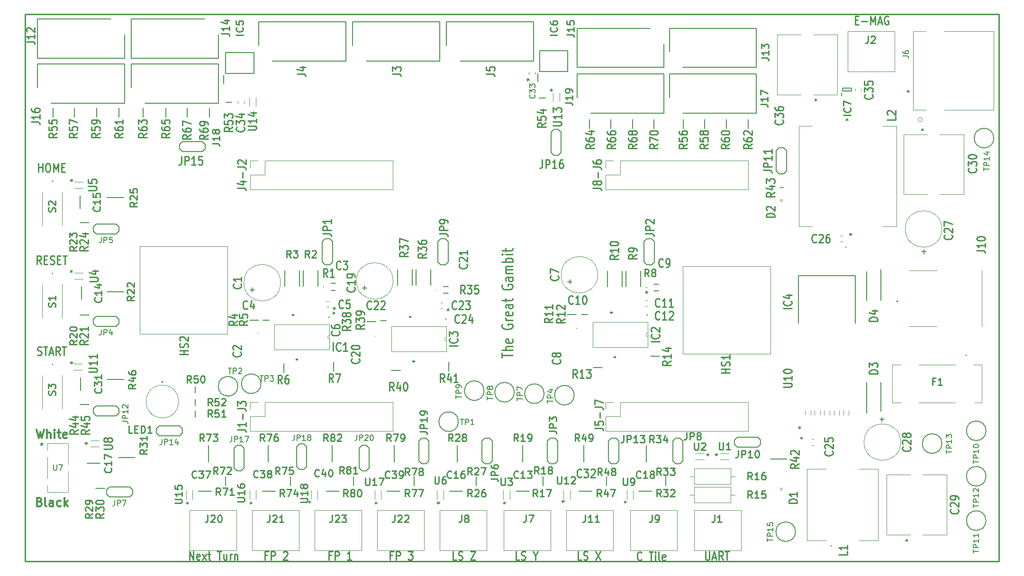
<source format=gbr>
%TF.GenerationSoftware,KiCad,Pcbnew,(6.0.8)*%
%TF.CreationDate,2022-10-30T19:23:54-04:00*%
%TF.ProjectId,Top_Level,546f705f-4c65-4766-956c-2e6b69636164,rev?*%
%TF.SameCoordinates,PX33ef500PY821a7e8*%
%TF.FileFunction,Legend,Top*%
%TF.FilePolarity,Positive*%
%FSLAX46Y46*%
G04 Gerber Fmt 4.6, Leading zero omitted, Abs format (unit mm)*
G04 Created by KiCad (PCBNEW (6.0.8)) date 2022-10-30 19:23:54*
%MOMM*%
%LPD*%
G01*
G04 APERTURE LIST*
%TA.AperFunction,Profile*%
%ADD10C,0.279400*%
%TD*%
%ADD11C,0.254000*%
%ADD12C,0.300000*%
%ADD13C,0.150000*%
%ADD14C,0.100000*%
%ADD15C,0.200000*%
%ADD16C,0.120000*%
%ADD17C,0.152400*%
G04 APERTURE END LIST*
D10*
X0Y25400D02*
X173990000Y25400D01*
X173990000Y25400D02*
X173990000Y97815400D01*
X173990000Y97815400D02*
X0Y97815400D01*
X0Y97815400D02*
X0Y25400D01*
D11*
X29361190Y342829D02*
X29361190Y1842829D01*
X30086904Y342829D01*
X30086904Y1842829D01*
X31175476Y414258D02*
X31054523Y342829D01*
X30812619Y342829D01*
X30691666Y414258D01*
X30631190Y557115D01*
X30631190Y1128543D01*
X30691666Y1271400D01*
X30812619Y1342829D01*
X31054523Y1342829D01*
X31175476Y1271400D01*
X31235952Y1128543D01*
X31235952Y985686D01*
X30631190Y842829D01*
X31659285Y342829D02*
X32324523Y1342829D01*
X31659285Y1342829D02*
X32324523Y342829D01*
X32626904Y1342829D02*
X33110714Y1342829D01*
X32808333Y1842829D02*
X32808333Y557115D01*
X32868809Y414258D01*
X32989761Y342829D01*
X33110714Y342829D01*
X34320238Y1842829D02*
X35045952Y1842829D01*
X34683095Y342829D02*
X34683095Y1842829D01*
X36013571Y1342829D02*
X36013571Y342829D01*
X35469285Y1342829D02*
X35469285Y557115D01*
X35529761Y414258D01*
X35650714Y342829D01*
X35832142Y342829D01*
X35953095Y414258D01*
X36013571Y485686D01*
X36618333Y342829D02*
X36618333Y1342829D01*
X36618333Y1057115D02*
X36678809Y1199972D01*
X36739285Y1271400D01*
X36860238Y1342829D01*
X36981190Y1342829D01*
X37404523Y1342829D02*
X37404523Y342829D01*
X37404523Y1199972D02*
X37465000Y1271400D01*
X37585952Y1342829D01*
X37767380Y1342829D01*
X37888333Y1271400D01*
X37948809Y1128543D01*
X37948809Y342829D01*
X2370666Y69684829D02*
X2370666Y71184829D01*
X2370666Y70470543D02*
X3096380Y70470543D01*
X3096380Y69684829D02*
X3096380Y71184829D01*
X3943047Y71184829D02*
X4184952Y71184829D01*
X4305904Y71113400D01*
X4426857Y70970543D01*
X4487333Y70684829D01*
X4487333Y70184829D01*
X4426857Y69899115D01*
X4305904Y69756258D01*
X4184952Y69684829D01*
X3943047Y69684829D01*
X3822095Y69756258D01*
X3701142Y69899115D01*
X3640666Y70184829D01*
X3640666Y70684829D01*
X3701142Y70970543D01*
X3822095Y71113400D01*
X3943047Y71184829D01*
X5031619Y69684829D02*
X5031619Y71184829D01*
X5454952Y70113400D01*
X5878285Y71184829D01*
X5878285Y69684829D01*
X6483047Y70470543D02*
X6906380Y70470543D01*
X7087809Y69684829D02*
X6483047Y69684829D01*
X6483047Y71184829D01*
X7087809Y71184829D01*
X54718857Y1128543D02*
X54295523Y1128543D01*
X54295523Y342829D02*
X54295523Y1842829D01*
X54900285Y1842829D01*
X55384095Y342829D02*
X55384095Y1842829D01*
X55867904Y1842829D01*
X55988857Y1771400D01*
X56049333Y1699972D01*
X56109809Y1557115D01*
X56109809Y1342829D01*
X56049333Y1199972D01*
X55988857Y1128543D01*
X55867904Y1057115D01*
X55384095Y1057115D01*
X58286952Y342829D02*
X57561238Y342829D01*
X57924095Y342829D02*
X57924095Y1842829D01*
X57803142Y1628543D01*
X57682190Y1485686D01*
X57561238Y1414258D01*
X88295238Y342829D02*
X87690476Y342829D01*
X87690476Y1842829D01*
X88658095Y414258D02*
X88839523Y342829D01*
X89141904Y342829D01*
X89262857Y414258D01*
X89323333Y485686D01*
X89383809Y628543D01*
X89383809Y771400D01*
X89323333Y914258D01*
X89262857Y985686D01*
X89141904Y1057115D01*
X88900000Y1128543D01*
X88779047Y1199972D01*
X88718571Y1271400D01*
X88658095Y1414258D01*
X88658095Y1557115D01*
X88718571Y1699972D01*
X88779047Y1771400D01*
X88900000Y1842829D01*
X89202380Y1842829D01*
X89383809Y1771400D01*
X91137619Y1057115D02*
X91137619Y342829D01*
X90714285Y1842829D02*
X91137619Y1057115D01*
X91560952Y1842829D01*
X99410761Y342829D02*
X98806000Y342829D01*
X98806000Y1842829D01*
X99773619Y414258D02*
X99955047Y342829D01*
X100257428Y342829D01*
X100378380Y414258D01*
X100438857Y485686D01*
X100499333Y628543D01*
X100499333Y771400D01*
X100438857Y914258D01*
X100378380Y985686D01*
X100257428Y1057115D01*
X100015523Y1128543D01*
X99894571Y1199972D01*
X99834095Y1271400D01*
X99773619Y1414258D01*
X99773619Y1557115D01*
X99834095Y1699972D01*
X99894571Y1771400D01*
X100015523Y1842829D01*
X100317904Y1842829D01*
X100499333Y1771400D01*
X101890285Y1842829D02*
X102736952Y342829D01*
X102736952Y1842829D02*
X101890285Y342829D01*
X85137761Y36483400D02*
X85137761Y37340543D01*
X87137761Y36911972D02*
X85137761Y36911972D01*
X87137761Y37840543D02*
X85137761Y37840543D01*
X87137761Y38483400D02*
X86090142Y38483400D01*
X85899666Y38411972D01*
X85804428Y38269115D01*
X85804428Y38054829D01*
X85899666Y37911972D01*
X85994904Y37840543D01*
X87042523Y39769115D02*
X87137761Y39626258D01*
X87137761Y39340543D01*
X87042523Y39197686D01*
X86852047Y39126258D01*
X86090142Y39126258D01*
X85899666Y39197686D01*
X85804428Y39340543D01*
X85804428Y39626258D01*
X85899666Y39769115D01*
X86090142Y39840543D01*
X86280619Y39840543D01*
X86471095Y39126258D01*
X85233000Y42411972D02*
X85137761Y42269115D01*
X85137761Y42054829D01*
X85233000Y41840543D01*
X85423476Y41697686D01*
X85613952Y41626258D01*
X85994904Y41554829D01*
X86280619Y41554829D01*
X86661571Y41626258D01*
X86852047Y41697686D01*
X87042523Y41840543D01*
X87137761Y42054829D01*
X87137761Y42197686D01*
X87042523Y42411972D01*
X86947285Y42483400D01*
X86280619Y42483400D01*
X86280619Y42197686D01*
X87137761Y43126258D02*
X85804428Y43126258D01*
X86185380Y43126258D02*
X85994904Y43197686D01*
X85899666Y43269115D01*
X85804428Y43411972D01*
X85804428Y43554829D01*
X87042523Y44626258D02*
X87137761Y44483400D01*
X87137761Y44197686D01*
X87042523Y44054829D01*
X86852047Y43983400D01*
X86090142Y43983400D01*
X85899666Y44054829D01*
X85804428Y44197686D01*
X85804428Y44483400D01*
X85899666Y44626258D01*
X86090142Y44697686D01*
X86280619Y44697686D01*
X86471095Y43983400D01*
X87137761Y45983400D02*
X86090142Y45983400D01*
X85899666Y45911972D01*
X85804428Y45769115D01*
X85804428Y45483400D01*
X85899666Y45340543D01*
X87042523Y45983400D02*
X87137761Y45840543D01*
X87137761Y45483400D01*
X87042523Y45340543D01*
X86852047Y45269115D01*
X86661571Y45269115D01*
X86471095Y45340543D01*
X86375857Y45483400D01*
X86375857Y45840543D01*
X86280619Y45983400D01*
X85804428Y46483400D02*
X85804428Y47054829D01*
X85137761Y46697686D02*
X86852047Y46697686D01*
X87042523Y46769115D01*
X87137761Y46911972D01*
X87137761Y47054829D01*
X85233000Y49483400D02*
X85137761Y49340543D01*
X85137761Y49126258D01*
X85233000Y48911972D01*
X85423476Y48769115D01*
X85613952Y48697686D01*
X85994904Y48626258D01*
X86280619Y48626258D01*
X86661571Y48697686D01*
X86852047Y48769115D01*
X87042523Y48911972D01*
X87137761Y49126258D01*
X87137761Y49269115D01*
X87042523Y49483400D01*
X86947285Y49554829D01*
X86280619Y49554829D01*
X86280619Y49269115D01*
X87137761Y50840543D02*
X86090142Y50840543D01*
X85899666Y50769115D01*
X85804428Y50626258D01*
X85804428Y50340543D01*
X85899666Y50197686D01*
X87042523Y50840543D02*
X87137761Y50697686D01*
X87137761Y50340543D01*
X87042523Y50197686D01*
X86852047Y50126258D01*
X86661571Y50126258D01*
X86471095Y50197686D01*
X86375857Y50340543D01*
X86375857Y50697686D01*
X86280619Y50840543D01*
X87137761Y51554829D02*
X85804428Y51554829D01*
X85994904Y51554829D02*
X85899666Y51626258D01*
X85804428Y51769115D01*
X85804428Y51983400D01*
X85899666Y52126258D01*
X86090142Y52197686D01*
X87137761Y52197686D01*
X86090142Y52197686D02*
X85899666Y52269115D01*
X85804428Y52411972D01*
X85804428Y52626258D01*
X85899666Y52769115D01*
X86090142Y52840543D01*
X87137761Y52840543D01*
X87137761Y53554829D02*
X85137761Y53554829D01*
X85899666Y53554829D02*
X85804428Y53697686D01*
X85804428Y53983400D01*
X85899666Y54126258D01*
X85994904Y54197686D01*
X86185380Y54269115D01*
X86756809Y54269115D01*
X86947285Y54197686D01*
X87042523Y54126258D01*
X87137761Y53983400D01*
X87137761Y53697686D01*
X87042523Y53554829D01*
X87137761Y54911972D02*
X85804428Y54911972D01*
X85137761Y54911972D02*
X85233000Y54840543D01*
X85328238Y54911972D01*
X85233000Y54983400D01*
X85137761Y54911972D01*
X85328238Y54911972D01*
X85804428Y55411972D02*
X85804428Y55983400D01*
X85137761Y55626258D02*
X86852047Y55626258D01*
X87042523Y55697686D01*
X87137761Y55840543D01*
X87137761Y55983400D01*
X121545047Y1842829D02*
X121545047Y628543D01*
X121605523Y485686D01*
X121666000Y414258D01*
X121786952Y342829D01*
X122028857Y342829D01*
X122149809Y414258D01*
X122210285Y485686D01*
X122270761Y628543D01*
X122270761Y1842829D01*
X122815047Y771400D02*
X123419809Y771400D01*
X122694095Y342829D02*
X123117428Y1842829D01*
X123540761Y342829D01*
X124689809Y342829D02*
X124266476Y1057115D01*
X123964095Y342829D02*
X123964095Y1842829D01*
X124447904Y1842829D01*
X124568857Y1771400D01*
X124629333Y1699972D01*
X124689809Y1557115D01*
X124689809Y1342829D01*
X124629333Y1199972D01*
X124568857Y1128543D01*
X124447904Y1057115D01*
X123964095Y1057115D01*
X125052666Y1842829D02*
X125778380Y1842829D01*
X125415523Y342829D02*
X125415523Y1842829D01*
X148293666Y96804943D02*
X148717000Y96804943D01*
X148898428Y96019229D02*
X148293666Y96019229D01*
X148293666Y97519229D01*
X148898428Y97519229D01*
X149442714Y96590658D02*
X150410333Y96590658D01*
X151015095Y96019229D02*
X151015095Y97519229D01*
X151438428Y96447800D01*
X151861761Y97519229D01*
X151861761Y96019229D01*
X152406047Y96447800D02*
X153010809Y96447800D01*
X152285095Y96019229D02*
X152708428Y97519229D01*
X153131761Y96019229D01*
X154220333Y97447800D02*
X154099380Y97519229D01*
X153917952Y97519229D01*
X153736523Y97447800D01*
X153615571Y97304943D01*
X153555095Y97162086D01*
X153494619Y96876372D01*
X153494619Y96662086D01*
X153555095Y96376372D01*
X153615571Y96233515D01*
X153736523Y96090658D01*
X153917952Y96019229D01*
X154038904Y96019229D01*
X154220333Y96090658D01*
X154280809Y96162086D01*
X154280809Y96662086D01*
X154038904Y96662086D01*
X77058761Y342829D02*
X76454000Y342829D01*
X76454000Y1842829D01*
X77421619Y414258D02*
X77603047Y342829D01*
X77905428Y342829D01*
X78026380Y414258D01*
X78086857Y485686D01*
X78147333Y628543D01*
X78147333Y771400D01*
X78086857Y914258D01*
X78026380Y985686D01*
X77905428Y1057115D01*
X77663523Y1128543D01*
X77542571Y1199972D01*
X77482095Y1271400D01*
X77421619Y1414258D01*
X77421619Y1557115D01*
X77482095Y1699972D01*
X77542571Y1771400D01*
X77663523Y1842829D01*
X77965904Y1842829D01*
X78147333Y1771400D01*
X79538285Y1842829D02*
X80384952Y1842829D01*
X79538285Y342829D01*
X80384952Y342829D01*
X2854476Y53174829D02*
X2431142Y53889115D01*
X2128761Y53174829D02*
X2128761Y54674829D01*
X2612571Y54674829D01*
X2733523Y54603400D01*
X2794000Y54531972D01*
X2854476Y54389115D01*
X2854476Y54174829D01*
X2794000Y54031972D01*
X2733523Y53960543D01*
X2612571Y53889115D01*
X2128761Y53889115D01*
X3398761Y53960543D02*
X3822095Y53960543D01*
X4003523Y53174829D02*
X3398761Y53174829D01*
X3398761Y54674829D01*
X4003523Y54674829D01*
X4487333Y53246258D02*
X4668761Y53174829D01*
X4971142Y53174829D01*
X5092095Y53246258D01*
X5152571Y53317686D01*
X5213047Y53460543D01*
X5213047Y53603400D01*
X5152571Y53746258D01*
X5092095Y53817686D01*
X4971142Y53889115D01*
X4729238Y53960543D01*
X4608285Y54031972D01*
X4547809Y54103400D01*
X4487333Y54246258D01*
X4487333Y54389115D01*
X4547809Y54531972D01*
X4608285Y54603400D01*
X4729238Y54674829D01*
X5031619Y54674829D01*
X5213047Y54603400D01*
X5757333Y53960543D02*
X6180666Y53960543D01*
X6362095Y53174829D02*
X5757333Y53174829D01*
X5757333Y54674829D01*
X6362095Y54674829D01*
X6724952Y54674829D02*
X7450666Y54674829D01*
X7087809Y53174829D02*
X7087809Y54674829D01*
D12*
X2050600Y23610629D02*
X2407742Y22110629D01*
X2693457Y23182058D01*
X2979171Y22110629D01*
X3336314Y23610629D01*
X3907742Y22110629D02*
X3907742Y23610629D01*
X4550600Y22110629D02*
X4550600Y22896343D01*
X4479171Y23039200D01*
X4336314Y23110629D01*
X4122028Y23110629D01*
X3979171Y23039200D01*
X3907742Y22967772D01*
X5264885Y22110629D02*
X5264885Y23110629D01*
X5264885Y23610629D02*
X5193457Y23539200D01*
X5264885Y23467772D01*
X5336314Y23539200D01*
X5264885Y23610629D01*
X5264885Y23467772D01*
X5764885Y23110629D02*
X6336314Y23110629D01*
X5979171Y23610629D02*
X5979171Y22324915D01*
X6050600Y22182058D01*
X6193457Y22110629D01*
X6336314Y22110629D01*
X7407742Y22182058D02*
X7264885Y22110629D01*
X6979171Y22110629D01*
X6836314Y22182058D01*
X6764885Y22324915D01*
X6764885Y22896343D01*
X6836314Y23039200D01*
X6979171Y23110629D01*
X7264885Y23110629D01*
X7407742Y23039200D01*
X7479171Y22896343D01*
X7479171Y22753486D01*
X6764885Y22610629D01*
D11*
X110133190Y409486D02*
X110072714Y338058D01*
X109891285Y266629D01*
X109770333Y266629D01*
X109588904Y338058D01*
X109467952Y480915D01*
X109407476Y623772D01*
X109347000Y909486D01*
X109347000Y1123772D01*
X109407476Y1409486D01*
X109467952Y1552343D01*
X109588904Y1695200D01*
X109770333Y1766629D01*
X109891285Y1766629D01*
X110072714Y1695200D01*
X110133190Y1623772D01*
X111463666Y1766629D02*
X112189380Y1766629D01*
X111826523Y266629D02*
X111826523Y1766629D01*
X112612714Y266629D02*
X112612714Y1266629D01*
X112612714Y1766629D02*
X112552238Y1695200D01*
X112612714Y1623772D01*
X112673190Y1695200D01*
X112612714Y1766629D01*
X112612714Y1623772D01*
X113398904Y266629D02*
X113277952Y338058D01*
X113217476Y480915D01*
X113217476Y1766629D01*
X114366523Y338058D02*
X114245571Y266629D01*
X114003666Y266629D01*
X113882714Y338058D01*
X113822238Y480915D01*
X113822238Y1052343D01*
X113882714Y1195200D01*
X114003666Y1266629D01*
X114245571Y1266629D01*
X114366523Y1195200D01*
X114427000Y1052343D01*
X114427000Y909486D01*
X113822238Y766629D01*
D12*
X2586314Y10704343D02*
X2800600Y10632915D01*
X2872028Y10561486D01*
X2943457Y10418629D01*
X2943457Y10204343D01*
X2872028Y10061486D01*
X2800600Y9990058D01*
X2657742Y9918629D01*
X2086314Y9918629D01*
X2086314Y11418629D01*
X2586314Y11418629D01*
X2729171Y11347200D01*
X2800600Y11275772D01*
X2872028Y11132915D01*
X2872028Y10990058D01*
X2800600Y10847200D01*
X2729171Y10775772D01*
X2586314Y10704343D01*
X2086314Y10704343D01*
X3800600Y9918629D02*
X3657742Y9990058D01*
X3586314Y10132915D01*
X3586314Y11418629D01*
X5014885Y9918629D02*
X5014885Y10704343D01*
X4943457Y10847200D01*
X4800600Y10918629D01*
X4514885Y10918629D01*
X4372028Y10847200D01*
X5014885Y9990058D02*
X4872028Y9918629D01*
X4514885Y9918629D01*
X4372028Y9990058D01*
X4300600Y10132915D01*
X4300600Y10275772D01*
X4372028Y10418629D01*
X4514885Y10490058D01*
X4872028Y10490058D01*
X5014885Y10561486D01*
X6372028Y9990058D02*
X6229171Y9918629D01*
X5943457Y9918629D01*
X5800600Y9990058D01*
X5729171Y10061486D01*
X5657742Y10204343D01*
X5657742Y10632915D01*
X5729171Y10775772D01*
X5800600Y10847200D01*
X5943457Y10918629D01*
X6229171Y10918629D01*
X6372028Y10847200D01*
X7014885Y9918629D02*
X7014885Y11418629D01*
X7157742Y10490058D02*
X7586314Y9918629D01*
X7586314Y10918629D02*
X7014885Y10347200D01*
D11*
X65640857Y1128543D02*
X65217523Y1128543D01*
X65217523Y342829D02*
X65217523Y1842829D01*
X65822285Y1842829D01*
X66306095Y342829D02*
X66306095Y1842829D01*
X66789904Y1842829D01*
X66910857Y1771400D01*
X66971333Y1699972D01*
X67031809Y1557115D01*
X67031809Y1342829D01*
X66971333Y1199972D01*
X66910857Y1128543D01*
X66789904Y1057115D01*
X66306095Y1057115D01*
X68422761Y1842829D02*
X69208952Y1842829D01*
X68785619Y1271400D01*
X68967047Y1271400D01*
X69088000Y1199972D01*
X69148476Y1128543D01*
X69208952Y985686D01*
X69208952Y628543D01*
X69148476Y485686D01*
X69088000Y414258D01*
X68967047Y342829D01*
X68604190Y342829D01*
X68483238Y414258D01*
X68422761Y485686D01*
X2189238Y36990258D02*
X2370666Y36918829D01*
X2673047Y36918829D01*
X2794000Y36990258D01*
X2854476Y37061686D01*
X2914952Y37204543D01*
X2914952Y37347400D01*
X2854476Y37490258D01*
X2794000Y37561686D01*
X2673047Y37633115D01*
X2431142Y37704543D01*
X2310190Y37775972D01*
X2249714Y37847400D01*
X2189238Y37990258D01*
X2189238Y38133115D01*
X2249714Y38275972D01*
X2310190Y38347400D01*
X2431142Y38418829D01*
X2733523Y38418829D01*
X2914952Y38347400D01*
X3277809Y38418829D02*
X4003523Y38418829D01*
X3640666Y36918829D02*
X3640666Y38418829D01*
X4366380Y37347400D02*
X4971142Y37347400D01*
X4245428Y36918829D02*
X4668761Y38418829D01*
X5092095Y36918829D01*
X6241142Y36918829D02*
X5817809Y37633115D01*
X5515428Y36918829D02*
X5515428Y38418829D01*
X5999238Y38418829D01*
X6120190Y38347400D01*
X6180666Y38275972D01*
X6241142Y38133115D01*
X6241142Y37918829D01*
X6180666Y37775972D01*
X6120190Y37704543D01*
X5999238Y37633115D01*
X5515428Y37633115D01*
X6604000Y38418829D02*
X7329714Y38418829D01*
X6966857Y36918829D02*
X6966857Y38418829D01*
X43288857Y1128543D02*
X42865523Y1128543D01*
X42865523Y342829D02*
X42865523Y1842829D01*
X43470285Y1842829D01*
X43954095Y342829D02*
X43954095Y1842829D01*
X44437904Y1842829D01*
X44558857Y1771400D01*
X44619333Y1699972D01*
X44679809Y1557115D01*
X44679809Y1342829D01*
X44619333Y1199972D01*
X44558857Y1128543D01*
X44437904Y1057115D01*
X43954095Y1057115D01*
X46131238Y1699972D02*
X46191714Y1771400D01*
X46312666Y1842829D01*
X46615047Y1842829D01*
X46736000Y1771400D01*
X46796476Y1699972D01*
X46856952Y1557115D01*
X46856952Y1414258D01*
X46796476Y1199972D01*
X46070761Y342829D01*
X46856952Y342829D01*
%TO.C,J10*%
X169993571Y55619305D02*
X171065000Y55619305D01*
X171279285Y55558829D01*
X171422142Y55437877D01*
X171493571Y55256448D01*
X171493571Y55135496D01*
X171493571Y56889305D02*
X171493571Y56163591D01*
X171493571Y56526448D02*
X169993571Y56526448D01*
X170207857Y56405496D01*
X170350714Y56284543D01*
X170422142Y56163591D01*
X169993571Y57675496D02*
X169993571Y57796448D01*
X170065000Y57917400D01*
X170136428Y57977877D01*
X170279285Y58038353D01*
X170565000Y58098829D01*
X170922142Y58098829D01*
X171207857Y58038353D01*
X171350714Y57977877D01*
X171422142Y57917400D01*
X171493571Y57796448D01*
X171493571Y57675496D01*
X171422142Y57554543D01*
X171350714Y57494067D01*
X171207857Y57433591D01*
X170922142Y57373115D01*
X170565000Y57373115D01*
X170279285Y57433591D01*
X170136428Y57494067D01*
X170065000Y57554543D01*
X169993571Y57675496D01*
%TO.C,R61*%
X17467971Y76582772D02*
X16753685Y76159439D01*
X17467971Y75857058D02*
X15967971Y75857058D01*
X15967971Y76340867D01*
X16039400Y76461820D01*
X16110828Y76522296D01*
X16253685Y76582772D01*
X16467971Y76582772D01*
X16610828Y76522296D01*
X16682257Y76461820D01*
X16753685Y76340867D01*
X16753685Y75857058D01*
X15967971Y77671343D02*
X15967971Y77429439D01*
X16039400Y77308486D01*
X16110828Y77248010D01*
X16325114Y77127058D01*
X16610828Y77066581D01*
X17182257Y77066581D01*
X17325114Y77127058D01*
X17396542Y77187534D01*
X17467971Y77308486D01*
X17467971Y77550391D01*
X17396542Y77671343D01*
X17325114Y77731820D01*
X17182257Y77792296D01*
X16825114Y77792296D01*
X16682257Y77731820D01*
X16610828Y77671343D01*
X16539400Y77550391D01*
X16539400Y77308486D01*
X16610828Y77187534D01*
X16682257Y77127058D01*
X16825114Y77066581D01*
X17467971Y79001820D02*
X17467971Y78276105D01*
X17467971Y78638962D02*
X15967971Y78638962D01*
X16182257Y78518010D01*
X16325114Y78397058D01*
X16396542Y78276105D01*
%TO.C,D3*%
X152316571Y33612020D02*
X150816571Y33612020D01*
X150816571Y33914400D01*
X150888000Y34095829D01*
X151030857Y34216781D01*
X151173714Y34277258D01*
X151459428Y34337734D01*
X151673714Y34337734D01*
X151959428Y34277258D01*
X152102285Y34216781D01*
X152245142Y34095829D01*
X152316571Y33914400D01*
X152316571Y33612020D01*
X150816571Y34761067D02*
X150816571Y35547258D01*
X151388000Y35123924D01*
X151388000Y35305353D01*
X151459428Y35426305D01*
X151530857Y35486781D01*
X151673714Y35547258D01*
X152030857Y35547258D01*
X152173714Y35486781D01*
X152245142Y35426305D01*
X152316571Y35305353D01*
X152316571Y34942496D01*
X152245142Y34821543D01*
X152173714Y34761067D01*
%TO.C,C36*%
X135282714Y78944972D02*
X135354142Y78884496D01*
X135425571Y78703067D01*
X135425571Y78582115D01*
X135354142Y78400686D01*
X135211285Y78279734D01*
X135068428Y78219258D01*
X134782714Y78158781D01*
X134568428Y78158781D01*
X134282714Y78219258D01*
X134139857Y78279734D01*
X133997000Y78400686D01*
X133925571Y78582115D01*
X133925571Y78703067D01*
X133997000Y78884496D01*
X134068428Y78944972D01*
X133925571Y79368305D02*
X133925571Y80154496D01*
X134497000Y79731162D01*
X134497000Y79912591D01*
X134568428Y80033543D01*
X134639857Y80094020D01*
X134782714Y80154496D01*
X135139857Y80154496D01*
X135282714Y80094020D01*
X135354142Y80033543D01*
X135425571Y79912591D01*
X135425571Y79549734D01*
X135354142Y79428781D01*
X135282714Y79368305D01*
X133925571Y81243067D02*
X133925571Y81001162D01*
X133997000Y80880210D01*
X134068428Y80819734D01*
X134282714Y80698781D01*
X134568428Y80638305D01*
X135139857Y80638305D01*
X135282714Y80698781D01*
X135354142Y80759258D01*
X135425571Y80880210D01*
X135425571Y81122115D01*
X135354142Y81243067D01*
X135282714Y81303543D01*
X135139857Y81364020D01*
X134782714Y81364020D01*
X134639857Y81303543D01*
X134568428Y81243067D01*
X134497000Y81122115D01*
X134497000Y80880210D01*
X134568428Y80759258D01*
X134639857Y80698781D01*
X134782714Y80638305D01*
D13*
X141057380Y82555400D02*
X141295476Y82555400D01*
X141200238Y82317305D02*
X141295476Y82555400D01*
X141200238Y82793496D01*
X141485952Y82412543D02*
X141295476Y82555400D01*
X141485952Y82698258D01*
D11*
%TO.C,JP13*%
X106921904Y22544877D02*
X106921904Y21637734D01*
X106861428Y21456305D01*
X106740476Y21335353D01*
X106559047Y21274877D01*
X106438095Y21274877D01*
X107526666Y21274877D02*
X107526666Y22544877D01*
X108010476Y22544877D01*
X108131428Y22484400D01*
X108191904Y22423924D01*
X108252380Y22302972D01*
X108252380Y22121543D01*
X108191904Y22000591D01*
X108131428Y21940115D01*
X108010476Y21879639D01*
X107526666Y21879639D01*
X109461904Y21274877D02*
X108736190Y21274877D01*
X109099047Y21274877D02*
X109099047Y22544877D01*
X108978095Y22363448D01*
X108857142Y22242496D01*
X108736190Y22182020D01*
X109885238Y22544877D02*
X110671428Y22544877D01*
X110248095Y22061067D01*
X110429523Y22061067D01*
X110550476Y22000591D01*
X110610952Y21940115D01*
X110671428Y21819162D01*
X110671428Y21516781D01*
X110610952Y21395829D01*
X110550476Y21335353D01*
X110429523Y21274877D01*
X110066666Y21274877D01*
X109945714Y21335353D01*
X109885238Y21395829D01*
D13*
%TO.C,TP14*%
X171283380Y69895305D02*
X171283380Y70466734D01*
X172283380Y70181020D02*
X171283380Y70181020D01*
X172283380Y70800067D02*
X171283380Y70800067D01*
X171283380Y71181020D01*
X171331000Y71276258D01*
X171378619Y71323877D01*
X171473857Y71371496D01*
X171616714Y71371496D01*
X171711952Y71323877D01*
X171759571Y71276258D01*
X171807190Y71181020D01*
X171807190Y70800067D01*
X172283380Y72323877D02*
X172283380Y71752448D01*
X172283380Y72038162D02*
X171283380Y72038162D01*
X171426238Y71942924D01*
X171521476Y71847686D01*
X171569095Y71752448D01*
X171616714Y73181020D02*
X172283380Y73181020D01*
X171235761Y72942924D02*
X171950047Y72704829D01*
X171950047Y73323877D01*
D11*
%TO.C,C32*%
X99386571Y15217686D02*
X99326095Y15146258D01*
X99144666Y15074829D01*
X99023714Y15074829D01*
X98842285Y15146258D01*
X98721333Y15289115D01*
X98660857Y15431972D01*
X98600380Y15717686D01*
X98600380Y15931972D01*
X98660857Y16217686D01*
X98721333Y16360543D01*
X98842285Y16503400D01*
X99023714Y16574829D01*
X99144666Y16574829D01*
X99326095Y16503400D01*
X99386571Y16431972D01*
X99809904Y16574829D02*
X100596095Y16574829D01*
X100172761Y16003400D01*
X100354190Y16003400D01*
X100475142Y15931972D01*
X100535619Y15860543D01*
X100596095Y15717686D01*
X100596095Y15360543D01*
X100535619Y15217686D01*
X100475142Y15146258D01*
X100354190Y15074829D01*
X99991333Y15074829D01*
X99870380Y15146258D01*
X99809904Y15217686D01*
X101079904Y16431972D02*
X101140380Y16503400D01*
X101261333Y16574829D01*
X101563714Y16574829D01*
X101684666Y16503400D01*
X101745142Y16431972D01*
X101805619Y16289115D01*
X101805619Y16146258D01*
X101745142Y15931972D01*
X101019428Y15074829D01*
X101805619Y15074829D01*
%TO.C,R11*%
X94250049Y43505360D02*
X93535763Y43082027D01*
X94250049Y42779646D02*
X92750049Y42779646D01*
X92750049Y43263455D01*
X92821478Y43384408D01*
X92892906Y43444884D01*
X93035763Y43505360D01*
X93250049Y43505360D01*
X93392906Y43444884D01*
X93464335Y43384408D01*
X93535763Y43263455D01*
X93535763Y42779646D01*
X94250049Y44714884D02*
X94250049Y43989169D01*
X94250049Y44352027D02*
X92750049Y44352027D01*
X92964335Y44231074D01*
X93107192Y44110122D01*
X93178620Y43989169D01*
X94250049Y45924408D02*
X94250049Y45198693D01*
X94250049Y45561550D02*
X92750049Y45561550D01*
X92964335Y45440598D01*
X93107192Y45319646D01*
X93178620Y45198693D01*
%TO.C,R48*%
X103042571Y15432877D02*
X102619238Y16037639D01*
X102316857Y15432877D02*
X102316857Y16702877D01*
X102800666Y16702877D01*
X102921619Y16642400D01*
X102982095Y16581924D01*
X103042571Y16460972D01*
X103042571Y16279543D01*
X102982095Y16158591D01*
X102921619Y16098115D01*
X102800666Y16037639D01*
X102316857Y16037639D01*
X104131142Y16279543D02*
X104131142Y15432877D01*
X103828761Y16763353D02*
X103526380Y15856210D01*
X104312571Y15856210D01*
X104977809Y16158591D02*
X104856857Y16219067D01*
X104796380Y16279543D01*
X104735904Y16400496D01*
X104735904Y16460972D01*
X104796380Y16581924D01*
X104856857Y16642400D01*
X104977809Y16702877D01*
X105219714Y16702877D01*
X105340666Y16642400D01*
X105401142Y16581924D01*
X105461619Y16460972D01*
X105461619Y16400496D01*
X105401142Y16279543D01*
X105340666Y16219067D01*
X105219714Y16158591D01*
X104977809Y16158591D01*
X104856857Y16098115D01*
X104796380Y16037639D01*
X104735904Y15916686D01*
X104735904Y15674781D01*
X104796380Y15553829D01*
X104856857Y15493353D01*
X104977809Y15432877D01*
X105219714Y15432877D01*
X105340666Y15493353D01*
X105401142Y15553829D01*
X105461619Y15674781D01*
X105461619Y15916686D01*
X105401142Y16037639D01*
X105340666Y16098115D01*
X105219714Y16158591D01*
%TO.C,J8*%
X77935666Y8320877D02*
X77935666Y7413734D01*
X77875190Y7232305D01*
X77754238Y7111353D01*
X77572809Y7050877D01*
X77451857Y7050877D01*
X78721857Y7776591D02*
X78600904Y7837067D01*
X78540428Y7897543D01*
X78479952Y8018496D01*
X78479952Y8078972D01*
X78540428Y8199924D01*
X78600904Y8260400D01*
X78721857Y8320877D01*
X78963761Y8320877D01*
X79084714Y8260400D01*
X79145190Y8199924D01*
X79205666Y8078972D01*
X79205666Y8018496D01*
X79145190Y7897543D01*
X79084714Y7837067D01*
X78963761Y7776591D01*
X78721857Y7776591D01*
X78600904Y7716115D01*
X78540428Y7655639D01*
X78479952Y7534686D01*
X78479952Y7292781D01*
X78540428Y7171829D01*
X78600904Y7111353D01*
X78721857Y7050877D01*
X78963761Y7050877D01*
X79084714Y7111353D01*
X79145190Y7171829D01*
X79205666Y7292781D01*
X79205666Y7534686D01*
X79145190Y7655639D01*
X79084714Y7716115D01*
X78963761Y7776591D01*
%TO.C,R2*%
X50778833Y54365677D02*
X50355500Y54970439D01*
X50053119Y54365677D02*
X50053119Y55635677D01*
X50536928Y55635677D01*
X50657880Y55575200D01*
X50718357Y55514724D01*
X50778833Y55393772D01*
X50778833Y55212343D01*
X50718357Y55091391D01*
X50657880Y55030915D01*
X50536928Y54970439D01*
X50053119Y54970439D01*
X51262642Y55514724D02*
X51323119Y55575200D01*
X51444071Y55635677D01*
X51746452Y55635677D01*
X51867404Y55575200D01*
X51927880Y55514724D01*
X51988357Y55393772D01*
X51988357Y55272820D01*
X51927880Y55091391D01*
X51202166Y54365677D01*
X51988357Y54365677D01*
%TO.C,IC5*%
X38928523Y94162639D02*
X37658523Y94162639D01*
X38807571Y95493115D02*
X38868047Y95432639D01*
X38928523Y95251210D01*
X38928523Y95130258D01*
X38868047Y94948829D01*
X38747095Y94827877D01*
X38626142Y94767400D01*
X38384238Y94706924D01*
X38202809Y94706924D01*
X37960904Y94767400D01*
X37839952Y94827877D01*
X37719000Y94948829D01*
X37658523Y95130258D01*
X37658523Y95251210D01*
X37719000Y95432639D01*
X37779476Y95493115D01*
X37658523Y96642162D02*
X37658523Y96037400D01*
X38263285Y95976924D01*
X38202809Y96037400D01*
X38142333Y96158353D01*
X38142333Y96460734D01*
X38202809Y96581686D01*
X38263285Y96642162D01*
X38384238Y96702639D01*
X38686619Y96702639D01*
X38807571Y96642162D01*
X38868047Y96581686D01*
X38928523Y96460734D01*
X38928523Y96158353D01*
X38868047Y96037400D01*
X38807571Y95976924D01*
%TO.C,R75*%
X45462371Y15636077D02*
X45039038Y16240839D01*
X44736657Y15636077D02*
X44736657Y16906077D01*
X45220466Y16906077D01*
X45341419Y16845600D01*
X45401895Y16785124D01*
X45462371Y16664172D01*
X45462371Y16482743D01*
X45401895Y16361791D01*
X45341419Y16301315D01*
X45220466Y16240839D01*
X44736657Y16240839D01*
X45885704Y16906077D02*
X46732371Y16906077D01*
X46188085Y15636077D01*
X47820942Y16906077D02*
X47216180Y16906077D01*
X47155704Y16301315D01*
X47216180Y16361791D01*
X47337133Y16422267D01*
X47639514Y16422267D01*
X47760466Y16361791D01*
X47820942Y16301315D01*
X47881419Y16180362D01*
X47881419Y15877981D01*
X47820942Y15757029D01*
X47760466Y15696553D01*
X47639514Y15636077D01*
X47337133Y15636077D01*
X47216180Y15696553D01*
X47155704Y15757029D01*
%TO.C,R35*%
X78558571Y47885729D02*
X78135238Y48600015D01*
X77832857Y47885729D02*
X77832857Y49385729D01*
X78316666Y49385729D01*
X78437619Y49314300D01*
X78498095Y49242872D01*
X78558571Y49100015D01*
X78558571Y48885729D01*
X78498095Y48742872D01*
X78437619Y48671443D01*
X78316666Y48600015D01*
X77832857Y48600015D01*
X78981904Y49385729D02*
X79768095Y49385729D01*
X79344761Y48814300D01*
X79526190Y48814300D01*
X79647142Y48742872D01*
X79707619Y48671443D01*
X79768095Y48528586D01*
X79768095Y48171443D01*
X79707619Y48028586D01*
X79647142Y47957158D01*
X79526190Y47885729D01*
X79163333Y47885729D01*
X79042380Y47957158D01*
X78981904Y48028586D01*
X80917142Y49385729D02*
X80312380Y49385729D01*
X80251904Y48671443D01*
X80312380Y48742872D01*
X80433333Y48814300D01*
X80735714Y48814300D01*
X80856666Y48742872D01*
X80917142Y48671443D01*
X80977619Y48528586D01*
X80977619Y48171443D01*
X80917142Y48028586D01*
X80856666Y47957158D01*
X80735714Y47885729D01*
X80433333Y47885729D01*
X80312380Y47957158D01*
X80251904Y48028586D01*
%TO.C,J9*%
X111971666Y8320877D02*
X111971666Y7413734D01*
X111911190Y7232305D01*
X111790238Y7111353D01*
X111608809Y7050877D01*
X111487857Y7050877D01*
X112636904Y7050877D02*
X112878809Y7050877D01*
X112999761Y7111353D01*
X113060238Y7171829D01*
X113181190Y7353258D01*
X113241666Y7595162D01*
X113241666Y8078972D01*
X113181190Y8199924D01*
X113120714Y8260400D01*
X112999761Y8320877D01*
X112757857Y8320877D01*
X112636904Y8260400D01*
X112576428Y8199924D01*
X112515952Y8078972D01*
X112515952Y7776591D01*
X112576428Y7655639D01*
X112636904Y7595162D01*
X112757857Y7534686D01*
X112999761Y7534686D01*
X113120714Y7595162D01*
X113181190Y7655639D01*
X113241666Y7776591D01*
%TO.C,U8*%
X14037571Y20119781D02*
X15251857Y20119781D01*
X15394714Y20180258D01*
X15466142Y20240734D01*
X15537571Y20361686D01*
X15537571Y20603591D01*
X15466142Y20724543D01*
X15394714Y20785020D01*
X15251857Y20845496D01*
X14037571Y20845496D01*
X14680428Y21631686D02*
X14609000Y21510734D01*
X14537571Y21450258D01*
X14394714Y21389781D01*
X14323285Y21389781D01*
X14180428Y21450258D01*
X14109000Y21510734D01*
X14037571Y21631686D01*
X14037571Y21873591D01*
X14109000Y21994543D01*
X14180428Y22055020D01*
X14323285Y22115496D01*
X14394714Y22115496D01*
X14537571Y22055020D01*
X14609000Y21994543D01*
X14680428Y21873591D01*
X14680428Y21631686D01*
X14751857Y21510734D01*
X14823285Y21450258D01*
X14966142Y21389781D01*
X15251857Y21389781D01*
X15394714Y21450258D01*
X15466142Y21510734D01*
X15537571Y21631686D01*
X15537571Y21873591D01*
X15466142Y21994543D01*
X15394714Y22055020D01*
X15251857Y22115496D01*
X14966142Y22115496D01*
X14823285Y22055020D01*
X14751857Y21994543D01*
X14680428Y21873591D01*
D13*
X10922000Y21401020D02*
X10922000Y21162924D01*
X10683904Y21258162D02*
X10922000Y21162924D01*
X11160095Y21258162D01*
X10779142Y20972448D02*
X10922000Y21162924D01*
X11064857Y20972448D01*
D11*
%TO.C,F1*%
X162517666Y32234415D02*
X162094333Y32234415D01*
X162094333Y31569177D02*
X162094333Y32839177D01*
X162699095Y32839177D01*
X163848142Y31569177D02*
X163122428Y31569177D01*
X163485285Y31569177D02*
X163485285Y32839177D01*
X163364333Y32657748D01*
X163243380Y32536796D01*
X163122428Y32476320D01*
D13*
%TO.C,TP4*%
X93330780Y28359896D02*
X93330780Y28931324D01*
X94330780Y28645610D02*
X93330780Y28645610D01*
X94330780Y29264658D02*
X93330780Y29264658D01*
X93330780Y29645610D01*
X93378400Y29740848D01*
X93426019Y29788467D01*
X93521257Y29836086D01*
X93664114Y29836086D01*
X93759352Y29788467D01*
X93806971Y29740848D01*
X93854590Y29645610D01*
X93854590Y29264658D01*
X93664114Y30693229D02*
X94330780Y30693229D01*
X93283161Y30455134D02*
X93997447Y30217039D01*
X93997447Y30836086D01*
D11*
%TO.C,J2*%
X150579666Y93918877D02*
X150579666Y93011734D01*
X150519190Y92830305D01*
X150398238Y92709353D01*
X150216809Y92648877D01*
X150095857Y92648877D01*
X151123952Y93797924D02*
X151184428Y93858400D01*
X151305380Y93918877D01*
X151607761Y93918877D01*
X151728714Y93858400D01*
X151789190Y93797924D01*
X151849666Y93676972D01*
X151849666Y93556020D01*
X151789190Y93374591D01*
X151063476Y92648877D01*
X151849666Y92648877D01*
%TO.C,U15*%
X26711123Y10447220D02*
X27739219Y10447220D01*
X27860171Y10507696D01*
X27920647Y10568172D01*
X27981123Y10689124D01*
X27981123Y10931029D01*
X27920647Y11051981D01*
X27860171Y11112458D01*
X27739219Y11172934D01*
X26711123Y11172934D01*
X27981123Y12442934D02*
X27981123Y11717220D01*
X27981123Y12080077D02*
X26711123Y12080077D01*
X26892552Y11959124D01*
X27013504Y11838172D01*
X27073980Y11717220D01*
X26711123Y13591981D02*
X26711123Y12987220D01*
X27315885Y12926743D01*
X27255409Y12987220D01*
X27194933Y13108172D01*
X27194933Y13410553D01*
X27255409Y13531505D01*
X27315885Y13591981D01*
X27436838Y13652458D01*
X27739219Y13652458D01*
X27860171Y13591981D01*
X27920647Y13531505D01*
X27981123Y13410553D01*
X27981123Y13108172D01*
X27920647Y12987220D01*
X27860171Y12926743D01*
D13*
X28789380Y10508300D02*
X29027476Y10508300D01*
X28932238Y10270205D02*
X29027476Y10508300D01*
X28932238Y10746396D01*
X29217952Y10365443D02*
X29027476Y10508300D01*
X29217952Y10651158D01*
D11*
%TO.C,U2*%
X119555380Y21254877D02*
X119555380Y20226781D01*
X119615857Y20105829D01*
X119676333Y20045353D01*
X119797285Y19984877D01*
X120039190Y19984877D01*
X120160142Y20045353D01*
X120220619Y20105829D01*
X120281095Y20226781D01*
X120281095Y21254877D01*
X120825380Y21133924D02*
X120885857Y21194400D01*
X121006809Y21254877D01*
X121309190Y21254877D01*
X121430142Y21194400D01*
X121490619Y21133924D01*
X121551095Y21012972D01*
X121551095Y20892020D01*
X121490619Y20710591D01*
X120764904Y19984877D01*
X121551095Y19984877D01*
D13*
X121958100Y19349020D02*
X121958100Y19110924D01*
X121720004Y19206162D02*
X121958100Y19110924D01*
X122196195Y19206162D01*
X121815242Y18920448D02*
X121958100Y19110924D01*
X122100957Y18920448D01*
D11*
%TO.C,R54*%
X93007571Y78436972D02*
X92293285Y78013639D01*
X93007571Y77711258D02*
X91507571Y77711258D01*
X91507571Y78195067D01*
X91579000Y78316020D01*
X91650428Y78376496D01*
X91793285Y78436972D01*
X92007571Y78436972D01*
X92150428Y78376496D01*
X92221857Y78316020D01*
X92293285Y78195067D01*
X92293285Y77711258D01*
X91507571Y79586020D02*
X91507571Y78981258D01*
X92221857Y78920781D01*
X92150428Y78981258D01*
X92079000Y79102210D01*
X92079000Y79404591D01*
X92150428Y79525543D01*
X92221857Y79586020D01*
X92364714Y79646496D01*
X92721857Y79646496D01*
X92864714Y79586020D01*
X92936142Y79525543D01*
X93007571Y79404591D01*
X93007571Y79102210D01*
X92936142Y78981258D01*
X92864714Y78920781D01*
X92007571Y80735067D02*
X93007571Y80735067D01*
X91436142Y80432686D02*
X92507571Y80130305D01*
X92507571Y80916496D01*
%TO.C,C30*%
X169826714Y70328972D02*
X169898142Y70268496D01*
X169969571Y70087067D01*
X169969571Y69966115D01*
X169898142Y69784686D01*
X169755285Y69663734D01*
X169612428Y69603258D01*
X169326714Y69542781D01*
X169112428Y69542781D01*
X168826714Y69603258D01*
X168683857Y69663734D01*
X168541000Y69784686D01*
X168469571Y69966115D01*
X168469571Y70087067D01*
X168541000Y70268496D01*
X168612428Y70328972D01*
X168469571Y70752305D02*
X168469571Y71538496D01*
X169041000Y71115162D01*
X169041000Y71296591D01*
X169112428Y71417543D01*
X169183857Y71478020D01*
X169326714Y71538496D01*
X169683857Y71538496D01*
X169826714Y71478020D01*
X169898142Y71417543D01*
X169969571Y71296591D01*
X169969571Y70933734D01*
X169898142Y70812781D01*
X169826714Y70752305D01*
X168469571Y72324686D02*
X168469571Y72445639D01*
X168541000Y72566591D01*
X168612428Y72627067D01*
X168755285Y72687543D01*
X169041000Y72748020D01*
X169398142Y72748020D01*
X169683857Y72687543D01*
X169826714Y72627067D01*
X169898142Y72566591D01*
X169969571Y72445639D01*
X169969571Y72324686D01*
X169898142Y72203734D01*
X169826714Y72143258D01*
X169683857Y72082781D01*
X169398142Y72022305D01*
X169041000Y72022305D01*
X168755285Y72082781D01*
X168612428Y72143258D01*
X168541000Y72203734D01*
X168469571Y72324686D01*
D13*
X160107380Y77221400D02*
X160345476Y77221400D01*
X160250238Y76983305D02*
X160345476Y77221400D01*
X160250238Y77459496D01*
X160535952Y77078543D02*
X160345476Y77221400D01*
X160535952Y77364258D01*
D11*
%TO.C,C21*%
X78869314Y53189372D02*
X78940742Y53128896D01*
X79012171Y52947467D01*
X79012171Y52826515D01*
X78940742Y52645086D01*
X78797885Y52524134D01*
X78655028Y52463658D01*
X78369314Y52403181D01*
X78155028Y52403181D01*
X77869314Y52463658D01*
X77726457Y52524134D01*
X77583600Y52645086D01*
X77512171Y52826515D01*
X77512171Y52947467D01*
X77583600Y53128896D01*
X77655028Y53189372D01*
X77655028Y53673181D02*
X77583600Y53733658D01*
X77512171Y53854610D01*
X77512171Y54156991D01*
X77583600Y54277943D01*
X77655028Y54338420D01*
X77797885Y54398896D01*
X77940742Y54398896D01*
X78155028Y54338420D01*
X79012171Y53612705D01*
X79012171Y54398896D01*
X79012171Y55608420D02*
X79012171Y54882705D01*
X79012171Y55245562D02*
X77512171Y55245562D01*
X77726457Y55124610D01*
X77869314Y55003658D01*
X77940742Y54882705D01*
%TO.C,U14*%
X39822538Y77173020D02*
X41036824Y77173020D01*
X41179681Y77233496D01*
X41251109Y77293972D01*
X41322538Y77414924D01*
X41322538Y77656829D01*
X41251109Y77777781D01*
X41179681Y77838258D01*
X41036824Y77898734D01*
X39822538Y77898734D01*
X41322538Y79168734D02*
X41322538Y78443020D01*
X41322538Y78805877D02*
X39822538Y78805877D01*
X40036824Y78684924D01*
X40179681Y78563972D01*
X40251109Y78443020D01*
X40322538Y80257305D02*
X41322538Y80257305D01*
X39751109Y79954924D02*
X40822538Y79652543D01*
X40822538Y80438734D01*
%TO.C,C12*%
X113356571Y43387498D02*
X113296095Y43316070D01*
X113114666Y43244641D01*
X112993714Y43244641D01*
X112812285Y43316070D01*
X112691333Y43458927D01*
X112630857Y43601784D01*
X112570380Y43887498D01*
X112570380Y44101784D01*
X112630857Y44387498D01*
X112691333Y44530355D01*
X112812285Y44673212D01*
X112993714Y44744641D01*
X113114666Y44744641D01*
X113296095Y44673212D01*
X113356571Y44601784D01*
X114566095Y43244641D02*
X113840380Y43244641D01*
X114203238Y43244641D02*
X114203238Y44744641D01*
X114082285Y44530355D01*
X113961333Y44387498D01*
X113840380Y44316070D01*
X115049904Y44601784D02*
X115110380Y44673212D01*
X115231333Y44744641D01*
X115533714Y44744641D01*
X115654666Y44673212D01*
X115715142Y44601784D01*
X115775619Y44458927D01*
X115775619Y44316070D01*
X115715142Y44101784D01*
X114989428Y43244641D01*
X115775619Y43244641D01*
%TO.C,JP19*%
X70551523Y23234305D02*
X71458666Y23234305D01*
X71640095Y23173829D01*
X71761047Y23052877D01*
X71821523Y22871448D01*
X71821523Y22750496D01*
X71821523Y23839067D02*
X70551523Y23839067D01*
X70551523Y24322877D01*
X70612000Y24443829D01*
X70672476Y24504305D01*
X70793428Y24564781D01*
X70974857Y24564781D01*
X71095809Y24504305D01*
X71156285Y24443829D01*
X71216761Y24322877D01*
X71216761Y23839067D01*
X71821523Y25774305D02*
X71821523Y25048591D01*
X71821523Y25411448D02*
X70551523Y25411448D01*
X70732952Y25290496D01*
X70853904Y25169543D01*
X70914380Y25048591D01*
X71821523Y26379067D02*
X71821523Y26620972D01*
X71761047Y26741924D01*
X71700571Y26802400D01*
X71519142Y26923353D01*
X71277238Y26983829D01*
X70793428Y26983829D01*
X70672476Y26923353D01*
X70612000Y26862877D01*
X70551523Y26741924D01*
X70551523Y26500020D01*
X70612000Y26379067D01*
X70672476Y26318591D01*
X70793428Y26258115D01*
X71095809Y26258115D01*
X71216761Y26318591D01*
X71277238Y26379067D01*
X71337714Y26500020D01*
X71337714Y26741924D01*
X71277238Y26862877D01*
X71216761Y26923353D01*
X71095809Y26983829D01*
%TO.C,IC7*%
X147513523Y79791639D02*
X146243523Y79791639D01*
X147392571Y81122115D02*
X147453047Y81061639D01*
X147513523Y80880210D01*
X147513523Y80759258D01*
X147453047Y80577829D01*
X147332095Y80456877D01*
X147211142Y80396400D01*
X146969238Y80335924D01*
X146787809Y80335924D01*
X146545904Y80396400D01*
X146424952Y80456877D01*
X146304000Y80577829D01*
X146243523Y80759258D01*
X146243523Y80880210D01*
X146304000Y81061639D01*
X146364476Y81122115D01*
X146243523Y81545448D02*
X146243523Y82392115D01*
X147513523Y81847829D01*
%TO.C,R8*%
X111421333Y50992877D02*
X110998000Y51597639D01*
X110695619Y50992877D02*
X110695619Y52262877D01*
X111179428Y52262877D01*
X111300380Y52202400D01*
X111360857Y52141924D01*
X111421333Y52020972D01*
X111421333Y51839543D01*
X111360857Y51718591D01*
X111300380Y51658115D01*
X111179428Y51597639D01*
X110695619Y51597639D01*
X112147047Y51718591D02*
X112026095Y51779067D01*
X111965619Y51839543D01*
X111905142Y51960496D01*
X111905142Y52020972D01*
X111965619Y52141924D01*
X112026095Y52202400D01*
X112147047Y52262877D01*
X112388952Y52262877D01*
X112509904Y52202400D01*
X112570380Y52141924D01*
X112630857Y52020972D01*
X112630857Y51960496D01*
X112570380Y51839543D01*
X112509904Y51779067D01*
X112388952Y51718591D01*
X112147047Y51718591D01*
X112026095Y51658115D01*
X111965619Y51597639D01*
X111905142Y51476686D01*
X111905142Y51234781D01*
X111965619Y51113829D01*
X112026095Y51053353D01*
X112147047Y50992877D01*
X112388952Y50992877D01*
X112509904Y51053353D01*
X112570380Y51113829D01*
X112630857Y51234781D01*
X112630857Y51476686D01*
X112570380Y51597639D01*
X112509904Y51658115D01*
X112388952Y51718591D01*
%TO.C,C25*%
X144172714Y19762972D02*
X144244142Y19702496D01*
X144315571Y19521067D01*
X144315571Y19400115D01*
X144244142Y19218686D01*
X144101285Y19097734D01*
X143958428Y19037258D01*
X143672714Y18976781D01*
X143458428Y18976781D01*
X143172714Y19037258D01*
X143029857Y19097734D01*
X142887000Y19218686D01*
X142815571Y19400115D01*
X142815571Y19521067D01*
X142887000Y19702496D01*
X142958428Y19762972D01*
X142958428Y20246781D02*
X142887000Y20307258D01*
X142815571Y20428210D01*
X142815571Y20730591D01*
X142887000Y20851543D01*
X142958428Y20912020D01*
X143101285Y20972496D01*
X143244142Y20972496D01*
X143458428Y20912020D01*
X144315571Y20186305D01*
X144315571Y20972496D01*
X142815571Y22121543D02*
X142815571Y21516781D01*
X143529857Y21456305D01*
X143458428Y21516781D01*
X143387000Y21637734D01*
X143387000Y21940115D01*
X143458428Y22061067D01*
X143529857Y22121543D01*
X143672714Y22182020D01*
X144029857Y22182020D01*
X144172714Y22121543D01*
X144244142Y22061067D01*
X144315571Y21940115D01*
X144315571Y21637734D01*
X144244142Y21516781D01*
X144172714Y21456305D01*
D13*
X138517380Y22103400D02*
X138755476Y22103400D01*
X138660238Y21865305D02*
X138755476Y22103400D01*
X138660238Y22341496D01*
X138945952Y21960543D02*
X138755476Y22103400D01*
X138945952Y22246258D01*
%TO.C,TP12*%
X169378380Y9717305D02*
X169378380Y10288734D01*
X170378380Y10003020D02*
X169378380Y10003020D01*
X170378380Y10622067D02*
X169378380Y10622067D01*
X169378380Y11003020D01*
X169426000Y11098258D01*
X169473619Y11145877D01*
X169568857Y11193496D01*
X169711714Y11193496D01*
X169806952Y11145877D01*
X169854571Y11098258D01*
X169902190Y11003020D01*
X169902190Y10622067D01*
X170378380Y12145877D02*
X170378380Y11574448D01*
X170378380Y11860162D02*
X169378380Y11860162D01*
X169521238Y11764924D01*
X169616476Y11669686D01*
X169664095Y11574448D01*
X169473619Y12526829D02*
X169426000Y12574448D01*
X169378380Y12669686D01*
X169378380Y12907781D01*
X169426000Y13003020D01*
X169473619Y13050639D01*
X169568857Y13098258D01*
X169664095Y13098258D01*
X169806952Y13050639D01*
X170378380Y12479210D01*
X170378380Y13098258D01*
D11*
%TO.C,C28*%
X158097714Y20544972D02*
X158169142Y20484496D01*
X158240571Y20303067D01*
X158240571Y20182115D01*
X158169142Y20000686D01*
X158026285Y19879734D01*
X157883428Y19819258D01*
X157597714Y19758781D01*
X157383428Y19758781D01*
X157097714Y19819258D01*
X156954857Y19879734D01*
X156812000Y20000686D01*
X156740571Y20182115D01*
X156740571Y20303067D01*
X156812000Y20484496D01*
X156883428Y20544972D01*
X156883428Y21028781D02*
X156812000Y21089258D01*
X156740571Y21210210D01*
X156740571Y21512591D01*
X156812000Y21633543D01*
X156883428Y21694020D01*
X157026285Y21754496D01*
X157169142Y21754496D01*
X157383428Y21694020D01*
X158240571Y20968305D01*
X158240571Y21754496D01*
X157383428Y22480210D02*
X157312000Y22359258D01*
X157240571Y22298781D01*
X157097714Y22238305D01*
X157026285Y22238305D01*
X156883428Y22298781D01*
X156812000Y22359258D01*
X156740571Y22480210D01*
X156740571Y22722115D01*
X156812000Y22843067D01*
X156883428Y22903543D01*
X157026285Y22964020D01*
X157097714Y22964020D01*
X157240571Y22903543D01*
X157312000Y22843067D01*
X157383428Y22722115D01*
X157383428Y22480210D01*
X157454857Y22359258D01*
X157526285Y22298781D01*
X157669142Y22238305D01*
X157954857Y22238305D01*
X158097714Y22298781D01*
X158169142Y22359258D01*
X158240571Y22480210D01*
X158240571Y22722115D01*
X158169142Y22843067D01*
X158097714Y22903543D01*
X157954857Y22964020D01*
X157669142Y22964020D01*
X157526285Y22903543D01*
X157454857Y22843067D01*
X157383428Y22722115D01*
D13*
X153090571Y25806353D02*
X153090571Y25044448D01*
X152709619Y25425400D02*
X153471523Y25425400D01*
D11*
%TO.C,R22*%
X19497523Y47448972D02*
X18892761Y47025639D01*
X19497523Y46723258D02*
X18227523Y46723258D01*
X18227523Y47207067D01*
X18288000Y47328020D01*
X18348476Y47388496D01*
X18469428Y47448972D01*
X18650857Y47448972D01*
X18771809Y47388496D01*
X18832285Y47328020D01*
X18892761Y47207067D01*
X18892761Y46723258D01*
X18348476Y47932781D02*
X18288000Y47993258D01*
X18227523Y48114210D01*
X18227523Y48416591D01*
X18288000Y48537543D01*
X18348476Y48598020D01*
X18469428Y48658496D01*
X18590380Y48658496D01*
X18771809Y48598020D01*
X19497523Y47872305D01*
X19497523Y48658496D01*
X18348476Y49142305D02*
X18288000Y49202781D01*
X18227523Y49323734D01*
X18227523Y49626115D01*
X18288000Y49747067D01*
X18348476Y49807543D01*
X18469428Y49868020D01*
X18590380Y49868020D01*
X18771809Y49807543D01*
X19497523Y49081829D01*
X19497523Y49868020D01*
%TO.C,JP16*%
X92393104Y71819829D02*
X92393104Y70748400D01*
X92332628Y70534115D01*
X92211676Y70391258D01*
X92030247Y70319829D01*
X91909295Y70319829D01*
X92997866Y70319829D02*
X92997866Y71819829D01*
X93481676Y71819829D01*
X93602628Y71748400D01*
X93663104Y71676972D01*
X93723580Y71534115D01*
X93723580Y71319829D01*
X93663104Y71176972D01*
X93602628Y71105543D01*
X93481676Y71034115D01*
X92997866Y71034115D01*
X94933104Y70319829D02*
X94207390Y70319829D01*
X94570247Y70319829D02*
X94570247Y71819829D01*
X94449295Y71605543D01*
X94328342Y71462686D01*
X94207390Y71391258D01*
X96021676Y71819829D02*
X95779771Y71819829D01*
X95658819Y71748400D01*
X95598342Y71676972D01*
X95477390Y71462686D01*
X95416914Y71176972D01*
X95416914Y70605543D01*
X95477390Y70462686D01*
X95537866Y70391258D01*
X95658819Y70319829D01*
X95900723Y70319829D01*
X96021676Y70391258D01*
X96082152Y70462686D01*
X96142628Y70605543D01*
X96142628Y70962686D01*
X96082152Y71105543D01*
X96021676Y71176972D01*
X95900723Y71248400D01*
X95658819Y71248400D01*
X95537866Y71176972D01*
X95477390Y71105543D01*
X95416914Y70962686D01*
%TO.C,U12*%
X95074619Y15178877D02*
X95074619Y14150781D01*
X95135095Y14029829D01*
X95195571Y13969353D01*
X95316523Y13908877D01*
X95558428Y13908877D01*
X95679380Y13969353D01*
X95739857Y14029829D01*
X95800333Y14150781D01*
X95800333Y15178877D01*
X97070333Y13908877D02*
X96344619Y13908877D01*
X96707476Y13908877D02*
X96707476Y15178877D01*
X96586523Y14997448D01*
X96465571Y14876496D01*
X96344619Y14816020D01*
X97554142Y15057924D02*
X97614619Y15118400D01*
X97735571Y15178877D01*
X98037952Y15178877D01*
X98158904Y15118400D01*
X98219380Y15057924D01*
X98279857Y14936972D01*
X98279857Y14816020D01*
X98219380Y14634591D01*
X97493666Y13908877D01*
X98279857Y13908877D01*
D13*
X95870780Y10775000D02*
X96108876Y10775000D01*
X96013638Y10536905D02*
X96108876Y10775000D01*
X96013638Y11013096D01*
X96299352Y10632143D02*
X96108876Y10775000D01*
X96299352Y10917858D01*
D11*
%TO.C,R62*%
X129883941Y74626972D02*
X129169655Y74203639D01*
X129883941Y73901258D02*
X128383941Y73901258D01*
X128383941Y74385067D01*
X128455370Y74506020D01*
X128526798Y74566496D01*
X128669655Y74626972D01*
X128883941Y74626972D01*
X129026798Y74566496D01*
X129098227Y74506020D01*
X129169655Y74385067D01*
X129169655Y73901258D01*
X128383941Y75715543D02*
X128383941Y75473639D01*
X128455370Y75352686D01*
X128526798Y75292210D01*
X128741084Y75171258D01*
X129026798Y75110781D01*
X129598227Y75110781D01*
X129741084Y75171258D01*
X129812512Y75231734D01*
X129883941Y75352686D01*
X129883941Y75594591D01*
X129812512Y75715543D01*
X129741084Y75776020D01*
X129598227Y75836496D01*
X129241084Y75836496D01*
X129098227Y75776020D01*
X129026798Y75715543D01*
X128955370Y75594591D01*
X128955370Y75352686D01*
X129026798Y75231734D01*
X129098227Y75171258D01*
X129241084Y75110781D01*
X128526798Y76320305D02*
X128455370Y76380781D01*
X128383941Y76501734D01*
X128383941Y76804115D01*
X128455370Y76925067D01*
X128526798Y76985543D01*
X128669655Y77046020D01*
X128812512Y77046020D01*
X129026798Y76985543D01*
X129883941Y76259829D01*
X129883941Y77046020D01*
%TO.C,R51*%
X33392571Y25846877D02*
X32969238Y26451639D01*
X32666857Y25846877D02*
X32666857Y27116877D01*
X33150666Y27116877D01*
X33271619Y27056400D01*
X33332095Y26995924D01*
X33392571Y26874972D01*
X33392571Y26693543D01*
X33332095Y26572591D01*
X33271619Y26512115D01*
X33150666Y26451639D01*
X32666857Y26451639D01*
X34541619Y27116877D02*
X33936857Y27116877D01*
X33876380Y26512115D01*
X33936857Y26572591D01*
X34057809Y26633067D01*
X34360190Y26633067D01*
X34481142Y26572591D01*
X34541619Y26512115D01*
X34602095Y26391162D01*
X34602095Y26088781D01*
X34541619Y25967829D01*
X34481142Y25907353D01*
X34360190Y25846877D01*
X34057809Y25846877D01*
X33936857Y25907353D01*
X33876380Y25967829D01*
X35811619Y25846877D02*
X35085904Y25846877D01*
X35448761Y25846877D02*
X35448761Y27116877D01*
X35327809Y26935448D01*
X35206857Y26814496D01*
X35085904Y26754020D01*
%TO.C,J16*%
X1083571Y78606305D02*
X2155000Y78606305D01*
X2369285Y78545829D01*
X2512142Y78424877D01*
X2583571Y78243448D01*
X2583571Y78122496D01*
X2583571Y79876305D02*
X2583571Y79150591D01*
X2583571Y79513448D02*
X1083571Y79513448D01*
X1297857Y79392496D01*
X1440714Y79271543D01*
X1512142Y79150591D01*
X1083571Y80964877D02*
X1083571Y80722972D01*
X1155000Y80602020D01*
X1226428Y80541543D01*
X1440714Y80420591D01*
X1726428Y80360115D01*
X2297857Y80360115D01*
X2440714Y80420591D01*
X2512142Y80481067D01*
X2583571Y80602020D01*
X2583571Y80843924D01*
X2512142Y80964877D01*
X2440714Y81025353D01*
X2297857Y81085829D01*
X1940714Y81085829D01*
X1797857Y81025353D01*
X1726428Y80964877D01*
X1655000Y80843924D01*
X1655000Y80602020D01*
X1726428Y80481067D01*
X1797857Y80420591D01*
X1940714Y80360115D01*
%TO.C,R36*%
X71671571Y55068972D02*
X70957285Y54645639D01*
X71671571Y54343258D02*
X70171571Y54343258D01*
X70171571Y54827067D01*
X70243000Y54948020D01*
X70314428Y55008496D01*
X70457285Y55068972D01*
X70671571Y55068972D01*
X70814428Y55008496D01*
X70885857Y54948020D01*
X70957285Y54827067D01*
X70957285Y54343258D01*
X70171571Y55492305D02*
X70171571Y56278496D01*
X70743000Y55855162D01*
X70743000Y56036591D01*
X70814428Y56157543D01*
X70885857Y56218020D01*
X71028714Y56278496D01*
X71385857Y56278496D01*
X71528714Y56218020D01*
X71600142Y56157543D01*
X71671571Y56036591D01*
X71671571Y55673734D01*
X71600142Y55552781D01*
X71528714Y55492305D01*
X70171571Y57367067D02*
X70171571Y57125162D01*
X70243000Y57004210D01*
X70314428Y56943734D01*
X70528714Y56822781D01*
X70814428Y56762305D01*
X71385857Y56762305D01*
X71528714Y56822781D01*
X71600142Y56883258D01*
X71671571Y57004210D01*
X71671571Y57246115D01*
X71600142Y57367067D01*
X71528714Y57427543D01*
X71385857Y57488020D01*
X71028714Y57488020D01*
X70885857Y57427543D01*
X70814428Y57367067D01*
X70743000Y57246115D01*
X70743000Y57004210D01*
X70814428Y56883258D01*
X70885857Y56822781D01*
X71028714Y56762305D01*
%TO.C,J15*%
X96783986Y94227305D02*
X97691129Y94227305D01*
X97872558Y94166829D01*
X97993510Y94045877D01*
X98053986Y93864448D01*
X98053986Y93743496D01*
X98053986Y95497305D02*
X98053986Y94771591D01*
X98053986Y95134448D02*
X96783986Y95134448D01*
X96965415Y95013496D01*
X97086367Y94892543D01*
X97146843Y94771591D01*
X96783986Y96646353D02*
X96783986Y96041591D01*
X97388748Y95981115D01*
X97328272Y96041591D01*
X97267796Y96162543D01*
X97267796Y96464924D01*
X97328272Y96585877D01*
X97388748Y96646353D01*
X97509701Y96706829D01*
X97812082Y96706829D01*
X97933034Y96646353D01*
X97993510Y96585877D01*
X98053986Y96464924D01*
X98053986Y96162543D01*
X97993510Y96041591D01*
X97933034Y95981115D01*
%TO.C,HS1*%
X125900571Y33739020D02*
X124400571Y33739020D01*
X125114857Y33739020D02*
X125114857Y34464734D01*
X125900571Y34464734D02*
X124400571Y34464734D01*
X125829142Y35009020D02*
X125900571Y35190448D01*
X125900571Y35492829D01*
X125829142Y35613781D01*
X125757714Y35674258D01*
X125614857Y35734734D01*
X125472000Y35734734D01*
X125329142Y35674258D01*
X125257714Y35613781D01*
X125186285Y35492829D01*
X125114857Y35250924D01*
X125043428Y35129972D01*
X124972000Y35069496D01*
X124829142Y35009020D01*
X124686285Y35009020D01*
X124543428Y35069496D01*
X124472000Y35129972D01*
X124400571Y35250924D01*
X124400571Y35553305D01*
X124472000Y35734734D01*
X125900571Y36944258D02*
X125900571Y36218543D01*
X125900571Y36581400D02*
X124400571Y36581400D01*
X124614857Y36460448D01*
X124757714Y36339496D01*
X124829142Y36218543D01*
%TO.C,U5*%
X11243571Y66347781D02*
X12457857Y66347781D01*
X12600714Y66408258D01*
X12672142Y66468734D01*
X12743571Y66589686D01*
X12743571Y66831591D01*
X12672142Y66952543D01*
X12600714Y67013020D01*
X12457857Y67073496D01*
X11243571Y67073496D01*
X11243571Y68283020D02*
X11243571Y67678258D01*
X11957857Y67617781D01*
X11886428Y67678258D01*
X11815000Y67799210D01*
X11815000Y68101591D01*
X11886428Y68222543D01*
X11957857Y68283020D01*
X12100714Y68343496D01*
X12457857Y68343496D01*
X12600714Y68283020D01*
X12672142Y68222543D01*
X12743571Y68101591D01*
X12743571Y67799210D01*
X12672142Y67678258D01*
X12600714Y67617781D01*
D13*
X8293100Y68371020D02*
X8293100Y68132924D01*
X8055004Y68228162D02*
X8293100Y68132924D01*
X8531195Y68228162D01*
X8150242Y67942448D02*
X8293100Y68132924D01*
X8435957Y67942448D01*
D11*
%TO.C,JP11*%
X131893571Y69970305D02*
X132965000Y69970305D01*
X133179285Y69909829D01*
X133322142Y69788877D01*
X133393571Y69607448D01*
X133393571Y69486496D01*
X133393571Y70575067D02*
X131893571Y70575067D01*
X131893571Y71058877D01*
X131965000Y71179829D01*
X132036428Y71240305D01*
X132179285Y71300781D01*
X132393571Y71300781D01*
X132536428Y71240305D01*
X132607857Y71179829D01*
X132679285Y71058877D01*
X132679285Y70575067D01*
X133393571Y72510305D02*
X133393571Y71784591D01*
X133393571Y72147448D02*
X131893571Y72147448D01*
X132107857Y72026496D01*
X132250714Y71905543D01*
X132322142Y71784591D01*
X133393571Y73719829D02*
X133393571Y72994115D01*
X133393571Y73356972D02*
X131893571Y73356972D01*
X132107857Y73236020D01*
X132250714Y73115067D01*
X132322142Y72994115D01*
%TO.C,R10*%
X105961571Y54814972D02*
X105247285Y54391639D01*
X105961571Y54089258D02*
X104461571Y54089258D01*
X104461571Y54573067D01*
X104533000Y54694020D01*
X104604428Y54754496D01*
X104747285Y54814972D01*
X104961571Y54814972D01*
X105104428Y54754496D01*
X105175857Y54694020D01*
X105247285Y54573067D01*
X105247285Y54089258D01*
X105961571Y56024496D02*
X105961571Y55298781D01*
X105961571Y55661639D02*
X104461571Y55661639D01*
X104675857Y55540686D01*
X104818714Y55419734D01*
X104890142Y55298781D01*
X104461571Y56810686D02*
X104461571Y56931639D01*
X104533000Y57052591D01*
X104604428Y57113067D01*
X104747285Y57173543D01*
X105033000Y57234020D01*
X105390142Y57234020D01*
X105675857Y57173543D01*
X105818714Y57113067D01*
X105890142Y57052591D01*
X105961571Y56931639D01*
X105961571Y56810686D01*
X105890142Y56689734D01*
X105818714Y56629258D01*
X105675857Y56568781D01*
X105390142Y56508305D01*
X105033000Y56508305D01*
X104747285Y56568781D01*
X104604428Y56629258D01*
X104533000Y56689734D01*
X104461571Y56810686D01*
%TO.C,J5-J7*%
X101794571Y23869305D02*
X102866000Y23869305D01*
X103080285Y23808829D01*
X103223142Y23687877D01*
X103294571Y23506448D01*
X103294571Y23385496D01*
X101794571Y25078829D02*
X101794571Y24474067D01*
X102508857Y24413591D01*
X102437428Y24474067D01*
X102366000Y24595020D01*
X102366000Y24897400D01*
X102437428Y25018353D01*
X102508857Y25078829D01*
X102651714Y25139305D01*
X103008857Y25139305D01*
X103151714Y25078829D01*
X103223142Y25018353D01*
X103294571Y24897400D01*
X103294571Y24595020D01*
X103223142Y24474067D01*
X103151714Y24413591D01*
X102723142Y25683591D02*
X102723142Y26651210D01*
X101794571Y27618829D02*
X102866000Y27618829D01*
X103080285Y27558353D01*
X103223142Y27437400D01*
X103294571Y27255972D01*
X103294571Y27135020D01*
X101794571Y28102639D02*
X101794571Y28949305D01*
X103294571Y28405020D01*
%TO.C,R31*%
X21783523Y20016972D02*
X21178761Y19593639D01*
X21783523Y19291258D02*
X20513523Y19291258D01*
X20513523Y19775067D01*
X20574000Y19896020D01*
X20634476Y19956496D01*
X20755428Y20016972D01*
X20936857Y20016972D01*
X21057809Y19956496D01*
X21118285Y19896020D01*
X21178761Y19775067D01*
X21178761Y19291258D01*
X20513523Y20440305D02*
X20513523Y21226496D01*
X20997333Y20803162D01*
X20997333Y20984591D01*
X21057809Y21105543D01*
X21118285Y21166020D01*
X21239238Y21226496D01*
X21541619Y21226496D01*
X21662571Y21166020D01*
X21723047Y21105543D01*
X21783523Y20984591D01*
X21783523Y20621734D01*
X21723047Y20500781D01*
X21662571Y20440305D01*
X21783523Y22436020D02*
X21783523Y21710305D01*
X21783523Y22073162D02*
X20513523Y22073162D01*
X20694952Y21952210D01*
X20815904Y21831258D01*
X20876380Y21710305D01*
%TO.C,J12*%
X219971Y92957305D02*
X1291400Y92957305D01*
X1505685Y92896829D01*
X1648542Y92775877D01*
X1719971Y92594448D01*
X1719971Y92473496D01*
X1719971Y94227305D02*
X1719971Y93501591D01*
X1719971Y93864448D02*
X219971Y93864448D01*
X434257Y93743496D01*
X577114Y93622543D01*
X648542Y93501591D01*
X362828Y94711115D02*
X291400Y94771591D01*
X219971Y94892543D01*
X219971Y95194924D01*
X291400Y95315877D01*
X362828Y95376353D01*
X505685Y95436829D01*
X648542Y95436829D01*
X862828Y95376353D01*
X1719971Y94650639D01*
X1719971Y95436829D01*
%TO.C,C16*%
X76145571Y15045829D02*
X76085095Y14985353D01*
X75903666Y14924877D01*
X75782714Y14924877D01*
X75601285Y14985353D01*
X75480333Y15106305D01*
X75419857Y15227258D01*
X75359380Y15469162D01*
X75359380Y15650591D01*
X75419857Y15892496D01*
X75480333Y16013448D01*
X75601285Y16134400D01*
X75782714Y16194877D01*
X75903666Y16194877D01*
X76085095Y16134400D01*
X76145571Y16073924D01*
X77355095Y14924877D02*
X76629380Y14924877D01*
X76992238Y14924877D02*
X76992238Y16194877D01*
X76871285Y16013448D01*
X76750333Y15892496D01*
X76629380Y15832020D01*
X78443666Y16194877D02*
X78201761Y16194877D01*
X78080809Y16134400D01*
X78020333Y16073924D01*
X77899380Y15892496D01*
X77838904Y15650591D01*
X77838904Y15166781D01*
X77899380Y15045829D01*
X77959857Y14985353D01*
X78080809Y14924877D01*
X78322714Y14924877D01*
X78443666Y14985353D01*
X78504142Y15045829D01*
X78564619Y15166781D01*
X78564619Y15469162D01*
X78504142Y15590115D01*
X78443666Y15650591D01*
X78322714Y15711067D01*
X78080809Y15711067D01*
X77959857Y15650591D01*
X77899380Y15590115D01*
X77838904Y15469162D01*
%TO.C,J17*%
X131387033Y81745695D02*
X132294176Y81745695D01*
X132475605Y81685219D01*
X132596557Y81564267D01*
X132657033Y81382838D01*
X132657033Y81261886D01*
X132657033Y83015695D02*
X132657033Y82289981D01*
X132657033Y82652838D02*
X131387033Y82652838D01*
X131568462Y82531886D01*
X131689414Y82410933D01*
X131749890Y82289981D01*
X131387033Y83439029D02*
X131387033Y84285695D01*
X132657033Y83741410D01*
%TO.C,U3*%
X85011380Y14924877D02*
X85011380Y13896781D01*
X85071857Y13775829D01*
X85132333Y13715353D01*
X85253285Y13654877D01*
X85495190Y13654877D01*
X85616142Y13715353D01*
X85676619Y13775829D01*
X85737095Y13896781D01*
X85737095Y14924877D01*
X86220904Y14924877D02*
X87007095Y14924877D01*
X86583761Y14441067D01*
X86765190Y14441067D01*
X86886142Y14380591D01*
X86946619Y14320115D01*
X87007095Y14199162D01*
X87007095Y13896781D01*
X86946619Y13775829D01*
X86886142Y13715353D01*
X86765190Y13654877D01*
X86402333Y13654877D01*
X86281380Y13715353D01*
X86220904Y13775829D01*
D13*
X85444080Y10508300D02*
X85682176Y10508300D01*
X85586938Y10270205D02*
X85682176Y10508300D01*
X85586938Y10746396D01*
X85872652Y10365443D02*
X85682176Y10508300D01*
X85872652Y10651158D01*
D11*
%TO.C,J23*%
X54851904Y8320877D02*
X54851904Y7413734D01*
X54791428Y7232305D01*
X54670476Y7111353D01*
X54489047Y7050877D01*
X54368095Y7050877D01*
X55396190Y8199924D02*
X55456666Y8260400D01*
X55577619Y8320877D01*
X55880000Y8320877D01*
X56000952Y8260400D01*
X56061428Y8199924D01*
X56121904Y8078972D01*
X56121904Y7958020D01*
X56061428Y7776591D01*
X55335714Y7050877D01*
X56121904Y7050877D01*
X56545238Y8320877D02*
X57331428Y8320877D01*
X56908095Y7837067D01*
X57089523Y7837067D01*
X57210476Y7776591D01*
X57270952Y7716115D01*
X57331428Y7595162D01*
X57331428Y7292781D01*
X57270952Y7171829D01*
X57210476Y7111353D01*
X57089523Y7050877D01*
X56726666Y7050877D01*
X56605714Y7111353D01*
X56545238Y7171829D01*
%TO.C,R46*%
X19751523Y31720972D02*
X19146761Y31297639D01*
X19751523Y30995258D02*
X18481523Y30995258D01*
X18481523Y31479067D01*
X18542000Y31600020D01*
X18602476Y31660496D01*
X18723428Y31720972D01*
X18904857Y31720972D01*
X19025809Y31660496D01*
X19086285Y31600020D01*
X19146761Y31479067D01*
X19146761Y30995258D01*
X18904857Y32809543D02*
X19751523Y32809543D01*
X18421047Y32507162D02*
X19328190Y32204781D01*
X19328190Y32990972D01*
X18481523Y34019067D02*
X18481523Y33777162D01*
X18542000Y33656210D01*
X18602476Y33595734D01*
X18783904Y33474781D01*
X19025809Y33414305D01*
X19509619Y33414305D01*
X19630571Y33474781D01*
X19691047Y33535258D01*
X19751523Y33656210D01*
X19751523Y33898115D01*
X19691047Y34019067D01*
X19630571Y34079543D01*
X19509619Y34140020D01*
X19207238Y34140020D01*
X19086285Y34079543D01*
X19025809Y34019067D01*
X18965333Y33898115D01*
X18965333Y33656210D01*
X19025809Y33535258D01*
X19086285Y33474781D01*
X19207238Y33414305D01*
%TO.C,R68*%
X109263571Y74626972D02*
X108549285Y74203639D01*
X109263571Y73901258D02*
X107763571Y73901258D01*
X107763571Y74385067D01*
X107835000Y74506020D01*
X107906428Y74566496D01*
X108049285Y74626972D01*
X108263571Y74626972D01*
X108406428Y74566496D01*
X108477857Y74506020D01*
X108549285Y74385067D01*
X108549285Y73901258D01*
X107763571Y75715543D02*
X107763571Y75473639D01*
X107835000Y75352686D01*
X107906428Y75292210D01*
X108120714Y75171258D01*
X108406428Y75110781D01*
X108977857Y75110781D01*
X109120714Y75171258D01*
X109192142Y75231734D01*
X109263571Y75352686D01*
X109263571Y75594591D01*
X109192142Y75715543D01*
X109120714Y75776020D01*
X108977857Y75836496D01*
X108620714Y75836496D01*
X108477857Y75776020D01*
X108406428Y75715543D01*
X108335000Y75594591D01*
X108335000Y75352686D01*
X108406428Y75231734D01*
X108477857Y75171258D01*
X108620714Y75110781D01*
X108406428Y76562210D02*
X108335000Y76441258D01*
X108263571Y76380781D01*
X108120714Y76320305D01*
X108049285Y76320305D01*
X107906428Y76380781D01*
X107835000Y76441258D01*
X107763571Y76562210D01*
X107763571Y76804115D01*
X107835000Y76925067D01*
X107906428Y76985543D01*
X108049285Y77046020D01*
X108120714Y77046020D01*
X108263571Y76985543D01*
X108335000Y76925067D01*
X108406428Y76804115D01*
X108406428Y76562210D01*
X108477857Y76441258D01*
X108549285Y76380781D01*
X108692142Y76320305D01*
X108977857Y76320305D01*
X109120714Y76380781D01*
X109192142Y76441258D01*
X109263571Y76562210D01*
X109263571Y76804115D01*
X109192142Y76925067D01*
X109120714Y76985543D01*
X108977857Y77046020D01*
X108692142Y77046020D01*
X108549285Y76985543D01*
X108477857Y76925067D01*
X108406428Y76804115D01*
%TO.C,R63*%
X21757087Y76582772D02*
X21042801Y76159439D01*
X21757087Y75857058D02*
X20257087Y75857058D01*
X20257087Y76340867D01*
X20328516Y76461820D01*
X20399944Y76522296D01*
X20542801Y76582772D01*
X20757087Y76582772D01*
X20899944Y76522296D01*
X20971373Y76461820D01*
X21042801Y76340867D01*
X21042801Y75857058D01*
X20257087Y77671343D02*
X20257087Y77429439D01*
X20328516Y77308486D01*
X20399944Y77248010D01*
X20614230Y77127058D01*
X20899944Y77066581D01*
X21471373Y77066581D01*
X21614230Y77127058D01*
X21685658Y77187534D01*
X21757087Y77308486D01*
X21757087Y77550391D01*
X21685658Y77671343D01*
X21614230Y77731820D01*
X21471373Y77792296D01*
X21114230Y77792296D01*
X20971373Y77731820D01*
X20899944Y77671343D01*
X20828516Y77550391D01*
X20828516Y77308486D01*
X20899944Y77187534D01*
X20971373Y77127058D01*
X21114230Y77066581D01*
X20257087Y78215629D02*
X20257087Y79001820D01*
X20828516Y78578486D01*
X20828516Y78759915D01*
X20899944Y78880867D01*
X20971373Y78941343D01*
X21114230Y79001820D01*
X21471373Y79001820D01*
X21614230Y78941343D01*
X21685658Y78880867D01*
X21757087Y78759915D01*
X21757087Y78397058D01*
X21685658Y78276105D01*
X21614230Y78215629D01*
%TO.C,C13*%
X88083571Y15045829D02*
X88023095Y14985353D01*
X87841666Y14924877D01*
X87720714Y14924877D01*
X87539285Y14985353D01*
X87418333Y15106305D01*
X87357857Y15227258D01*
X87297380Y15469162D01*
X87297380Y15650591D01*
X87357857Y15892496D01*
X87418333Y16013448D01*
X87539285Y16134400D01*
X87720714Y16194877D01*
X87841666Y16194877D01*
X88023095Y16134400D01*
X88083571Y16073924D01*
X89293095Y14924877D02*
X88567380Y14924877D01*
X88930238Y14924877D02*
X88930238Y16194877D01*
X88809285Y16013448D01*
X88688333Y15892496D01*
X88567380Y15832020D01*
X89716428Y16194877D02*
X90502619Y16194877D01*
X90079285Y15711067D01*
X90260714Y15711067D01*
X90381666Y15650591D01*
X90442142Y15590115D01*
X90502619Y15469162D01*
X90502619Y15166781D01*
X90442142Y15045829D01*
X90381666Y14985353D01*
X90260714Y14924877D01*
X89897857Y14924877D01*
X89776904Y14985353D01*
X89716428Y15045829D01*
%TO.C,C35*%
X151284714Y83516972D02*
X151356142Y83456496D01*
X151427571Y83275067D01*
X151427571Y83154115D01*
X151356142Y82972686D01*
X151213285Y82851734D01*
X151070428Y82791258D01*
X150784714Y82730781D01*
X150570428Y82730781D01*
X150284714Y82791258D01*
X150141857Y82851734D01*
X149999000Y82972686D01*
X149927571Y83154115D01*
X149927571Y83275067D01*
X149999000Y83456496D01*
X150070428Y83516972D01*
X149927571Y83940305D02*
X149927571Y84726496D01*
X150499000Y84303162D01*
X150499000Y84484591D01*
X150570428Y84605543D01*
X150641857Y84666020D01*
X150784714Y84726496D01*
X151141857Y84726496D01*
X151284714Y84666020D01*
X151356142Y84605543D01*
X151427571Y84484591D01*
X151427571Y84121734D01*
X151356142Y84000781D01*
X151284714Y83940305D01*
X149927571Y85875543D02*
X149927571Y85270781D01*
X150641857Y85210305D01*
X150570428Y85270781D01*
X150499000Y85391734D01*
X150499000Y85694115D01*
X150570428Y85815067D01*
X150641857Y85875543D01*
X150784714Y85936020D01*
X151141857Y85936020D01*
X151284714Y85875543D01*
X151356142Y85815067D01*
X151427571Y85694115D01*
X151427571Y85391734D01*
X151356142Y85270781D01*
X151284714Y85210305D01*
%TO.C,C27*%
X165508714Y58390972D02*
X165580142Y58330496D01*
X165651571Y58149067D01*
X165651571Y58028115D01*
X165580142Y57846686D01*
X165437285Y57725734D01*
X165294428Y57665258D01*
X165008714Y57604781D01*
X164794428Y57604781D01*
X164508714Y57665258D01*
X164365857Y57725734D01*
X164223000Y57846686D01*
X164151571Y58028115D01*
X164151571Y58149067D01*
X164223000Y58330496D01*
X164294428Y58390972D01*
X164294428Y58874781D02*
X164223000Y58935258D01*
X164151571Y59056210D01*
X164151571Y59358591D01*
X164223000Y59479543D01*
X164294428Y59540020D01*
X164437285Y59600496D01*
X164580142Y59600496D01*
X164794428Y59540020D01*
X165651571Y58814305D01*
X165651571Y59600496D01*
X164151571Y60023829D02*
X164151571Y60870496D01*
X165651571Y60326210D01*
D13*
X160599428Y55016448D02*
X160599428Y55778353D01*
X160980380Y55397400D02*
X160218476Y55397400D01*
D11*
%TO.C,R72*%
X34387971Y15661477D02*
X33964638Y16266239D01*
X33662257Y15661477D02*
X33662257Y16931477D01*
X34146066Y16931477D01*
X34267019Y16871000D01*
X34327495Y16810524D01*
X34387971Y16689572D01*
X34387971Y16508143D01*
X34327495Y16387191D01*
X34267019Y16326715D01*
X34146066Y16266239D01*
X33662257Y16266239D01*
X34811304Y16931477D02*
X35657971Y16931477D01*
X35113685Y15661477D01*
X36081304Y16810524D02*
X36141780Y16871000D01*
X36262733Y16931477D01*
X36565114Y16931477D01*
X36686066Y16871000D01*
X36746542Y16810524D01*
X36807019Y16689572D01*
X36807019Y16568620D01*
X36746542Y16387191D01*
X36020828Y15661477D01*
X36807019Y15661477D01*
%TO.C,R82*%
X54075571Y21528877D02*
X53652238Y22133639D01*
X53349857Y21528877D02*
X53349857Y22798877D01*
X53833666Y22798877D01*
X53954619Y22738400D01*
X54015095Y22677924D01*
X54075571Y22556972D01*
X54075571Y22375543D01*
X54015095Y22254591D01*
X53954619Y22194115D01*
X53833666Y22133639D01*
X53349857Y22133639D01*
X54801285Y22254591D02*
X54680333Y22315067D01*
X54619857Y22375543D01*
X54559380Y22496496D01*
X54559380Y22556972D01*
X54619857Y22677924D01*
X54680333Y22738400D01*
X54801285Y22798877D01*
X55043190Y22798877D01*
X55164142Y22738400D01*
X55224619Y22677924D01*
X55285095Y22556972D01*
X55285095Y22496496D01*
X55224619Y22375543D01*
X55164142Y22315067D01*
X55043190Y22254591D01*
X54801285Y22254591D01*
X54680333Y22194115D01*
X54619857Y22133639D01*
X54559380Y22012686D01*
X54559380Y21770781D01*
X54619857Y21649829D01*
X54680333Y21589353D01*
X54801285Y21528877D01*
X55043190Y21528877D01*
X55164142Y21589353D01*
X55224619Y21649829D01*
X55285095Y21770781D01*
X55285095Y22012686D01*
X55224619Y22133639D01*
X55164142Y22194115D01*
X55043190Y22254591D01*
X55768904Y22677924D02*
X55829380Y22738400D01*
X55950333Y22798877D01*
X56252714Y22798877D01*
X56373666Y22738400D01*
X56434142Y22677924D01*
X56494619Y22556972D01*
X56494619Y22436020D01*
X56434142Y22254591D01*
X55708428Y21528877D01*
X56494619Y21528877D01*
%TO.C,J4-J2*%
X37937571Y66815305D02*
X39009000Y66815305D01*
X39223285Y66754829D01*
X39366142Y66633877D01*
X39437571Y66452448D01*
X39437571Y66331496D01*
X38437571Y67964353D02*
X39437571Y67964353D01*
X37866142Y67661972D02*
X38937571Y67359591D01*
X38937571Y68145781D01*
X38866142Y68629591D02*
X38866142Y69597210D01*
X37937571Y70564829D02*
X39009000Y70564829D01*
X39223285Y70504353D01*
X39366142Y70383400D01*
X39437571Y70201972D01*
X39437571Y70081020D01*
X38080428Y71109115D02*
X38009000Y71169591D01*
X37937571Y71290543D01*
X37937571Y71592924D01*
X38009000Y71713877D01*
X38080428Y71774353D01*
X38223285Y71834829D01*
X38366142Y71834829D01*
X38580428Y71774353D01*
X39437571Y71048639D01*
X39437571Y71834829D01*
%TO.C,U4*%
X11497571Y50091781D02*
X12711857Y50091781D01*
X12854714Y50152258D01*
X12926142Y50212734D01*
X12997571Y50333686D01*
X12997571Y50575591D01*
X12926142Y50696543D01*
X12854714Y50757020D01*
X12711857Y50817496D01*
X11497571Y50817496D01*
X11997571Y51966543D02*
X12997571Y51966543D01*
X11426142Y51664162D02*
X12497571Y51361781D01*
X12497571Y52147972D01*
D13*
X8255000Y52115020D02*
X8255000Y51876924D01*
X8016904Y51972162D02*
X8255000Y51876924D01*
X8493095Y51972162D01*
X8112142Y51686448D02*
X8255000Y51876924D01*
X8397857Y51686448D01*
D11*
%TO.C,C2*%
X38419814Y37456534D02*
X38491242Y37396058D01*
X38562671Y37214629D01*
X38562671Y37093677D01*
X38491242Y36912248D01*
X38348385Y36791296D01*
X38205528Y36730820D01*
X37919814Y36670343D01*
X37705528Y36670343D01*
X37419814Y36730820D01*
X37276957Y36791296D01*
X37134100Y36912248D01*
X37062671Y37093677D01*
X37062671Y37214629D01*
X37134100Y37396058D01*
X37205528Y37456534D01*
X37205528Y37940343D02*
X37134100Y38000820D01*
X37062671Y38121772D01*
X37062671Y38424153D01*
X37134100Y38545105D01*
X37205528Y38605581D01*
X37348385Y38666058D01*
X37491242Y38666058D01*
X37705528Y38605581D01*
X38562671Y37879867D01*
X38562671Y38666058D01*
%TO.C,JP3*%
X93665523Y23331067D02*
X94572666Y23331067D01*
X94754095Y23270591D01*
X94875047Y23149639D01*
X94935523Y22968210D01*
X94935523Y22847258D01*
X94935523Y23935829D02*
X93665523Y23935829D01*
X93665523Y24419639D01*
X93726000Y24540591D01*
X93786476Y24601067D01*
X93907428Y24661543D01*
X94088857Y24661543D01*
X94209809Y24601067D01*
X94270285Y24540591D01*
X94330761Y24419639D01*
X94330761Y23935829D01*
X93665523Y25084877D02*
X93665523Y25871067D01*
X94149333Y25447734D01*
X94149333Y25629162D01*
X94209809Y25750115D01*
X94270285Y25810591D01*
X94391238Y25871067D01*
X94693619Y25871067D01*
X94814571Y25810591D01*
X94875047Y25750115D01*
X94935523Y25629162D01*
X94935523Y25266305D01*
X94875047Y25145353D01*
X94814571Y25084877D01*
%TO.C,U11*%
X11370571Y33886020D02*
X12584857Y33886020D01*
X12727714Y33946496D01*
X12799142Y34006972D01*
X12870571Y34127924D01*
X12870571Y34369829D01*
X12799142Y34490781D01*
X12727714Y34551258D01*
X12584857Y34611734D01*
X11370571Y34611734D01*
X12870571Y35881734D02*
X12870571Y35156020D01*
X12870571Y35518877D02*
X11370571Y35518877D01*
X11584857Y35397924D01*
X11727714Y35276972D01*
X11799142Y35156020D01*
X12870571Y37091258D02*
X12870571Y36365543D01*
X12870571Y36728400D02*
X11370571Y36728400D01*
X11584857Y36607448D01*
X11727714Y36486496D01*
X11799142Y36365543D01*
D13*
X8280400Y35757420D02*
X8280400Y35519324D01*
X8042304Y35614562D02*
X8280400Y35519324D01*
X8518495Y35614562D01*
X8137542Y35328848D02*
X8280400Y35519324D01*
X8423257Y35328848D01*
D11*
%TO.C,C34*%
X39049074Y77674972D02*
X39120502Y77614496D01*
X39191931Y77433067D01*
X39191931Y77312115D01*
X39120502Y77130686D01*
X38977645Y77009734D01*
X38834788Y76949258D01*
X38549074Y76888781D01*
X38334788Y76888781D01*
X38049074Y76949258D01*
X37906217Y77009734D01*
X37763360Y77130686D01*
X37691931Y77312115D01*
X37691931Y77433067D01*
X37763360Y77614496D01*
X37834788Y77674972D01*
X37691931Y78098305D02*
X37691931Y78884496D01*
X38263360Y78461162D01*
X38263360Y78642591D01*
X38334788Y78763543D01*
X38406217Y78824020D01*
X38549074Y78884496D01*
X38906217Y78884496D01*
X39049074Y78824020D01*
X39120502Y78763543D01*
X39191931Y78642591D01*
X39191931Y78279734D01*
X39120502Y78158781D01*
X39049074Y78098305D01*
X38191931Y79973067D02*
X39191931Y79973067D01*
X37620502Y79670686D02*
X38691931Y79368305D01*
X38691931Y80154496D01*
%TO.C,J1-J3*%
X37937571Y23635305D02*
X39009000Y23635305D01*
X39223285Y23574829D01*
X39366142Y23453877D01*
X39437571Y23272448D01*
X39437571Y23151496D01*
X39437571Y24905305D02*
X39437571Y24179591D01*
X39437571Y24542448D02*
X37937571Y24542448D01*
X38151857Y24421496D01*
X38294714Y24300543D01*
X38366142Y24179591D01*
X38866142Y25449591D02*
X38866142Y26417210D01*
X37937571Y27384829D02*
X39009000Y27384829D01*
X39223285Y27324353D01*
X39366142Y27203400D01*
X39437571Y27021972D01*
X39437571Y26901020D01*
X37937571Y27868639D02*
X37937571Y28654829D01*
X38509000Y28231496D01*
X38509000Y28412924D01*
X38580428Y28533877D01*
X38651857Y28594353D01*
X38794714Y28654829D01*
X39151857Y28654829D01*
X39294714Y28594353D01*
X39366142Y28533877D01*
X39437571Y28412924D01*
X39437571Y28050067D01*
X39366142Y27929115D01*
X39294714Y27868639D01*
%TO.C,R32*%
X113610571Y11622877D02*
X113187238Y12227639D01*
X112884857Y11622877D02*
X112884857Y12892877D01*
X113368666Y12892877D01*
X113489619Y12832400D01*
X113550095Y12771924D01*
X113610571Y12650972D01*
X113610571Y12469543D01*
X113550095Y12348591D01*
X113489619Y12288115D01*
X113368666Y12227639D01*
X112884857Y12227639D01*
X114033904Y12892877D02*
X114820095Y12892877D01*
X114396761Y12409067D01*
X114578190Y12409067D01*
X114699142Y12348591D01*
X114759619Y12288115D01*
X114820095Y12167162D01*
X114820095Y11864781D01*
X114759619Y11743829D01*
X114699142Y11683353D01*
X114578190Y11622877D01*
X114215333Y11622877D01*
X114094380Y11683353D01*
X114033904Y11743829D01*
X115303904Y12771924D02*
X115364380Y12832400D01*
X115485333Y12892877D01*
X115787714Y12892877D01*
X115908666Y12832400D01*
X115969142Y12771924D01*
X116029619Y12650972D01*
X116029619Y12530020D01*
X115969142Y12348591D01*
X115243428Y11622877D01*
X116029619Y11622877D01*
D13*
%TO.C,JP5*%
X13594666Y58009020D02*
X13594666Y57294734D01*
X13547047Y57151877D01*
X13451809Y57056639D01*
X13308952Y57009020D01*
X13213714Y57009020D01*
X14070857Y57009020D02*
X14070857Y58009020D01*
X14451809Y58009020D01*
X14547047Y57961400D01*
X14594666Y57913781D01*
X14642285Y57818543D01*
X14642285Y57675686D01*
X14594666Y57580448D01*
X14547047Y57532829D01*
X14451809Y57485210D01*
X14070857Y57485210D01*
X15547047Y58009020D02*
X15070857Y58009020D01*
X15023238Y57532829D01*
X15070857Y57580448D01*
X15166095Y57628067D01*
X15404190Y57628067D01*
X15499428Y57580448D01*
X15547047Y57532829D01*
X15594666Y57437591D01*
X15594666Y57199496D01*
X15547047Y57104258D01*
X15499428Y57056639D01*
X15404190Y57009020D01*
X15166095Y57009020D01*
X15070857Y57056639D01*
X15023238Y57104258D01*
D11*
%TO.C,R21*%
X11219571Y39574972D02*
X10505285Y39151639D01*
X11219571Y38849258D02*
X9719571Y38849258D01*
X9719571Y39333067D01*
X9791000Y39454020D01*
X9862428Y39514496D01*
X10005285Y39574972D01*
X10219571Y39574972D01*
X10362428Y39514496D01*
X10433857Y39454020D01*
X10505285Y39333067D01*
X10505285Y38849258D01*
X9862428Y40058781D02*
X9791000Y40119258D01*
X9719571Y40240210D01*
X9719571Y40542591D01*
X9791000Y40663543D01*
X9862428Y40724020D01*
X10005285Y40784496D01*
X10148142Y40784496D01*
X10362428Y40724020D01*
X11219571Y39998305D01*
X11219571Y40784496D01*
X11219571Y41994020D02*
X11219571Y41268305D01*
X11219571Y41631162D02*
X9719571Y41631162D01*
X9933857Y41510210D01*
X10076714Y41389258D01*
X10148142Y41268305D01*
D13*
%TO.C,TP3*%
X41968895Y33268220D02*
X42540323Y33268220D01*
X42254609Y32268220D02*
X42254609Y33268220D01*
X42873657Y32268220D02*
X42873657Y33268220D01*
X43254609Y33268220D01*
X43349847Y33220600D01*
X43397466Y33172981D01*
X43445085Y33077743D01*
X43445085Y32934886D01*
X43397466Y32839648D01*
X43349847Y32792029D01*
X43254609Y32744410D01*
X42873657Y32744410D01*
X43778419Y33268220D02*
X44397466Y33268220D01*
X44064133Y32887267D01*
X44206990Y32887267D01*
X44302228Y32839648D01*
X44349847Y32792029D01*
X44397466Y32696791D01*
X44397466Y32458696D01*
X44349847Y32363458D01*
X44302228Y32315839D01*
X44206990Y32268220D01*
X43921276Y32268220D01*
X43826038Y32315839D01*
X43778419Y32363458D01*
D11*
%TO.C,R14*%
X115359571Y35868694D02*
X114645285Y35445361D01*
X115359571Y35142980D02*
X113859571Y35142980D01*
X113859571Y35626789D01*
X113931000Y35747742D01*
X114002428Y35808218D01*
X114145285Y35868694D01*
X114359571Y35868694D01*
X114502428Y35808218D01*
X114573857Y35747742D01*
X114645285Y35626789D01*
X114645285Y35142980D01*
X115359571Y37078218D02*
X115359571Y36352503D01*
X115359571Y36715361D02*
X113859571Y36715361D01*
X114073857Y36594408D01*
X114216714Y36473456D01*
X114288142Y36352503D01*
X114359571Y38166789D02*
X115359571Y38166789D01*
X113788142Y37864408D02*
X114859571Y37562027D01*
X114859571Y38348218D01*
%TO.C,D4*%
X152316571Y43010020D02*
X150816571Y43010020D01*
X150816571Y43312400D01*
X150888000Y43493829D01*
X151030857Y43614781D01*
X151173714Y43675258D01*
X151459428Y43735734D01*
X151673714Y43735734D01*
X151959428Y43675258D01*
X152102285Y43614781D01*
X152245142Y43493829D01*
X152316571Y43312400D01*
X152316571Y43010020D01*
X151316571Y44824305D02*
X152316571Y44824305D01*
X150745142Y44521924D02*
X151816571Y44219543D01*
X151816571Y45005734D01*
D13*
%TO.C,TP8*%
X82535780Y28918696D02*
X82535780Y29490124D01*
X83535780Y29204410D02*
X82535780Y29204410D01*
X83535780Y29823458D02*
X82535780Y29823458D01*
X82535780Y30204410D01*
X82583400Y30299648D01*
X82631019Y30347267D01*
X82726257Y30394886D01*
X82869114Y30394886D01*
X82964352Y30347267D01*
X83011971Y30299648D01*
X83059590Y30204410D01*
X83059590Y29823458D01*
X82964352Y30966315D02*
X82916733Y30871077D01*
X82869114Y30823458D01*
X82773876Y30775839D01*
X82726257Y30775839D01*
X82631019Y30823458D01*
X82583400Y30871077D01*
X82535780Y30966315D01*
X82535780Y31156791D01*
X82583400Y31252029D01*
X82631019Y31299648D01*
X82726257Y31347267D01*
X82773876Y31347267D01*
X82869114Y31299648D01*
X82916733Y31252029D01*
X82964352Y31156791D01*
X82964352Y30966315D01*
X83011971Y30871077D01*
X83059590Y30823458D01*
X83154828Y30775839D01*
X83345304Y30775839D01*
X83440542Y30823458D01*
X83488161Y30871077D01*
X83535780Y30966315D01*
X83535780Y31156791D01*
X83488161Y31252029D01*
X83440542Y31299648D01*
X83345304Y31347267D01*
X83154828Y31347267D01*
X83059590Y31299648D01*
X83011971Y31252029D01*
X82964352Y31156791D01*
D11*
%TO.C,J3*%
X65599571Y87212067D02*
X66671000Y87212067D01*
X66885285Y87151591D01*
X67028142Y87030639D01*
X67099571Y86849210D01*
X67099571Y86728258D01*
X65599571Y87695877D02*
X65599571Y88482067D01*
X66171000Y88058734D01*
X66171000Y88240162D01*
X66242428Y88361115D01*
X66313857Y88421591D01*
X66456714Y88482067D01*
X66813857Y88482067D01*
X66956714Y88421591D01*
X67028142Y88361115D01*
X67099571Y88240162D01*
X67099571Y87877305D01*
X67028142Y87756353D01*
X66956714Y87695877D01*
%TO.C,D2*%
X133901571Y61572020D02*
X132401571Y61572020D01*
X132401571Y61874400D01*
X132473000Y62055829D01*
X132615857Y62176781D01*
X132758714Y62237258D01*
X133044428Y62297734D01*
X133258714Y62297734D01*
X133544428Y62237258D01*
X133687285Y62176781D01*
X133830142Y62055829D01*
X133901571Y61874400D01*
X133901571Y61572020D01*
X132544428Y62781543D02*
X132473000Y62842020D01*
X132401571Y62962972D01*
X132401571Y63265353D01*
X132473000Y63386305D01*
X132544428Y63446781D01*
X132687285Y63507258D01*
X132830142Y63507258D01*
X133044428Y63446781D01*
X133901571Y62721067D01*
X133901571Y63507258D01*
D13*
%TO.C,TP2*%
X36279295Y34589020D02*
X36850723Y34589020D01*
X36565009Y33589020D02*
X36565009Y34589020D01*
X37184057Y33589020D02*
X37184057Y34589020D01*
X37565009Y34589020D01*
X37660247Y34541400D01*
X37707866Y34493781D01*
X37755485Y34398543D01*
X37755485Y34255686D01*
X37707866Y34160448D01*
X37660247Y34112829D01*
X37565009Y34065210D01*
X37184057Y34065210D01*
X38136438Y34493781D02*
X38184057Y34541400D01*
X38279295Y34589020D01*
X38517390Y34589020D01*
X38612628Y34541400D01*
X38660247Y34493781D01*
X38707866Y34398543D01*
X38707866Y34303305D01*
X38660247Y34160448D01*
X38088819Y33589020D01*
X38707866Y33589020D01*
D11*
%TO.C,C20*%
X59590714Y36272972D02*
X59662142Y36212496D01*
X59733571Y36031067D01*
X59733571Y35910115D01*
X59662142Y35728686D01*
X59519285Y35607734D01*
X59376428Y35547258D01*
X59090714Y35486781D01*
X58876428Y35486781D01*
X58590714Y35547258D01*
X58447857Y35607734D01*
X58305000Y35728686D01*
X58233571Y35910115D01*
X58233571Y36031067D01*
X58305000Y36212496D01*
X58376428Y36272972D01*
X58376428Y36756781D02*
X58305000Y36817258D01*
X58233571Y36938210D01*
X58233571Y37240591D01*
X58305000Y37361543D01*
X58376428Y37422020D01*
X58519285Y37482496D01*
X58662142Y37482496D01*
X58876428Y37422020D01*
X59733571Y36696305D01*
X59733571Y37482496D01*
X58233571Y38268686D02*
X58233571Y38389639D01*
X58305000Y38510591D01*
X58376428Y38571067D01*
X58519285Y38631543D01*
X58805000Y38692020D01*
X59162142Y38692020D01*
X59447857Y38631543D01*
X59590714Y38571067D01*
X59662142Y38510591D01*
X59733571Y38389639D01*
X59733571Y38268686D01*
X59662142Y38147734D01*
X59590714Y38087258D01*
X59447857Y38026781D01*
X59162142Y37966305D01*
X58805000Y37966305D01*
X58519285Y38026781D01*
X58376428Y38087258D01*
X58305000Y38147734D01*
X58233571Y38268686D01*
%TO.C,R65*%
X25833245Y76582772D02*
X25118959Y76159439D01*
X25833245Y75857058D02*
X24333245Y75857058D01*
X24333245Y76340867D01*
X24404674Y76461820D01*
X24476102Y76522296D01*
X24618959Y76582772D01*
X24833245Y76582772D01*
X24976102Y76522296D01*
X25047531Y76461820D01*
X25118959Y76340867D01*
X25118959Y75857058D01*
X24333245Y77671343D02*
X24333245Y77429439D01*
X24404674Y77308486D01*
X24476102Y77248010D01*
X24690388Y77127058D01*
X24976102Y77066581D01*
X25547531Y77066581D01*
X25690388Y77127058D01*
X25761816Y77187534D01*
X25833245Y77308486D01*
X25833245Y77550391D01*
X25761816Y77671343D01*
X25690388Y77731820D01*
X25547531Y77792296D01*
X25190388Y77792296D01*
X25047531Y77731820D01*
X24976102Y77671343D01*
X24904674Y77550391D01*
X24904674Y77308486D01*
X24976102Y77187534D01*
X25047531Y77127058D01*
X25190388Y77066581D01*
X24333245Y78941343D02*
X24333245Y78336581D01*
X25047531Y78276105D01*
X24976102Y78336581D01*
X24904674Y78457534D01*
X24904674Y78759915D01*
X24976102Y78880867D01*
X25047531Y78941343D01*
X25190388Y79001820D01*
X25547531Y79001820D01*
X25690388Y78941343D01*
X25761816Y78880867D01*
X25833245Y78759915D01*
X25833245Y78457534D01*
X25761816Y78336581D01*
X25690388Y78276105D01*
D13*
%TO.C,JP12*%
X17359380Y25111877D02*
X18073666Y25111877D01*
X18216523Y25064258D01*
X18311761Y24969020D01*
X18359380Y24826162D01*
X18359380Y24730924D01*
X18359380Y25588067D02*
X17359380Y25588067D01*
X17359380Y25969020D01*
X17407000Y26064258D01*
X17454619Y26111877D01*
X17549857Y26159496D01*
X17692714Y26159496D01*
X17787952Y26111877D01*
X17835571Y26064258D01*
X17883190Y25969020D01*
X17883190Y25588067D01*
X18359380Y27111877D02*
X18359380Y26540448D01*
X18359380Y26826162D02*
X17359380Y26826162D01*
X17502238Y26730924D01*
X17597476Y26635686D01*
X17645095Y26540448D01*
X17454619Y27492829D02*
X17407000Y27540448D01*
X17359380Y27635686D01*
X17359380Y27873781D01*
X17407000Y27969020D01*
X17454619Y28016639D01*
X17549857Y28064258D01*
X17645095Y28064258D01*
X17787952Y28016639D01*
X18359380Y27445210D01*
X18359380Y28064258D01*
D11*
%TO.C,JP10*%
X127388904Y19894568D02*
X127388904Y18987425D01*
X127328428Y18805996D01*
X127207476Y18685044D01*
X127026047Y18624568D01*
X126905095Y18624568D01*
X127993666Y18624568D02*
X127993666Y19894568D01*
X128477476Y19894568D01*
X128598428Y19834091D01*
X128658904Y19773615D01*
X128719380Y19652663D01*
X128719380Y19471234D01*
X128658904Y19350282D01*
X128598428Y19289806D01*
X128477476Y19229330D01*
X127993666Y19229330D01*
X129928904Y18624568D02*
X129203190Y18624568D01*
X129566047Y18624568D02*
X129566047Y19894568D01*
X129445095Y19713139D01*
X129324142Y19592187D01*
X129203190Y19531711D01*
X130715095Y19894568D02*
X130836047Y19894568D01*
X130957000Y19834091D01*
X131017476Y19773615D01*
X131077952Y19652663D01*
X131138428Y19410758D01*
X131138428Y19108377D01*
X131077952Y18866472D01*
X131017476Y18745520D01*
X130957000Y18685044D01*
X130836047Y18624568D01*
X130715095Y18624568D01*
X130594142Y18685044D01*
X130533666Y18745520D01*
X130473190Y18866472D01*
X130412714Y19108377D01*
X130412714Y19410758D01*
X130473190Y19652663D01*
X130533666Y19773615D01*
X130594142Y19834091D01*
X130715095Y19894568D01*
%TO.C,LED1*%
X19127409Y23027477D02*
X18522647Y23027477D01*
X18522647Y24297477D01*
X19550742Y23692715D02*
X19974076Y23692715D01*
X20155504Y23027477D02*
X19550742Y23027477D01*
X19550742Y24297477D01*
X20155504Y24297477D01*
X20699790Y23027477D02*
X20699790Y24297477D01*
X21002171Y24297477D01*
X21183600Y24237000D01*
X21304552Y24116048D01*
X21365028Y23995096D01*
X21425504Y23753191D01*
X21425504Y23571762D01*
X21365028Y23329858D01*
X21304552Y23208905D01*
X21183600Y23087953D01*
X21002171Y23027477D01*
X20699790Y23027477D01*
X22635028Y23027477D02*
X21909314Y23027477D01*
X22272171Y23027477D02*
X22272171Y24297477D01*
X22151219Y24116048D01*
X22030266Y23995096D01*
X21909314Y23934620D01*
%TO.C,R80*%
X57650781Y11622877D02*
X57227448Y12227639D01*
X56925067Y11622877D02*
X56925067Y12892877D01*
X57408876Y12892877D01*
X57529829Y12832400D01*
X57590305Y12771924D01*
X57650781Y12650972D01*
X57650781Y12469543D01*
X57590305Y12348591D01*
X57529829Y12288115D01*
X57408876Y12227639D01*
X56925067Y12227639D01*
X58376495Y12348591D02*
X58255543Y12409067D01*
X58195067Y12469543D01*
X58134590Y12590496D01*
X58134590Y12650972D01*
X58195067Y12771924D01*
X58255543Y12832400D01*
X58376495Y12892877D01*
X58618400Y12892877D01*
X58739352Y12832400D01*
X58799829Y12771924D01*
X58860305Y12650972D01*
X58860305Y12590496D01*
X58799829Y12469543D01*
X58739352Y12409067D01*
X58618400Y12348591D01*
X58376495Y12348591D01*
X58255543Y12288115D01*
X58195067Y12227639D01*
X58134590Y12106686D01*
X58134590Y11864781D01*
X58195067Y11743829D01*
X58255543Y11683353D01*
X58376495Y11622877D01*
X58618400Y11622877D01*
X58739352Y11683353D01*
X58799829Y11743829D01*
X58860305Y11864781D01*
X58860305Y12106686D01*
X58799829Y12227639D01*
X58739352Y12288115D01*
X58618400Y12348591D01*
X59646495Y12892877D02*
X59767448Y12892877D01*
X59888400Y12832400D01*
X59948876Y12771924D01*
X60009352Y12650972D01*
X60069829Y12409067D01*
X60069829Y12106686D01*
X60009352Y11864781D01*
X59948876Y11743829D01*
X59888400Y11683353D01*
X59767448Y11622877D01*
X59646495Y11622877D01*
X59525543Y11683353D01*
X59465067Y11743829D01*
X59404590Y11864781D01*
X59344114Y12106686D01*
X59344114Y12409067D01*
X59404590Y12650972D01*
X59465067Y12771924D01*
X59525543Y12832400D01*
X59646495Y12892877D01*
%TO.C,R25*%
X20005523Y64232972D02*
X19400761Y63809639D01*
X20005523Y63507258D02*
X18735523Y63507258D01*
X18735523Y63991067D01*
X18796000Y64112020D01*
X18856476Y64172496D01*
X18977428Y64232972D01*
X19158857Y64232972D01*
X19279809Y64172496D01*
X19340285Y64112020D01*
X19400761Y63991067D01*
X19400761Y63507258D01*
X18856476Y64716781D02*
X18796000Y64777258D01*
X18735523Y64898210D01*
X18735523Y65200591D01*
X18796000Y65321543D01*
X18856476Y65382020D01*
X18977428Y65442496D01*
X19098380Y65442496D01*
X19279809Y65382020D01*
X20005523Y64656305D01*
X20005523Y65442496D01*
X18735523Y66591543D02*
X18735523Y65986781D01*
X19340285Y65926305D01*
X19279809Y65986781D01*
X19219333Y66107734D01*
X19219333Y66410115D01*
X19279809Y66531067D01*
X19340285Y66591543D01*
X19461238Y66652020D01*
X19763619Y66652020D01*
X19884571Y66591543D01*
X19945047Y66531067D01*
X20005523Y66410115D01*
X20005523Y66107734D01*
X19945047Y65986781D01*
X19884571Y65926305D01*
%TO.C,R4*%
X37914971Y43019134D02*
X37200685Y42595800D01*
X37914971Y42293420D02*
X36414971Y42293420D01*
X36414971Y42777229D01*
X36486400Y42898181D01*
X36557828Y42958658D01*
X36700685Y43019134D01*
X36914971Y43019134D01*
X37057828Y42958658D01*
X37129257Y42898181D01*
X37200685Y42777229D01*
X37200685Y42293420D01*
X36914971Y44107705D02*
X37914971Y44107705D01*
X36343542Y43805324D02*
X37414971Y43502943D01*
X37414971Y44289134D01*
%TO.C,R50*%
X29663571Y31993677D02*
X29240238Y32598439D01*
X28937857Y31993677D02*
X28937857Y33263677D01*
X29421666Y33263677D01*
X29542619Y33203200D01*
X29603095Y33142724D01*
X29663571Y33021772D01*
X29663571Y32840343D01*
X29603095Y32719391D01*
X29542619Y32658915D01*
X29421666Y32598439D01*
X28937857Y32598439D01*
X30812619Y33263677D02*
X30207857Y33263677D01*
X30147380Y32658915D01*
X30207857Y32719391D01*
X30328809Y32779867D01*
X30631190Y32779867D01*
X30752142Y32719391D01*
X30812619Y32658915D01*
X30873095Y32537962D01*
X30873095Y32235581D01*
X30812619Y32114629D01*
X30752142Y32054153D01*
X30631190Y31993677D01*
X30328809Y31993677D01*
X30207857Y32054153D01*
X30147380Y32114629D01*
X31659285Y33263677D02*
X31780238Y33263677D01*
X31901190Y33203200D01*
X31961666Y33142724D01*
X32022142Y33021772D01*
X32082619Y32779867D01*
X32082619Y32477486D01*
X32022142Y32235581D01*
X31961666Y32114629D01*
X31901190Y32054153D01*
X31780238Y31993677D01*
X31659285Y31993677D01*
X31538333Y32054153D01*
X31477857Y32114629D01*
X31417380Y32235581D01*
X31356904Y32477486D01*
X31356904Y32779867D01*
X31417380Y33021772D01*
X31477857Y33142724D01*
X31538333Y33203200D01*
X31659285Y33263677D01*
%TO.C,U16*%
X37912523Y10726620D02*
X38940619Y10726620D01*
X39061571Y10787096D01*
X39122047Y10847572D01*
X39182523Y10968524D01*
X39182523Y11210429D01*
X39122047Y11331381D01*
X39061571Y11391858D01*
X38940619Y11452334D01*
X37912523Y11452334D01*
X39182523Y12722334D02*
X39182523Y11996620D01*
X39182523Y12359477D02*
X37912523Y12359477D01*
X38093952Y12238524D01*
X38214904Y12117572D01*
X38275380Y11996620D01*
X37912523Y13810905D02*
X37912523Y13569000D01*
X37973000Y13448048D01*
X38033476Y13387572D01*
X38214904Y13266620D01*
X38456809Y13206143D01*
X38940619Y13206143D01*
X39061571Y13266620D01*
X39122047Y13327096D01*
X39182523Y13448048D01*
X39182523Y13689953D01*
X39122047Y13810905D01*
X39061571Y13871381D01*
X38940619Y13931858D01*
X38638238Y13931858D01*
X38517285Y13871381D01*
X38456809Y13810905D01*
X38396333Y13689953D01*
X38396333Y13448048D01*
X38456809Y13327096D01*
X38517285Y13266620D01*
X38638238Y13206143D01*
D13*
X40120380Y10508300D02*
X40358476Y10508300D01*
X40263238Y10270205D02*
X40358476Y10508300D01*
X40263238Y10746396D01*
X40548952Y10365443D02*
X40358476Y10508300D01*
X40548952Y10651158D01*
D11*
%TO.C,J13*%
X131572986Y90046305D02*
X132480129Y90046305D01*
X132661558Y89985829D01*
X132782510Y89864877D01*
X132842986Y89683448D01*
X132842986Y89562496D01*
X132842986Y91316305D02*
X132842986Y90590591D01*
X132842986Y90953448D02*
X131572986Y90953448D01*
X131754415Y90832496D01*
X131875367Y90711543D01*
X131935843Y90590591D01*
X131572986Y91739639D02*
X131572986Y92525829D01*
X132056796Y92102496D01*
X132056796Y92283924D01*
X132117272Y92404877D01*
X132177748Y92465353D01*
X132298701Y92525829D01*
X132601082Y92525829D01*
X132722034Y92465353D01*
X132782510Y92404877D01*
X132842986Y92283924D01*
X132842986Y91921067D01*
X132782510Y91800115D01*
X132722034Y91739639D01*
%TO.C,IC6*%
X95062523Y94162639D02*
X93792523Y94162639D01*
X94941571Y95493115D02*
X95002047Y95432639D01*
X95062523Y95251210D01*
X95062523Y95130258D01*
X95002047Y94948829D01*
X94881095Y94827877D01*
X94760142Y94767400D01*
X94518238Y94706924D01*
X94336809Y94706924D01*
X94094904Y94767400D01*
X93973952Y94827877D01*
X93853000Y94948829D01*
X93792523Y95130258D01*
X93792523Y95251210D01*
X93853000Y95432639D01*
X93913476Y95493115D01*
X93792523Y96581686D02*
X93792523Y96339781D01*
X93853000Y96218829D01*
X93913476Y96158353D01*
X94094904Y96037400D01*
X94336809Y95976924D01*
X94820619Y95976924D01*
X94941571Y96037400D01*
X95002047Y96097877D01*
X95062523Y96218829D01*
X95062523Y96460734D01*
X95002047Y96581686D01*
X94941571Y96642162D01*
X94820619Y96702639D01*
X94518238Y96702639D01*
X94397285Y96642162D01*
X94336809Y96581686D01*
X94276333Y96460734D01*
X94276333Y96218829D01*
X94336809Y96097877D01*
X94397285Y96037400D01*
X94518238Y95976924D01*
%TO.C,R39*%
X60571771Y42388972D02*
X59857485Y41965639D01*
X60571771Y41663258D02*
X59071771Y41663258D01*
X59071771Y42147067D01*
X59143200Y42268020D01*
X59214628Y42328496D01*
X59357485Y42388972D01*
X59571771Y42388972D01*
X59714628Y42328496D01*
X59786057Y42268020D01*
X59857485Y42147067D01*
X59857485Y41663258D01*
X59071771Y42812305D02*
X59071771Y43598496D01*
X59643200Y43175162D01*
X59643200Y43356591D01*
X59714628Y43477543D01*
X59786057Y43538020D01*
X59928914Y43598496D01*
X60286057Y43598496D01*
X60428914Y43538020D01*
X60500342Y43477543D01*
X60571771Y43356591D01*
X60571771Y42993734D01*
X60500342Y42872781D01*
X60428914Y42812305D01*
X60571771Y44203258D02*
X60571771Y44445162D01*
X60500342Y44566115D01*
X60428914Y44626591D01*
X60214628Y44747543D01*
X59928914Y44808020D01*
X59357485Y44808020D01*
X59214628Y44747543D01*
X59143200Y44687067D01*
X59071771Y44566115D01*
X59071771Y44324210D01*
X59143200Y44203258D01*
X59214628Y44142781D01*
X59357485Y44082305D01*
X59714628Y44082305D01*
X59857485Y44142781D01*
X59928914Y44203258D01*
X60000342Y44324210D01*
X60000342Y44566115D01*
X59928914Y44687067D01*
X59857485Y44747543D01*
X59714628Y44808020D01*
%TO.C,C5*%
X56811333Y45443686D02*
X56750857Y45372258D01*
X56569428Y45300829D01*
X56448476Y45300829D01*
X56267047Y45372258D01*
X56146095Y45515115D01*
X56085619Y45657972D01*
X56025142Y45943686D01*
X56025142Y46157972D01*
X56085619Y46443686D01*
X56146095Y46586543D01*
X56267047Y46729400D01*
X56448476Y46800829D01*
X56569428Y46800829D01*
X56750857Y46729400D01*
X56811333Y46657972D01*
X57960380Y46800829D02*
X57355619Y46800829D01*
X57295142Y46086543D01*
X57355619Y46157972D01*
X57476571Y46229400D01*
X57778952Y46229400D01*
X57899904Y46157972D01*
X57960380Y46086543D01*
X58020857Y45943686D01*
X58020857Y45586543D01*
X57960380Y45443686D01*
X57899904Y45372258D01*
X57778952Y45300829D01*
X57476571Y45300829D01*
X57355619Y45372258D01*
X57295142Y45443686D01*
D13*
X55245000Y45511020D02*
X55245000Y45272924D01*
X55006904Y45368162D02*
X55245000Y45272924D01*
X55483095Y45368162D01*
X55102142Y45082448D02*
X55245000Y45272924D01*
X55387857Y45082448D01*
D11*
%TO.C,HS2*%
X29126571Y37021020D02*
X27626571Y37021020D01*
X28340857Y37021020D02*
X28340857Y37746734D01*
X29126571Y37746734D02*
X27626571Y37746734D01*
X29055142Y38291020D02*
X29126571Y38472448D01*
X29126571Y38774829D01*
X29055142Y38895781D01*
X28983714Y38956258D01*
X28840857Y39016734D01*
X28698000Y39016734D01*
X28555142Y38956258D01*
X28483714Y38895781D01*
X28412285Y38774829D01*
X28340857Y38532924D01*
X28269428Y38411972D01*
X28198000Y38351496D01*
X28055142Y38291020D01*
X27912285Y38291020D01*
X27769428Y38351496D01*
X27698000Y38411972D01*
X27626571Y38532924D01*
X27626571Y38835305D01*
X27698000Y39016734D01*
X27769428Y39500543D02*
X27698000Y39561020D01*
X27626571Y39681972D01*
X27626571Y39984353D01*
X27698000Y40105305D01*
X27769428Y40165781D01*
X27912285Y40226258D01*
X28055142Y40226258D01*
X28269428Y40165781D01*
X29126571Y39440067D01*
X29126571Y40226258D01*
D13*
%TO.C,JP17*%
X36917476Y22397020D02*
X36917476Y21682734D01*
X36869857Y21539877D01*
X36774619Y21444639D01*
X36631761Y21397020D01*
X36536523Y21397020D01*
X37393666Y21397020D02*
X37393666Y22397020D01*
X37774619Y22397020D01*
X37869857Y22349400D01*
X37917476Y22301781D01*
X37965095Y22206543D01*
X37965095Y22063686D01*
X37917476Y21968448D01*
X37869857Y21920829D01*
X37774619Y21873210D01*
X37393666Y21873210D01*
X38917476Y21397020D02*
X38346047Y21397020D01*
X38631761Y21397020D02*
X38631761Y22397020D01*
X38536523Y22254162D01*
X38441285Y22158924D01*
X38346047Y22111305D01*
X39250809Y22397020D02*
X39917476Y22397020D01*
X39488904Y21397020D01*
%TO.C,TP10*%
X169378380Y17591305D02*
X169378380Y18162734D01*
X170378380Y17877020D02*
X169378380Y17877020D01*
X170378380Y18496067D02*
X169378380Y18496067D01*
X169378380Y18877020D01*
X169426000Y18972258D01*
X169473619Y19019877D01*
X169568857Y19067496D01*
X169711714Y19067496D01*
X169806952Y19019877D01*
X169854571Y18972258D01*
X169902190Y18877020D01*
X169902190Y18496067D01*
X170378380Y20019877D02*
X170378380Y19448448D01*
X170378380Y19734162D02*
X169378380Y19734162D01*
X169521238Y19638924D01*
X169616476Y19543686D01*
X169664095Y19448448D01*
X169378380Y20638924D02*
X169378380Y20734162D01*
X169426000Y20829400D01*
X169473619Y20877020D01*
X169568857Y20924639D01*
X169759333Y20972258D01*
X169997428Y20972258D01*
X170187904Y20924639D01*
X170283142Y20877020D01*
X170330761Y20829400D01*
X170378380Y20734162D01*
X170378380Y20638924D01*
X170330761Y20543686D01*
X170283142Y20496067D01*
X170187904Y20448448D01*
X169997428Y20400829D01*
X169759333Y20400829D01*
X169568857Y20448448D01*
X169473619Y20496067D01*
X169426000Y20543686D01*
X169378380Y20638924D01*
D11*
%TO.C,R13*%
X98624571Y32854829D02*
X98201238Y33569115D01*
X97898857Y32854829D02*
X97898857Y34354829D01*
X98382666Y34354829D01*
X98503619Y34283400D01*
X98564095Y34211972D01*
X98624571Y34069115D01*
X98624571Y33854829D01*
X98564095Y33711972D01*
X98503619Y33640543D01*
X98382666Y33569115D01*
X97898857Y33569115D01*
X99834095Y32854829D02*
X99108380Y32854829D01*
X99471238Y32854829D02*
X99471238Y34354829D01*
X99350285Y34140543D01*
X99229333Y33997686D01*
X99108380Y33926258D01*
X100257428Y34354829D02*
X101043619Y34354829D01*
X100620285Y33783400D01*
X100801714Y33783400D01*
X100922666Y33711972D01*
X100983142Y33640543D01*
X101043619Y33497686D01*
X101043619Y33140543D01*
X100983142Y32997686D01*
X100922666Y32926258D01*
X100801714Y32854829D01*
X100438857Y32854829D01*
X100317904Y32926258D01*
X100257428Y32997686D01*
%TO.C,R16*%
X129866571Y14670877D02*
X129443238Y15275639D01*
X129140857Y14670877D02*
X129140857Y15940877D01*
X129624666Y15940877D01*
X129745619Y15880400D01*
X129806095Y15819924D01*
X129866571Y15698972D01*
X129866571Y15517543D01*
X129806095Y15396591D01*
X129745619Y15336115D01*
X129624666Y15275639D01*
X129140857Y15275639D01*
X131076095Y14670877D02*
X130350380Y14670877D01*
X130713238Y14670877D02*
X130713238Y15940877D01*
X130592285Y15759448D01*
X130471333Y15638496D01*
X130350380Y15578020D01*
X132164666Y15940877D02*
X131922761Y15940877D01*
X131801809Y15880400D01*
X131741333Y15819924D01*
X131620380Y15638496D01*
X131559904Y15396591D01*
X131559904Y14912781D01*
X131620380Y14791829D01*
X131680857Y14731353D01*
X131801809Y14670877D01*
X132043714Y14670877D01*
X132164666Y14731353D01*
X132225142Y14791829D01*
X132285619Y14912781D01*
X132285619Y15215162D01*
X132225142Y15336115D01*
X132164666Y15396591D01*
X132043714Y15457067D01*
X131801809Y15457067D01*
X131680857Y15396591D01*
X131620380Y15336115D01*
X131559904Y15215162D01*
%TO.C,C9*%
X113961333Y52809686D02*
X113900857Y52738258D01*
X113719428Y52666829D01*
X113598476Y52666829D01*
X113417047Y52738258D01*
X113296095Y52881115D01*
X113235619Y53023972D01*
X113175142Y53309686D01*
X113175142Y53523972D01*
X113235619Y53809686D01*
X113296095Y53952543D01*
X113417047Y54095400D01*
X113598476Y54166829D01*
X113719428Y54166829D01*
X113900857Y54095400D01*
X113961333Y54023972D01*
X114566095Y52666829D02*
X114808000Y52666829D01*
X114928952Y52738258D01*
X114989428Y52809686D01*
X115110380Y53023972D01*
X115170857Y53309686D01*
X115170857Y53881115D01*
X115110380Y54023972D01*
X115049904Y54095400D01*
X114928952Y54166829D01*
X114687047Y54166829D01*
X114566095Y54095400D01*
X114505619Y54023972D01*
X114445142Y53881115D01*
X114445142Y53523972D01*
X114505619Y53381115D01*
X114566095Y53309686D01*
X114687047Y53238258D01*
X114928952Y53238258D01*
X115049904Y53309686D01*
X115110380Y53381115D01*
X115170857Y53523972D01*
%TO.C,C4*%
X39691733Y45291286D02*
X39631257Y45219858D01*
X39449828Y45148429D01*
X39328876Y45148429D01*
X39147447Y45219858D01*
X39026495Y45362715D01*
X38966019Y45505572D01*
X38905542Y45791286D01*
X38905542Y46005572D01*
X38966019Y46291286D01*
X39026495Y46434143D01*
X39147447Y46577000D01*
X39328876Y46648429D01*
X39449828Y46648429D01*
X39631257Y46577000D01*
X39691733Y46505572D01*
X40780304Y46148429D02*
X40780304Y45148429D01*
X40477923Y46719858D02*
X40175542Y45648429D01*
X40961733Y45648429D01*
%TO.C,S2*%
X5340047Y62557781D02*
X5400523Y62739210D01*
X5400523Y63041591D01*
X5340047Y63162543D01*
X5279571Y63223020D01*
X5158619Y63283496D01*
X5037666Y63283496D01*
X4916714Y63223020D01*
X4856238Y63162543D01*
X4795761Y63041591D01*
X4735285Y62799686D01*
X4674809Y62678734D01*
X4614333Y62618258D01*
X4493380Y62557781D01*
X4372428Y62557781D01*
X4251476Y62618258D01*
X4191000Y62678734D01*
X4130523Y62799686D01*
X4130523Y63102067D01*
X4191000Y63283496D01*
X4251476Y63767305D02*
X4191000Y63827781D01*
X4130523Y63948734D01*
X4130523Y64251115D01*
X4191000Y64372067D01*
X4251476Y64432543D01*
X4372428Y64493020D01*
X4493380Y64493020D01*
X4674809Y64432543D01*
X5400523Y63706829D01*
X5400523Y64493020D01*
%TO.C,C39*%
X65096571Y15045829D02*
X65036095Y14985353D01*
X64854666Y14924877D01*
X64733714Y14924877D01*
X64552285Y14985353D01*
X64431333Y15106305D01*
X64370857Y15227258D01*
X64310380Y15469162D01*
X64310380Y15650591D01*
X64370857Y15892496D01*
X64431333Y16013448D01*
X64552285Y16134400D01*
X64733714Y16194877D01*
X64854666Y16194877D01*
X65036095Y16134400D01*
X65096571Y16073924D01*
X65519904Y16194877D02*
X66306095Y16194877D01*
X65882761Y15711067D01*
X66064190Y15711067D01*
X66185142Y15650591D01*
X66245619Y15590115D01*
X66306095Y15469162D01*
X66306095Y15166781D01*
X66245619Y15045829D01*
X66185142Y14985353D01*
X66064190Y14924877D01*
X65701333Y14924877D01*
X65580380Y14985353D01*
X65519904Y15045829D01*
X66910857Y14924877D02*
X67152761Y14924877D01*
X67273714Y14985353D01*
X67334190Y15045829D01*
X67455142Y15227258D01*
X67515619Y15469162D01*
X67515619Y15952972D01*
X67455142Y16073924D01*
X67394666Y16134400D01*
X67273714Y16194877D01*
X67031809Y16194877D01*
X66910857Y16134400D01*
X66850380Y16073924D01*
X66789904Y15952972D01*
X66789904Y15650591D01*
X66850380Y15529639D01*
X66910857Y15469162D01*
X67031809Y15408686D01*
X67273714Y15408686D01*
X67394666Y15469162D01*
X67455142Y15529639D01*
X67515619Y15650591D01*
%TO.C,R38*%
X58158089Y42115472D02*
X57443803Y41692139D01*
X58158089Y41389758D02*
X56658089Y41389758D01*
X56658089Y41873567D01*
X56729518Y41994520D01*
X56800946Y42054996D01*
X56943803Y42115472D01*
X57158089Y42115472D01*
X57300946Y42054996D01*
X57372375Y41994520D01*
X57443803Y41873567D01*
X57443803Y41389758D01*
X56658089Y42538805D02*
X56658089Y43324996D01*
X57229518Y42901662D01*
X57229518Y43083091D01*
X57300946Y43204043D01*
X57372375Y43264520D01*
X57515232Y43324996D01*
X57872375Y43324996D01*
X58015232Y43264520D01*
X58086660Y43204043D01*
X58158089Y43083091D01*
X58158089Y42720234D01*
X58086660Y42599281D01*
X58015232Y42538805D01*
X57300946Y44050710D02*
X57229518Y43929758D01*
X57158089Y43869281D01*
X57015232Y43808805D01*
X56943803Y43808805D01*
X56800946Y43869281D01*
X56729518Y43929758D01*
X56658089Y44050710D01*
X56658089Y44292615D01*
X56729518Y44413567D01*
X56800946Y44474043D01*
X56943803Y44534520D01*
X57015232Y44534520D01*
X57158089Y44474043D01*
X57229518Y44413567D01*
X57300946Y44292615D01*
X57300946Y44050710D01*
X57372375Y43929758D01*
X57443803Y43869281D01*
X57586660Y43808805D01*
X57872375Y43808805D01*
X58015232Y43869281D01*
X58086660Y43929758D01*
X58158089Y44050710D01*
X58158089Y44292615D01*
X58086660Y44413567D01*
X58015232Y44474043D01*
X57872375Y44534520D01*
X57586660Y44534520D01*
X57443803Y44474043D01*
X57372375Y44413567D01*
X57300946Y44292615D01*
%TO.C,C18*%
X109955571Y15045829D02*
X109895095Y14985353D01*
X109713666Y14924877D01*
X109592714Y14924877D01*
X109411285Y14985353D01*
X109290333Y15106305D01*
X109229857Y15227258D01*
X109169380Y15469162D01*
X109169380Y15650591D01*
X109229857Y15892496D01*
X109290333Y16013448D01*
X109411285Y16134400D01*
X109592714Y16194877D01*
X109713666Y16194877D01*
X109895095Y16134400D01*
X109955571Y16073924D01*
X111165095Y14924877D02*
X110439380Y14924877D01*
X110802238Y14924877D02*
X110802238Y16194877D01*
X110681285Y16013448D01*
X110560333Y15892496D01*
X110439380Y15832020D01*
X111890809Y15650591D02*
X111769857Y15711067D01*
X111709380Y15771543D01*
X111648904Y15892496D01*
X111648904Y15952972D01*
X111709380Y16073924D01*
X111769857Y16134400D01*
X111890809Y16194877D01*
X112132714Y16194877D01*
X112253666Y16134400D01*
X112314142Y16073924D01*
X112374619Y15952972D01*
X112374619Y15892496D01*
X112314142Y15771543D01*
X112253666Y15711067D01*
X112132714Y15650591D01*
X111890809Y15650591D01*
X111769857Y15590115D01*
X111709380Y15529639D01*
X111648904Y15408686D01*
X111648904Y15166781D01*
X111709380Y15045829D01*
X111769857Y14985353D01*
X111890809Y14924877D01*
X112132714Y14924877D01*
X112253666Y14985353D01*
X112314142Y15045829D01*
X112374619Y15166781D01*
X112374619Y15408686D01*
X112314142Y15529639D01*
X112253666Y15590115D01*
X112132714Y15650591D01*
%TO.C,C24*%
X77542571Y42813686D02*
X77482095Y42742258D01*
X77300666Y42670829D01*
X77179714Y42670829D01*
X76998285Y42742258D01*
X76877333Y42885115D01*
X76816857Y43027972D01*
X76756380Y43313686D01*
X76756380Y43527972D01*
X76816857Y43813686D01*
X76877333Y43956543D01*
X76998285Y44099400D01*
X77179714Y44170829D01*
X77300666Y44170829D01*
X77482095Y44099400D01*
X77542571Y44027972D01*
X78026380Y44027972D02*
X78086857Y44099400D01*
X78207809Y44170829D01*
X78510190Y44170829D01*
X78631142Y44099400D01*
X78691619Y44027972D01*
X78752095Y43885115D01*
X78752095Y43742258D01*
X78691619Y43527972D01*
X77965904Y42670829D01*
X78752095Y42670829D01*
X79840666Y43670829D02*
X79840666Y42670829D01*
X79538285Y44242258D02*
X79235904Y43170829D01*
X80022095Y43170829D01*
%TO.C,U10*%
X135449571Y31199020D02*
X136663857Y31199020D01*
X136806714Y31259496D01*
X136878142Y31319972D01*
X136949571Y31440924D01*
X136949571Y31682829D01*
X136878142Y31803781D01*
X136806714Y31864258D01*
X136663857Y31924734D01*
X135449571Y31924734D01*
X136949571Y33194734D02*
X136949571Y32469020D01*
X136949571Y32831877D02*
X135449571Y32831877D01*
X135663857Y32710924D01*
X135806714Y32589972D01*
X135878142Y32469020D01*
X135449571Y33980924D02*
X135449571Y34101877D01*
X135521000Y34222829D01*
X135592428Y34283305D01*
X135735285Y34343781D01*
X136021000Y34404258D01*
X136378142Y34404258D01*
X136663857Y34343781D01*
X136806714Y34283305D01*
X136878142Y34222829D01*
X136949571Y34101877D01*
X136949571Y33980924D01*
X136878142Y33859972D01*
X136806714Y33799496D01*
X136663857Y33739020D01*
X136378142Y33678543D01*
X136021000Y33678543D01*
X135735285Y33739020D01*
X135592428Y33799496D01*
X135521000Y33859972D01*
X135449571Y33980924D01*
D13*
X138366500Y24175020D02*
X138366500Y23936924D01*
X138128404Y24032162D02*
X138366500Y23936924D01*
X138604595Y24032162D01*
X138223642Y23746448D02*
X138366500Y23936924D01*
X138509357Y23746448D01*
D11*
%TO.C,J8-J6*%
X101437571Y66815305D02*
X102509000Y66815305D01*
X102723285Y66754829D01*
X102866142Y66633877D01*
X102937571Y66452448D01*
X102937571Y66331496D01*
X102080428Y67601496D02*
X102009000Y67480543D01*
X101937571Y67420067D01*
X101794714Y67359591D01*
X101723285Y67359591D01*
X101580428Y67420067D01*
X101509000Y67480543D01*
X101437571Y67601496D01*
X101437571Y67843400D01*
X101509000Y67964353D01*
X101580428Y68024829D01*
X101723285Y68085305D01*
X101794714Y68085305D01*
X101937571Y68024829D01*
X102009000Y67964353D01*
X102080428Y67843400D01*
X102080428Y67601496D01*
X102151857Y67480543D01*
X102223285Y67420067D01*
X102366142Y67359591D01*
X102651857Y67359591D01*
X102794714Y67420067D01*
X102866142Y67480543D01*
X102937571Y67601496D01*
X102937571Y67843400D01*
X102866142Y67964353D01*
X102794714Y68024829D01*
X102651857Y68085305D01*
X102366142Y68085305D01*
X102223285Y68024829D01*
X102151857Y67964353D01*
X102080428Y67843400D01*
X102366142Y68629591D02*
X102366142Y69597210D01*
X101437571Y70564829D02*
X102509000Y70564829D01*
X102723285Y70504353D01*
X102866142Y70383400D01*
X102937571Y70201972D01*
X102937571Y70081020D01*
X101437571Y71713877D02*
X101437571Y71471972D01*
X101509000Y71351020D01*
X101580428Y71290543D01*
X101794714Y71169591D01*
X102080428Y71109115D01*
X102651857Y71109115D01*
X102794714Y71169591D01*
X102866142Y71230067D01*
X102937571Y71351020D01*
X102937571Y71592924D01*
X102866142Y71713877D01*
X102794714Y71774353D01*
X102651857Y71834829D01*
X102294714Y71834829D01*
X102151857Y71774353D01*
X102080428Y71713877D01*
X102009000Y71592924D01*
X102009000Y71351020D01*
X102080428Y71230067D01*
X102151857Y71169591D01*
X102294714Y71109115D01*
%TO.C,C8*%
X95531714Y36135734D02*
X95603142Y36075258D01*
X95674571Y35893829D01*
X95674571Y35772877D01*
X95603142Y35591448D01*
X95460285Y35470496D01*
X95317428Y35410020D01*
X95031714Y35349543D01*
X94817428Y35349543D01*
X94531714Y35410020D01*
X94388857Y35470496D01*
X94246000Y35591448D01*
X94174571Y35772877D01*
X94174571Y35893829D01*
X94246000Y36075258D01*
X94317428Y36135734D01*
X94817428Y36861448D02*
X94746000Y36740496D01*
X94674571Y36680020D01*
X94531714Y36619543D01*
X94460285Y36619543D01*
X94317428Y36680020D01*
X94246000Y36740496D01*
X94174571Y36861448D01*
X94174571Y37103353D01*
X94246000Y37224305D01*
X94317428Y37284781D01*
X94460285Y37345258D01*
X94531714Y37345258D01*
X94674571Y37284781D01*
X94746000Y37224305D01*
X94817428Y37103353D01*
X94817428Y36861448D01*
X94888857Y36740496D01*
X94960285Y36680020D01*
X95103142Y36619543D01*
X95388857Y36619543D01*
X95531714Y36680020D01*
X95603142Y36740496D01*
X95674571Y36861448D01*
X95674571Y37103353D01*
X95603142Y37224305D01*
X95531714Y37284781D01*
X95388857Y37345258D01*
X95103142Y37345258D01*
X94960285Y37284781D01*
X94888857Y37224305D01*
X94817428Y37103353D01*
%TO.C,C7*%
X95172436Y51077546D02*
X95243864Y51017070D01*
X95315293Y50835641D01*
X95315293Y50714689D01*
X95243864Y50533260D01*
X95101007Y50412308D01*
X94958150Y50351832D01*
X94672436Y50291355D01*
X94458150Y50291355D01*
X94172436Y50351832D01*
X94029579Y50412308D01*
X93886722Y50533260D01*
X93815293Y50714689D01*
X93815293Y50835641D01*
X93886722Y51017070D01*
X93958150Y51077546D01*
X93815293Y51500879D02*
X93815293Y52347546D01*
X95315293Y51803260D01*
D13*
X97330150Y49658260D02*
X97330150Y50420165D01*
X97711102Y50039212D02*
X96949198Y50039212D01*
%TO.C,TP7*%
X87869780Y28791696D02*
X87869780Y29363124D01*
X88869780Y29077410D02*
X87869780Y29077410D01*
X88869780Y29696458D02*
X87869780Y29696458D01*
X87869780Y30077410D01*
X87917400Y30172648D01*
X87965019Y30220267D01*
X88060257Y30267886D01*
X88203114Y30267886D01*
X88298352Y30220267D01*
X88345971Y30172648D01*
X88393590Y30077410D01*
X88393590Y29696458D01*
X87869780Y30601220D02*
X87869780Y31267886D01*
X88869780Y30839315D01*
D11*
%TO.C,R17*%
X91512571Y11622877D02*
X91089238Y12227639D01*
X90786857Y11622877D02*
X90786857Y12892877D01*
X91270666Y12892877D01*
X91391619Y12832400D01*
X91452095Y12771924D01*
X91512571Y12650972D01*
X91512571Y12469543D01*
X91452095Y12348591D01*
X91391619Y12288115D01*
X91270666Y12227639D01*
X90786857Y12227639D01*
X92722095Y11622877D02*
X91996380Y11622877D01*
X92359238Y11622877D02*
X92359238Y12892877D01*
X92238285Y12711448D01*
X92117333Y12590496D01*
X91996380Y12530020D01*
X93145428Y12892877D02*
X93992095Y12892877D01*
X93447809Y11622877D01*
%TO.C,D1*%
X137940171Y10472620D02*
X136440171Y10472620D01*
X136440171Y10775000D01*
X136511600Y10956429D01*
X136654457Y11077381D01*
X136797314Y11137858D01*
X137083028Y11198334D01*
X137297314Y11198334D01*
X137583028Y11137858D01*
X137725885Y11077381D01*
X137868742Y10956429D01*
X137940171Y10775000D01*
X137940171Y10472620D01*
X137940171Y12407858D02*
X137940171Y11682143D01*
X137940171Y12045000D02*
X136440171Y12045000D01*
X136654457Y11924048D01*
X136797314Y11803096D01*
X136868742Y11682143D01*
%TO.C,R78*%
X68653571Y15432877D02*
X68230238Y16037639D01*
X67927857Y15432877D02*
X67927857Y16702877D01*
X68411666Y16702877D01*
X68532619Y16642400D01*
X68593095Y16581924D01*
X68653571Y16460972D01*
X68653571Y16279543D01*
X68593095Y16158591D01*
X68532619Y16098115D01*
X68411666Y16037639D01*
X67927857Y16037639D01*
X69076904Y16702877D02*
X69923571Y16702877D01*
X69379285Y15432877D01*
X70588809Y16158591D02*
X70467857Y16219067D01*
X70407380Y16279543D01*
X70346904Y16400496D01*
X70346904Y16460972D01*
X70407380Y16581924D01*
X70467857Y16642400D01*
X70588809Y16702877D01*
X70830714Y16702877D01*
X70951666Y16642400D01*
X71012142Y16581924D01*
X71072619Y16460972D01*
X71072619Y16400496D01*
X71012142Y16279543D01*
X70951666Y16219067D01*
X70830714Y16158591D01*
X70588809Y16158591D01*
X70467857Y16098115D01*
X70407380Y16037639D01*
X70346904Y15916686D01*
X70346904Y15674781D01*
X70407380Y15553829D01*
X70467857Y15493353D01*
X70588809Y15432877D01*
X70830714Y15432877D01*
X70951666Y15493353D01*
X71012142Y15553829D01*
X71072619Y15674781D01*
X71072619Y15916686D01*
X71012142Y16037639D01*
X70951666Y16098115D01*
X70830714Y16158591D01*
%TO.C,C29*%
X166651714Y9368972D02*
X166723142Y9308496D01*
X166794571Y9127067D01*
X166794571Y9006115D01*
X166723142Y8824686D01*
X166580285Y8703734D01*
X166437428Y8643258D01*
X166151714Y8582781D01*
X165937428Y8582781D01*
X165651714Y8643258D01*
X165508857Y8703734D01*
X165366000Y8824686D01*
X165294571Y9006115D01*
X165294571Y9127067D01*
X165366000Y9308496D01*
X165437428Y9368972D01*
X165437428Y9852781D02*
X165366000Y9913258D01*
X165294571Y10034210D01*
X165294571Y10336591D01*
X165366000Y10457543D01*
X165437428Y10518020D01*
X165580285Y10578496D01*
X165723142Y10578496D01*
X165937428Y10518020D01*
X166794571Y9792305D01*
X166794571Y10578496D01*
X166794571Y11183258D02*
X166794571Y11425162D01*
X166723142Y11546115D01*
X166651714Y11606591D01*
X166437428Y11727543D01*
X166151714Y11788020D01*
X165580285Y11788020D01*
X165437428Y11727543D01*
X165366000Y11667067D01*
X165294571Y11546115D01*
X165294571Y11304210D01*
X165366000Y11183258D01*
X165437428Y11122781D01*
X165580285Y11062305D01*
X165937428Y11062305D01*
X166080285Y11122781D01*
X166151714Y11183258D01*
X166223142Y11304210D01*
X166223142Y11546115D01*
X166151714Y11667067D01*
X166080285Y11727543D01*
X165937428Y11788020D01*
D13*
X157313380Y3815400D02*
X157551476Y3815400D01*
X157456238Y3577305D02*
X157551476Y3815400D01*
X157456238Y4053496D01*
X157741952Y3672543D02*
X157551476Y3815400D01*
X157741952Y3958258D01*
D11*
%TO.C,R30*%
X14065571Y8586972D02*
X13351285Y8163639D01*
X14065571Y7861258D02*
X12565571Y7861258D01*
X12565571Y8345067D01*
X12637000Y8466020D01*
X12708428Y8526496D01*
X12851285Y8586972D01*
X13065571Y8586972D01*
X13208428Y8526496D01*
X13279857Y8466020D01*
X13351285Y8345067D01*
X13351285Y7861258D01*
X12565571Y9010305D02*
X12565571Y9796496D01*
X13137000Y9373162D01*
X13137000Y9554591D01*
X13208428Y9675543D01*
X13279857Y9736020D01*
X13422714Y9796496D01*
X13779857Y9796496D01*
X13922714Y9736020D01*
X13994142Y9675543D01*
X14065571Y9554591D01*
X14065571Y9191734D01*
X13994142Y9070781D01*
X13922714Y9010305D01*
X12565571Y10582686D02*
X12565571Y10703639D01*
X12637000Y10824591D01*
X12708428Y10885067D01*
X12851285Y10945543D01*
X13137000Y11006020D01*
X13494142Y11006020D01*
X13779857Y10945543D01*
X13922714Y10885067D01*
X13994142Y10824591D01*
X14065571Y10703639D01*
X14065571Y10582686D01*
X13994142Y10461734D01*
X13922714Y10401258D01*
X13779857Y10340781D01*
X13494142Y10280305D01*
X13137000Y10280305D01*
X12851285Y10340781D01*
X12708428Y10401258D01*
X12637000Y10461734D01*
X12565571Y10582686D01*
%TO.C,R20*%
X9210523Y39574972D02*
X8605761Y39151639D01*
X9210523Y38849258D02*
X7940523Y38849258D01*
X7940523Y39333067D01*
X8001000Y39454020D01*
X8061476Y39514496D01*
X8182428Y39574972D01*
X8363857Y39574972D01*
X8484809Y39514496D01*
X8545285Y39454020D01*
X8605761Y39333067D01*
X8605761Y38849258D01*
X8061476Y40058781D02*
X8001000Y40119258D01*
X7940523Y40240210D01*
X7940523Y40542591D01*
X8001000Y40663543D01*
X8061476Y40724020D01*
X8182428Y40784496D01*
X8303380Y40784496D01*
X8484809Y40724020D01*
X9210523Y39998305D01*
X9210523Y40784496D01*
X7940523Y41570686D02*
X7940523Y41691639D01*
X8001000Y41812591D01*
X8061476Y41873067D01*
X8182428Y41933543D01*
X8424333Y41994020D01*
X8726714Y41994020D01*
X8968619Y41933543D01*
X9089571Y41873067D01*
X9150047Y41812591D01*
X9210523Y41691639D01*
X9210523Y41570686D01*
X9150047Y41449734D01*
X9089571Y41389258D01*
X8968619Y41328781D01*
X8726714Y41268305D01*
X8424333Y41268305D01*
X8182428Y41328781D01*
X8061476Y41389258D01*
X8001000Y41449734D01*
X7940523Y41570686D01*
%TO.C,R49*%
X99005571Y21528877D02*
X98582238Y22133639D01*
X98279857Y21528877D02*
X98279857Y22798877D01*
X98763666Y22798877D01*
X98884619Y22738400D01*
X98945095Y22677924D01*
X99005571Y22556972D01*
X99005571Y22375543D01*
X98945095Y22254591D01*
X98884619Y22194115D01*
X98763666Y22133639D01*
X98279857Y22133639D01*
X100094142Y22375543D02*
X100094142Y21528877D01*
X99791761Y22859353D02*
X99489380Y21952210D01*
X100275571Y21952210D01*
X100819857Y21528877D02*
X101061761Y21528877D01*
X101182714Y21589353D01*
X101243190Y21649829D01*
X101364142Y21831258D01*
X101424619Y22073162D01*
X101424619Y22556972D01*
X101364142Y22677924D01*
X101303666Y22738400D01*
X101182714Y22798877D01*
X100940809Y22798877D01*
X100819857Y22738400D01*
X100759380Y22677924D01*
X100698904Y22556972D01*
X100698904Y22254591D01*
X100759380Y22133639D01*
X100819857Y22073162D01*
X100940809Y22012686D01*
X101182714Y22012686D01*
X101303666Y22073162D01*
X101364142Y22133639D01*
X101424619Y22254591D01*
%TO.C,R26*%
X79828571Y11622877D02*
X79405238Y12227639D01*
X79102857Y11622877D02*
X79102857Y12892877D01*
X79586666Y12892877D01*
X79707619Y12832400D01*
X79768095Y12771924D01*
X79828571Y12650972D01*
X79828571Y12469543D01*
X79768095Y12348591D01*
X79707619Y12288115D01*
X79586666Y12227639D01*
X79102857Y12227639D01*
X80312380Y12771924D02*
X80372857Y12832400D01*
X80493809Y12892877D01*
X80796190Y12892877D01*
X80917142Y12832400D01*
X80977619Y12771924D01*
X81038095Y12650972D01*
X81038095Y12530020D01*
X80977619Y12348591D01*
X80251904Y11622877D01*
X81038095Y11622877D01*
X82126666Y12892877D02*
X81884761Y12892877D01*
X81763809Y12832400D01*
X81703333Y12771924D01*
X81582380Y12590496D01*
X81521904Y12348591D01*
X81521904Y11864781D01*
X81582380Y11743829D01*
X81642857Y11683353D01*
X81763809Y11622877D01*
X82005714Y11622877D01*
X82126666Y11683353D01*
X82187142Y11743829D01*
X82247619Y11864781D01*
X82247619Y12167162D01*
X82187142Y12288115D01*
X82126666Y12348591D01*
X82005714Y12409067D01*
X81763809Y12409067D01*
X81642857Y12348591D01*
X81582380Y12288115D01*
X81521904Y12167162D01*
%TO.C,R64*%
X101643571Y74626972D02*
X100929285Y74203639D01*
X101643571Y73901258D02*
X100143571Y73901258D01*
X100143571Y74385067D01*
X100215000Y74506020D01*
X100286428Y74566496D01*
X100429285Y74626972D01*
X100643571Y74626972D01*
X100786428Y74566496D01*
X100857857Y74506020D01*
X100929285Y74385067D01*
X100929285Y73901258D01*
X100143571Y75715543D02*
X100143571Y75473639D01*
X100215000Y75352686D01*
X100286428Y75292210D01*
X100500714Y75171258D01*
X100786428Y75110781D01*
X101357857Y75110781D01*
X101500714Y75171258D01*
X101572142Y75231734D01*
X101643571Y75352686D01*
X101643571Y75594591D01*
X101572142Y75715543D01*
X101500714Y75776020D01*
X101357857Y75836496D01*
X101000714Y75836496D01*
X100857857Y75776020D01*
X100786428Y75715543D01*
X100715000Y75594591D01*
X100715000Y75352686D01*
X100786428Y75231734D01*
X100857857Y75171258D01*
X101000714Y75110781D01*
X100643571Y76925067D02*
X101643571Y76925067D01*
X100072142Y76622686D02*
X101143571Y76320305D01*
X101143571Y77106496D01*
%TO.C,JP1*%
X53153571Y58637067D02*
X54225000Y58637067D01*
X54439285Y58576591D01*
X54582142Y58455639D01*
X54653571Y58274210D01*
X54653571Y58153258D01*
X54653571Y59241829D02*
X53153571Y59241829D01*
X53153571Y59725639D01*
X53225000Y59846591D01*
X53296428Y59907067D01*
X53439285Y59967543D01*
X53653571Y59967543D01*
X53796428Y59907067D01*
X53867857Y59846591D01*
X53939285Y59725639D01*
X53939285Y59241829D01*
X54653571Y61177067D02*
X54653571Y60451353D01*
X54653571Y60814210D02*
X53153571Y60814210D01*
X53367857Y60693258D01*
X53510714Y60572305D01*
X53582142Y60451353D01*
D13*
%TO.C,JP7*%
X16007666Y10999020D02*
X16007666Y10284734D01*
X15960047Y10141877D01*
X15864809Y10046639D01*
X15721952Y9999020D01*
X15626714Y9999020D01*
X16483857Y9999020D02*
X16483857Y10999020D01*
X16864809Y10999020D01*
X16960047Y10951400D01*
X17007666Y10903781D01*
X17055285Y10808543D01*
X17055285Y10665686D01*
X17007666Y10570448D01*
X16960047Y10522829D01*
X16864809Y10475210D01*
X16483857Y10475210D01*
X17388619Y10999020D02*
X18055285Y10999020D01*
X17626714Y9999020D01*
D11*
%TO.C,R71*%
X34870571Y11876877D02*
X34447238Y12481639D01*
X34144857Y11876877D02*
X34144857Y13146877D01*
X34628666Y13146877D01*
X34749619Y13086400D01*
X34810095Y13025924D01*
X34870571Y12904972D01*
X34870571Y12723543D01*
X34810095Y12602591D01*
X34749619Y12542115D01*
X34628666Y12481639D01*
X34144857Y12481639D01*
X35293904Y13146877D02*
X36140571Y13146877D01*
X35596285Y11876877D01*
X37289619Y11876877D02*
X36563904Y11876877D01*
X36926761Y11876877D02*
X36926761Y13146877D01*
X36805809Y12965448D01*
X36684857Y12844496D01*
X36563904Y12784020D01*
%TO.C,JP2*%
X110811571Y58637067D02*
X111883000Y58637067D01*
X112097285Y58576591D01*
X112240142Y58455639D01*
X112311571Y58274210D01*
X112311571Y58153258D01*
X112311571Y59241829D02*
X110811571Y59241829D01*
X110811571Y59725639D01*
X110883000Y59846591D01*
X110954428Y59907067D01*
X111097285Y59967543D01*
X111311571Y59967543D01*
X111454428Y59907067D01*
X111525857Y59846591D01*
X111597285Y59725639D01*
X111597285Y59241829D01*
X110954428Y60451353D02*
X110883000Y60511829D01*
X110811571Y60632781D01*
X110811571Y60935162D01*
X110883000Y61056115D01*
X110954428Y61116591D01*
X111097285Y61177067D01*
X111240142Y61177067D01*
X111454428Y61116591D01*
X112311571Y60390877D01*
X112311571Y61177067D01*
%TO.C,IC2*%
X113327571Y39315639D02*
X111827571Y39315639D01*
X113184714Y40646115D02*
X113256142Y40585639D01*
X113327571Y40404210D01*
X113327571Y40283258D01*
X113256142Y40101829D01*
X113113285Y39980877D01*
X112970428Y39920400D01*
X112684714Y39859924D01*
X112470428Y39859924D01*
X112184714Y39920400D01*
X112041857Y39980877D01*
X111899000Y40101829D01*
X111827571Y40283258D01*
X111827571Y40404210D01*
X111899000Y40585639D01*
X111970428Y40646115D01*
X111970428Y41129924D02*
X111899000Y41190400D01*
X111827571Y41311353D01*
X111827571Y41613734D01*
X111899000Y41734686D01*
X111970428Y41795162D01*
X112113285Y41855639D01*
X112256142Y41855639D01*
X112470428Y41795162D01*
X113327571Y41069448D01*
X113327571Y41855639D01*
%TO.C,C17*%
X15312571Y16734972D02*
X15373047Y16674496D01*
X15433523Y16493067D01*
X15433523Y16372115D01*
X15373047Y16190686D01*
X15252095Y16069734D01*
X15131142Y16009258D01*
X14889238Y15948781D01*
X14707809Y15948781D01*
X14465904Y16009258D01*
X14344952Y16069734D01*
X14224000Y16190686D01*
X14163523Y16372115D01*
X14163523Y16493067D01*
X14224000Y16674496D01*
X14284476Y16734972D01*
X15433523Y17944496D02*
X15433523Y17218781D01*
X15433523Y17581639D02*
X14163523Y17581639D01*
X14344952Y17460686D01*
X14465904Y17339734D01*
X14526380Y17218781D01*
X14163523Y18367829D02*
X14163523Y19214496D01*
X15433523Y18670210D01*
%TO.C,R6*%
X45889333Y31838829D02*
X45466000Y32553115D01*
X45163619Y31838829D02*
X45163619Y33338829D01*
X45647428Y33338829D01*
X45768380Y33267400D01*
X45828857Y33195972D01*
X45889333Y33053115D01*
X45889333Y32838829D01*
X45828857Y32695972D01*
X45768380Y32624543D01*
X45647428Y32553115D01*
X45163619Y32553115D01*
X46977904Y33338829D02*
X46736000Y33338829D01*
X46615047Y33267400D01*
X46554571Y33195972D01*
X46433619Y32981686D01*
X46373142Y32695972D01*
X46373142Y32124543D01*
X46433619Y31981686D01*
X46494095Y31910258D01*
X46615047Y31838829D01*
X46856952Y31838829D01*
X46977904Y31910258D01*
X47038380Y31981686D01*
X47098857Y32124543D01*
X47098857Y32481686D01*
X47038380Y32624543D01*
X46977904Y32695972D01*
X46856952Y32767400D01*
X46615047Y32767400D01*
X46494095Y32695972D01*
X46433619Y32624543D01*
X46373142Y32481686D01*
%TO.C,J19*%
X96484769Y82046186D02*
X97391912Y82046186D01*
X97573341Y81985710D01*
X97694293Y81864758D01*
X97754769Y81683329D01*
X97754769Y81562377D01*
X97754769Y83316186D02*
X97754769Y82590472D01*
X97754769Y82953329D02*
X96484769Y82953329D01*
X96666198Y82832377D01*
X96787150Y82711424D01*
X96847626Y82590472D01*
X97754769Y83920948D02*
X97754769Y84162853D01*
X97694293Y84283805D01*
X97633817Y84344281D01*
X97452388Y84465234D01*
X97210484Y84525710D01*
X96726674Y84525710D01*
X96605722Y84465234D01*
X96545246Y84404758D01*
X96484769Y84283805D01*
X96484769Y84041901D01*
X96545246Y83920948D01*
X96605722Y83860472D01*
X96726674Y83799996D01*
X97029055Y83799996D01*
X97150007Y83860472D01*
X97210484Y83920948D01*
X97270960Y84041901D01*
X97270960Y84283805D01*
X97210484Y84404758D01*
X97150007Y84465234D01*
X97029055Y84525710D01*
%TO.C,J11*%
X100063904Y8320877D02*
X100063904Y7413734D01*
X100003428Y7232305D01*
X99882476Y7111353D01*
X99701047Y7050877D01*
X99580095Y7050877D01*
X101333904Y7050877D02*
X100608190Y7050877D01*
X100971047Y7050877D02*
X100971047Y8320877D01*
X100850095Y8139448D01*
X100729142Y8018496D01*
X100608190Y7958020D01*
X102543428Y7050877D02*
X101817714Y7050877D01*
X102180571Y7050877D02*
X102180571Y8320877D01*
X102059619Y8139448D01*
X101938666Y8018496D01*
X101817714Y7958020D01*
%TO.C,C38*%
X41576171Y15147429D02*
X41515695Y15086953D01*
X41334266Y15026477D01*
X41213314Y15026477D01*
X41031885Y15086953D01*
X40910933Y15207905D01*
X40850457Y15328858D01*
X40789980Y15570762D01*
X40789980Y15752191D01*
X40850457Y15994096D01*
X40910933Y16115048D01*
X41031885Y16236000D01*
X41213314Y16296477D01*
X41334266Y16296477D01*
X41515695Y16236000D01*
X41576171Y16175524D01*
X41999504Y16296477D02*
X42785695Y16296477D01*
X42362361Y15812667D01*
X42543790Y15812667D01*
X42664742Y15752191D01*
X42725219Y15691715D01*
X42785695Y15570762D01*
X42785695Y15268381D01*
X42725219Y15147429D01*
X42664742Y15086953D01*
X42543790Y15026477D01*
X42180933Y15026477D01*
X42059980Y15086953D01*
X41999504Y15147429D01*
X43511409Y15752191D02*
X43390457Y15812667D01*
X43329980Y15873143D01*
X43269504Y15994096D01*
X43269504Y16054572D01*
X43329980Y16175524D01*
X43390457Y16236000D01*
X43511409Y16296477D01*
X43753314Y16296477D01*
X43874266Y16236000D01*
X43934742Y16175524D01*
X43995219Y16054572D01*
X43995219Y15994096D01*
X43934742Y15873143D01*
X43874266Y15812667D01*
X43753314Y15752191D01*
X43511409Y15752191D01*
X43390457Y15691715D01*
X43329980Y15631239D01*
X43269504Y15510286D01*
X43269504Y15268381D01*
X43329980Y15147429D01*
X43390457Y15086953D01*
X43511409Y15026477D01*
X43753314Y15026477D01*
X43874266Y15086953D01*
X43934742Y15147429D01*
X43995219Y15268381D01*
X43995219Y15510286D01*
X43934742Y15631239D01*
X43874266Y15691715D01*
X43753314Y15752191D01*
%TO.C,R28*%
X76399571Y21528877D02*
X75976238Y22133639D01*
X75673857Y21528877D02*
X75673857Y22798877D01*
X76157666Y22798877D01*
X76278619Y22738400D01*
X76339095Y22677924D01*
X76399571Y22556972D01*
X76399571Y22375543D01*
X76339095Y22254591D01*
X76278619Y22194115D01*
X76157666Y22133639D01*
X75673857Y22133639D01*
X76883380Y22677924D02*
X76943857Y22738400D01*
X77064809Y22798877D01*
X77367190Y22798877D01*
X77488142Y22738400D01*
X77548619Y22677924D01*
X77609095Y22556972D01*
X77609095Y22436020D01*
X77548619Y22254591D01*
X76822904Y21528877D01*
X77609095Y21528877D01*
X78334809Y22254591D02*
X78213857Y22315067D01*
X78153380Y22375543D01*
X78092904Y22496496D01*
X78092904Y22556972D01*
X78153380Y22677924D01*
X78213857Y22738400D01*
X78334809Y22798877D01*
X78576714Y22798877D01*
X78697666Y22738400D01*
X78758142Y22677924D01*
X78818619Y22556972D01*
X78818619Y22496496D01*
X78758142Y22375543D01*
X78697666Y22315067D01*
X78576714Y22254591D01*
X78334809Y22254591D01*
X78213857Y22194115D01*
X78153380Y22133639D01*
X78092904Y22012686D01*
X78092904Y21770781D01*
X78153380Y21649829D01*
X78213857Y21589353D01*
X78334809Y21528877D01*
X78576714Y21528877D01*
X78697666Y21589353D01*
X78758142Y21649829D01*
X78818619Y21770781D01*
X78818619Y22012686D01*
X78758142Y22133639D01*
X78697666Y22194115D01*
X78576714Y22254591D01*
%TO.C,C1*%
X38490214Y49648534D02*
X38561642Y49588058D01*
X38633071Y49406629D01*
X38633071Y49285677D01*
X38561642Y49104248D01*
X38418785Y48983296D01*
X38275928Y48922820D01*
X37990214Y48862343D01*
X37775928Y48862343D01*
X37490214Y48922820D01*
X37347357Y48983296D01*
X37204500Y49104248D01*
X37133071Y49285677D01*
X37133071Y49406629D01*
X37204500Y49588058D01*
X37275928Y49648534D01*
X38633071Y50858058D02*
X38633071Y50132343D01*
X38633071Y50495200D02*
X37133071Y50495200D01*
X37347357Y50374248D01*
X37490214Y50253296D01*
X37561642Y50132343D01*
D13*
X40584428Y48229248D02*
X40584428Y48991153D01*
X40965380Y48610200D02*
X40203476Y48610200D01*
D11*
%TO.C,C31*%
X13534571Y30958972D02*
X13595047Y30898496D01*
X13655523Y30717067D01*
X13655523Y30596115D01*
X13595047Y30414686D01*
X13474095Y30293734D01*
X13353142Y30233258D01*
X13111238Y30172781D01*
X12929809Y30172781D01*
X12687904Y30233258D01*
X12566952Y30293734D01*
X12446000Y30414686D01*
X12385523Y30596115D01*
X12385523Y30717067D01*
X12446000Y30898496D01*
X12506476Y30958972D01*
X12385523Y31382305D02*
X12385523Y32168496D01*
X12869333Y31745162D01*
X12869333Y31926591D01*
X12929809Y32047543D01*
X12990285Y32108020D01*
X13111238Y32168496D01*
X13413619Y32168496D01*
X13534571Y32108020D01*
X13595047Y32047543D01*
X13655523Y31926591D01*
X13655523Y31563734D01*
X13595047Y31442781D01*
X13534571Y31382305D01*
X13655523Y33378020D02*
X13655523Y32652305D01*
X13655523Y33015162D02*
X12385523Y33015162D01*
X12566952Y32894210D01*
X12687904Y32773258D01*
X12748380Y32652305D01*
%TO.C,R12*%
X96385771Y43430372D02*
X95671485Y43007039D01*
X96385771Y42704658D02*
X94885771Y42704658D01*
X94885771Y43188467D01*
X94957200Y43309420D01*
X95028628Y43369896D01*
X95171485Y43430372D01*
X95385771Y43430372D01*
X95528628Y43369896D01*
X95600057Y43309420D01*
X95671485Y43188467D01*
X95671485Y42704658D01*
X96385771Y44639896D02*
X96385771Y43914181D01*
X96385771Y44277039D02*
X94885771Y44277039D01*
X95100057Y44156086D01*
X95242914Y44035134D01*
X95314342Y43914181D01*
X95028628Y45123705D02*
X94957200Y45184181D01*
X94885771Y45305134D01*
X94885771Y45607515D01*
X94957200Y45728467D01*
X95028628Y45788943D01*
X95171485Y45849420D01*
X95314342Y45849420D01*
X95528628Y45788943D01*
X96385771Y45063229D01*
X96385771Y45849420D01*
D13*
%TO.C,C33*%
X91035142Y83467343D02*
X91082761Y83419724D01*
X91130380Y83276867D01*
X91130380Y83181629D01*
X91082761Y83038772D01*
X90987523Y82943534D01*
X90892285Y82895915D01*
X90701809Y82848296D01*
X90558952Y82848296D01*
X90368476Y82895915D01*
X90273238Y82943534D01*
X90178000Y83038772D01*
X90130380Y83181629D01*
X90130380Y83276867D01*
X90178000Y83419724D01*
X90225619Y83467343D01*
X90130380Y83800677D02*
X90130380Y84419724D01*
X90511333Y84086391D01*
X90511333Y84229248D01*
X90558952Y84324486D01*
X90606571Y84372105D01*
X90701809Y84419724D01*
X90939904Y84419724D01*
X91035142Y84372105D01*
X91082761Y84324486D01*
X91130380Y84229248D01*
X91130380Y83943534D01*
X91082761Y83848296D01*
X91035142Y83800677D01*
X90130380Y84753058D02*
X90130380Y85372105D01*
X90511333Y85038772D01*
X90511333Y85181629D01*
X90558952Y85276867D01*
X90606571Y85324486D01*
X90701809Y85372105D01*
X90939904Y85372105D01*
X91035142Y85324486D01*
X91082761Y85276867D01*
X91130380Y85181629D01*
X91130380Y84895915D01*
X91082761Y84800677D01*
X91035142Y84753058D01*
X89622380Y86142200D02*
X89860476Y86142200D01*
X89765238Y85904105D02*
X89860476Y86142200D01*
X89765238Y86380296D01*
X90050952Y85999343D02*
X89860476Y86142200D01*
X90050952Y86285058D01*
D11*
%TO.C,L2*%
X155491571Y79549734D02*
X155491571Y78944972D01*
X153991571Y78944972D01*
X154134428Y79912591D02*
X154063000Y79973067D01*
X153991571Y80094020D01*
X153991571Y80396400D01*
X154063000Y80517353D01*
X154134428Y80577829D01*
X154277285Y80638305D01*
X154420142Y80638305D01*
X154634428Y80577829D01*
X155491571Y79852115D01*
X155491571Y80638305D01*
D13*
X146645380Y78999400D02*
X146883476Y78999400D01*
X146788238Y78761305D02*
X146883476Y78999400D01*
X146788238Y79237496D01*
X147073952Y78856543D02*
X146883476Y78999400D01*
X147073952Y79142258D01*
D11*
%TO.C,U18*%
X49164723Y10625020D02*
X50192819Y10625020D01*
X50313771Y10685496D01*
X50374247Y10745972D01*
X50434723Y10866924D01*
X50434723Y11108829D01*
X50374247Y11229781D01*
X50313771Y11290258D01*
X50192819Y11350734D01*
X49164723Y11350734D01*
X50434723Y12620734D02*
X50434723Y11895020D01*
X50434723Y12257877D02*
X49164723Y12257877D01*
X49346152Y12136924D01*
X49467104Y12015972D01*
X49527580Y11895020D01*
X49709009Y13346448D02*
X49648533Y13225496D01*
X49588057Y13165020D01*
X49467104Y13104543D01*
X49406628Y13104543D01*
X49285676Y13165020D01*
X49225200Y13225496D01*
X49164723Y13346448D01*
X49164723Y13588353D01*
X49225200Y13709305D01*
X49285676Y13769781D01*
X49406628Y13830258D01*
X49467104Y13830258D01*
X49588057Y13769781D01*
X49648533Y13709305D01*
X49709009Y13588353D01*
X49709009Y13346448D01*
X49769485Y13225496D01*
X49829961Y13165020D01*
X49950914Y13104543D01*
X50192819Y13104543D01*
X50313771Y13165020D01*
X50374247Y13225496D01*
X50434723Y13346448D01*
X50434723Y13588353D01*
X50374247Y13709305D01*
X50313771Y13769781D01*
X50192819Y13830258D01*
X49950914Y13830258D01*
X49829961Y13769781D01*
X49769485Y13709305D01*
X49709009Y13588353D01*
D13*
X50633380Y10673400D02*
X50871476Y10673400D01*
X50776238Y10435305D02*
X50871476Y10673400D01*
X50776238Y10911496D01*
X51061952Y10530543D02*
X50871476Y10673400D01*
X51061952Y10816258D01*
D11*
%TO.C,R47*%
X102942571Y11622877D02*
X102519238Y12227639D01*
X102216857Y11622877D02*
X102216857Y12892877D01*
X102700666Y12892877D01*
X102821619Y12832400D01*
X102882095Y12771924D01*
X102942571Y12650972D01*
X102942571Y12469543D01*
X102882095Y12348591D01*
X102821619Y12288115D01*
X102700666Y12227639D01*
X102216857Y12227639D01*
X104031142Y12469543D02*
X104031142Y11622877D01*
X103728761Y12953353D02*
X103426380Y12046210D01*
X104212571Y12046210D01*
X104575428Y12892877D02*
X105422095Y12892877D01*
X104877809Y11622877D01*
%TO.C,J14*%
X35017971Y94405105D02*
X36089400Y94405105D01*
X36303685Y94344629D01*
X36446542Y94223677D01*
X36517971Y94042248D01*
X36517971Y93921296D01*
X36517971Y95675105D02*
X36517971Y94949391D01*
X36517971Y95312248D02*
X35017971Y95312248D01*
X35232257Y95191296D01*
X35375114Y95070343D01*
X35446542Y94949391D01*
X35517971Y96763677D02*
X36517971Y96763677D01*
X34946542Y96461296D02*
X36017971Y96158915D01*
X36017971Y96945105D01*
%TO.C,R69*%
X32657171Y76277972D02*
X31942885Y75854639D01*
X32657171Y75552258D02*
X31157171Y75552258D01*
X31157171Y76036067D01*
X31228600Y76157020D01*
X31300028Y76217496D01*
X31442885Y76277972D01*
X31657171Y76277972D01*
X31800028Y76217496D01*
X31871457Y76157020D01*
X31942885Y76036067D01*
X31942885Y75552258D01*
X31157171Y77366543D02*
X31157171Y77124639D01*
X31228600Y77003686D01*
X31300028Y76943210D01*
X31514314Y76822258D01*
X31800028Y76761781D01*
X32371457Y76761781D01*
X32514314Y76822258D01*
X32585742Y76882734D01*
X32657171Y77003686D01*
X32657171Y77245591D01*
X32585742Y77366543D01*
X32514314Y77427020D01*
X32371457Y77487496D01*
X32014314Y77487496D01*
X31871457Y77427020D01*
X31800028Y77366543D01*
X31728600Y77245591D01*
X31728600Y77003686D01*
X31800028Y76882734D01*
X31871457Y76822258D01*
X32014314Y76761781D01*
X32657171Y78092258D02*
X32657171Y78334162D01*
X32585742Y78455115D01*
X32514314Y78515591D01*
X32300028Y78636543D01*
X32014314Y78697020D01*
X31442885Y78697020D01*
X31300028Y78636543D01*
X31228600Y78576067D01*
X31157171Y78455115D01*
X31157171Y78213210D01*
X31228600Y78092258D01*
X31300028Y78031781D01*
X31442885Y77971305D01*
X31800028Y77971305D01*
X31942885Y78031781D01*
X32014314Y78092258D01*
X32085742Y78213210D01*
X32085742Y78455115D01*
X32014314Y78576067D01*
X31942885Y78636543D01*
X31800028Y78697020D01*
%TO.C,R45*%
X11473571Y23572972D02*
X10759285Y23149639D01*
X11473571Y22847258D02*
X9973571Y22847258D01*
X9973571Y23331067D01*
X10045000Y23452020D01*
X10116428Y23512496D01*
X10259285Y23572972D01*
X10473571Y23572972D01*
X10616428Y23512496D01*
X10687857Y23452020D01*
X10759285Y23331067D01*
X10759285Y22847258D01*
X10473571Y24661543D02*
X11473571Y24661543D01*
X9902142Y24359162D02*
X10973571Y24056781D01*
X10973571Y24842972D01*
X9973571Y25931543D02*
X9973571Y25326781D01*
X10687857Y25266305D01*
X10616428Y25326781D01*
X10545000Y25447734D01*
X10545000Y25750115D01*
X10616428Y25871067D01*
X10687857Y25931543D01*
X10830714Y25992020D01*
X11187857Y25992020D01*
X11330714Y25931543D01*
X11402142Y25871067D01*
X11473571Y25750115D01*
X11473571Y25447734D01*
X11402142Y25326781D01*
X11330714Y25266305D01*
%TO.C,R66*%
X105453571Y74626972D02*
X104739285Y74203639D01*
X105453571Y73901258D02*
X103953571Y73901258D01*
X103953571Y74385067D01*
X104025000Y74506020D01*
X104096428Y74566496D01*
X104239285Y74626972D01*
X104453571Y74626972D01*
X104596428Y74566496D01*
X104667857Y74506020D01*
X104739285Y74385067D01*
X104739285Y73901258D01*
X103953571Y75715543D02*
X103953571Y75473639D01*
X104025000Y75352686D01*
X104096428Y75292210D01*
X104310714Y75171258D01*
X104596428Y75110781D01*
X105167857Y75110781D01*
X105310714Y75171258D01*
X105382142Y75231734D01*
X105453571Y75352686D01*
X105453571Y75594591D01*
X105382142Y75715543D01*
X105310714Y75776020D01*
X105167857Y75836496D01*
X104810714Y75836496D01*
X104667857Y75776020D01*
X104596428Y75715543D01*
X104525000Y75594591D01*
X104525000Y75352686D01*
X104596428Y75231734D01*
X104667857Y75171258D01*
X104810714Y75110781D01*
X103953571Y76925067D02*
X103953571Y76683162D01*
X104025000Y76562210D01*
X104096428Y76501734D01*
X104310714Y76380781D01*
X104596428Y76320305D01*
X105167857Y76320305D01*
X105310714Y76380781D01*
X105382142Y76441258D01*
X105453571Y76562210D01*
X105453571Y76804115D01*
X105382142Y76925067D01*
X105310714Y76985543D01*
X105167857Y77046020D01*
X104810714Y77046020D01*
X104667857Y76985543D01*
X104596428Y76925067D01*
X104525000Y76804115D01*
X104525000Y76562210D01*
X104596428Y76441258D01*
X104667857Y76380781D01*
X104810714Y76320305D01*
%TO.C,C23*%
X77034571Y45234586D02*
X76974095Y45163158D01*
X76792666Y45091729D01*
X76671714Y45091729D01*
X76490285Y45163158D01*
X76369333Y45306015D01*
X76308857Y45448872D01*
X76248380Y45734586D01*
X76248380Y45948872D01*
X76308857Y46234586D01*
X76369333Y46377443D01*
X76490285Y46520300D01*
X76671714Y46591729D01*
X76792666Y46591729D01*
X76974095Y46520300D01*
X77034571Y46448872D01*
X77518380Y46448872D02*
X77578857Y46520300D01*
X77699809Y46591729D01*
X78002190Y46591729D01*
X78123142Y46520300D01*
X78183619Y46448872D01*
X78244095Y46306015D01*
X78244095Y46163158D01*
X78183619Y45948872D01*
X77457904Y45091729D01*
X78244095Y45091729D01*
X78667428Y46591729D02*
X79453619Y46591729D01*
X79030285Y46020300D01*
X79211714Y46020300D01*
X79332666Y45948872D01*
X79393142Y45877443D01*
X79453619Y45734586D01*
X79453619Y45377443D01*
X79393142Y45234586D01*
X79332666Y45163158D01*
X79211714Y45091729D01*
X78848857Y45091729D01*
X78727904Y45163158D01*
X78667428Y45234586D01*
D13*
X75565000Y45257020D02*
X75565000Y45018924D01*
X75326904Y45114162D02*
X75565000Y45018924D01*
X75803095Y45114162D01*
X75422142Y44828448D02*
X75565000Y45018924D01*
X75707857Y44828448D01*
D11*
%TO.C,R29*%
X12004523Y8586972D02*
X11399761Y8163639D01*
X12004523Y7861258D02*
X10734523Y7861258D01*
X10734523Y8345067D01*
X10795000Y8466020D01*
X10855476Y8526496D01*
X10976428Y8586972D01*
X11157857Y8586972D01*
X11278809Y8526496D01*
X11339285Y8466020D01*
X11399761Y8345067D01*
X11399761Y7861258D01*
X10855476Y9070781D02*
X10795000Y9131258D01*
X10734523Y9252210D01*
X10734523Y9554591D01*
X10795000Y9675543D01*
X10855476Y9736020D01*
X10976428Y9796496D01*
X11097380Y9796496D01*
X11278809Y9736020D01*
X12004523Y9010305D01*
X12004523Y9796496D01*
X12004523Y10401258D02*
X12004523Y10643162D01*
X11944047Y10764115D01*
X11883571Y10824591D01*
X11702142Y10945543D01*
X11460238Y11006020D01*
X10976428Y11006020D01*
X10855476Y10945543D01*
X10795000Y10885067D01*
X10734523Y10764115D01*
X10734523Y10522210D01*
X10795000Y10401258D01*
X10855476Y10340781D01*
X10976428Y10280305D01*
X11278809Y10280305D01*
X11399761Y10340781D01*
X11460238Y10401258D01*
X11520714Y10522210D01*
X11520714Y10764115D01*
X11460238Y10885067D01*
X11399761Y10945543D01*
X11278809Y11006020D01*
D13*
%TO.C,TP11*%
X169378380Y1589305D02*
X169378380Y2160734D01*
X170378380Y1875020D02*
X169378380Y1875020D01*
X170378380Y2494067D02*
X169378380Y2494067D01*
X169378380Y2875020D01*
X169426000Y2970258D01*
X169473619Y3017877D01*
X169568857Y3065496D01*
X169711714Y3065496D01*
X169806952Y3017877D01*
X169854571Y2970258D01*
X169902190Y2875020D01*
X169902190Y2494067D01*
X170378380Y4017877D02*
X170378380Y3446448D01*
X170378380Y3732162D02*
X169378380Y3732162D01*
X169521238Y3636924D01*
X169616476Y3541686D01*
X169664095Y3446448D01*
X170378380Y4970258D02*
X170378380Y4398829D01*
X170378380Y4684543D02*
X169378380Y4684543D01*
X169521238Y4589305D01*
X169616476Y4494067D01*
X169664095Y4398829D01*
D11*
%TO.C,R19*%
X88083571Y21528877D02*
X87660238Y22133639D01*
X87357857Y21528877D02*
X87357857Y22798877D01*
X87841666Y22798877D01*
X87962619Y22738400D01*
X88023095Y22677924D01*
X88083571Y22556972D01*
X88083571Y22375543D01*
X88023095Y22254591D01*
X87962619Y22194115D01*
X87841666Y22133639D01*
X87357857Y22133639D01*
X89293095Y21528877D02*
X88567380Y21528877D01*
X88930238Y21528877D02*
X88930238Y22798877D01*
X88809285Y22617448D01*
X88688333Y22496496D01*
X88567380Y22436020D01*
X89897857Y21528877D02*
X90139761Y21528877D01*
X90260714Y21589353D01*
X90321190Y21649829D01*
X90442142Y21831258D01*
X90502619Y22073162D01*
X90502619Y22556972D01*
X90442142Y22677924D01*
X90381666Y22738400D01*
X90260714Y22798877D01*
X90018809Y22798877D01*
X89897857Y22738400D01*
X89837380Y22677924D01*
X89776904Y22556972D01*
X89776904Y22254591D01*
X89837380Y22133639D01*
X89897857Y22073162D01*
X90018809Y22012686D01*
X90260714Y22012686D01*
X90381666Y22073162D01*
X90442142Y22133639D01*
X90502619Y22254591D01*
%TO.C,C10*%
X97862571Y46205686D02*
X97802095Y46134258D01*
X97620666Y46062829D01*
X97499714Y46062829D01*
X97318285Y46134258D01*
X97197333Y46277115D01*
X97136857Y46419972D01*
X97076380Y46705686D01*
X97076380Y46919972D01*
X97136857Y47205686D01*
X97197333Y47348543D01*
X97318285Y47491400D01*
X97499714Y47562829D01*
X97620666Y47562829D01*
X97802095Y47491400D01*
X97862571Y47419972D01*
X99072095Y46062829D02*
X98346380Y46062829D01*
X98709238Y46062829D02*
X98709238Y47562829D01*
X98588285Y47348543D01*
X98467333Y47205686D01*
X98346380Y47134258D01*
X99858285Y47562829D02*
X99979238Y47562829D01*
X100100190Y47491400D01*
X100160666Y47419972D01*
X100221142Y47277115D01*
X100281619Y46991400D01*
X100281619Y46634258D01*
X100221142Y46348543D01*
X100160666Y46205686D01*
X100100190Y46134258D01*
X99979238Y46062829D01*
X99858285Y46062829D01*
X99737333Y46134258D01*
X99676857Y46205686D01*
X99616380Y46348543D01*
X99555904Y46634258D01*
X99555904Y46991400D01*
X99616380Y47277115D01*
X99676857Y47419972D01*
X99737333Y47491400D01*
X99858285Y47562829D01*
%TO.C,R24*%
X11219571Y56338972D02*
X10505285Y55915639D01*
X11219571Y55613258D02*
X9719571Y55613258D01*
X9719571Y56097067D01*
X9791000Y56218020D01*
X9862428Y56278496D01*
X10005285Y56338972D01*
X10219571Y56338972D01*
X10362428Y56278496D01*
X10433857Y56218020D01*
X10505285Y56097067D01*
X10505285Y55613258D01*
X9862428Y56822781D02*
X9791000Y56883258D01*
X9719571Y57004210D01*
X9719571Y57306591D01*
X9791000Y57427543D01*
X9862428Y57488020D01*
X10005285Y57548496D01*
X10148142Y57548496D01*
X10362428Y57488020D01*
X11219571Y56762305D01*
X11219571Y57548496D01*
X10219571Y58637067D02*
X11219571Y58637067D01*
X9648142Y58334686D02*
X10719571Y58032305D01*
X10719571Y58818496D01*
%TO.C,R79*%
X65350571Y21528877D02*
X64927238Y22133639D01*
X64624857Y21528877D02*
X64624857Y22798877D01*
X65108666Y22798877D01*
X65229619Y22738400D01*
X65290095Y22677924D01*
X65350571Y22556972D01*
X65350571Y22375543D01*
X65290095Y22254591D01*
X65229619Y22194115D01*
X65108666Y22133639D01*
X64624857Y22133639D01*
X65773904Y22798877D02*
X66620571Y22798877D01*
X66076285Y21528877D01*
X67164857Y21528877D02*
X67406761Y21528877D01*
X67527714Y21589353D01*
X67588190Y21649829D01*
X67709142Y21831258D01*
X67769619Y22073162D01*
X67769619Y22556972D01*
X67709142Y22677924D01*
X67648666Y22738400D01*
X67527714Y22798877D01*
X67285809Y22798877D01*
X67164857Y22738400D01*
X67104380Y22677924D01*
X67043904Y22556972D01*
X67043904Y22254591D01*
X67104380Y22133639D01*
X67164857Y22073162D01*
X67285809Y22012686D01*
X67527714Y22012686D01*
X67648666Y22073162D01*
X67709142Y22133639D01*
X67769619Y22254591D01*
%TO.C,R59*%
X13328369Y76582772D02*
X12614083Y76159439D01*
X13328369Y75857058D02*
X11828369Y75857058D01*
X11828369Y76340867D01*
X11899798Y76461820D01*
X11971226Y76522296D01*
X12114083Y76582772D01*
X12328369Y76582772D01*
X12471226Y76522296D01*
X12542655Y76461820D01*
X12614083Y76340867D01*
X12614083Y75857058D01*
X11828369Y77731820D02*
X11828369Y77127058D01*
X12542655Y77066581D01*
X12471226Y77127058D01*
X12399798Y77248010D01*
X12399798Y77550391D01*
X12471226Y77671343D01*
X12542655Y77731820D01*
X12685512Y77792296D01*
X13042655Y77792296D01*
X13185512Y77731820D01*
X13256940Y77671343D01*
X13328369Y77550391D01*
X13328369Y77248010D01*
X13256940Y77127058D01*
X13185512Y77066581D01*
X13328369Y78397058D02*
X13328369Y78638962D01*
X13256940Y78759915D01*
X13185512Y78820391D01*
X12971226Y78941343D01*
X12685512Y79001820D01*
X12114083Y79001820D01*
X11971226Y78941343D01*
X11899798Y78880867D01*
X11828369Y78759915D01*
X11828369Y78518010D01*
X11899798Y78397058D01*
X11971226Y78336581D01*
X12114083Y78276105D01*
X12471226Y78276105D01*
X12614083Y78336581D01*
X12685512Y78397058D01*
X12756940Y78518010D01*
X12756940Y78759915D01*
X12685512Y78880867D01*
X12614083Y78941343D01*
X12471226Y79001820D01*
%TO.C,R18*%
X91739571Y15686877D02*
X91316238Y16291639D01*
X91013857Y15686877D02*
X91013857Y16956877D01*
X91497666Y16956877D01*
X91618619Y16896400D01*
X91679095Y16835924D01*
X91739571Y16714972D01*
X91739571Y16533543D01*
X91679095Y16412591D01*
X91618619Y16352115D01*
X91497666Y16291639D01*
X91013857Y16291639D01*
X92949095Y15686877D02*
X92223380Y15686877D01*
X92586238Y15686877D02*
X92586238Y16956877D01*
X92465285Y16775448D01*
X92344333Y16654496D01*
X92223380Y16594020D01*
X93674809Y16412591D02*
X93553857Y16473067D01*
X93493380Y16533543D01*
X93432904Y16654496D01*
X93432904Y16714972D01*
X93493380Y16835924D01*
X93553857Y16896400D01*
X93674809Y16956877D01*
X93916714Y16956877D01*
X94037666Y16896400D01*
X94098142Y16835924D01*
X94158619Y16714972D01*
X94158619Y16654496D01*
X94098142Y16533543D01*
X94037666Y16473067D01*
X93916714Y16412591D01*
X93674809Y16412591D01*
X93553857Y16352115D01*
X93493380Y16291639D01*
X93432904Y16170686D01*
X93432904Y15928781D01*
X93493380Y15807829D01*
X93553857Y15747353D01*
X93674809Y15686877D01*
X93916714Y15686877D01*
X94037666Y15747353D01*
X94098142Y15807829D01*
X94158619Y15928781D01*
X94158619Y16170686D01*
X94098142Y16291639D01*
X94037666Y16352115D01*
X93916714Y16412591D01*
%TO.C,R73*%
X31949571Y21528877D02*
X31526238Y22133639D01*
X31223857Y21528877D02*
X31223857Y22798877D01*
X31707666Y22798877D01*
X31828619Y22738400D01*
X31889095Y22677924D01*
X31949571Y22556972D01*
X31949571Y22375543D01*
X31889095Y22254591D01*
X31828619Y22194115D01*
X31707666Y22133639D01*
X31223857Y22133639D01*
X32372904Y22798877D02*
X33219571Y22798877D01*
X32675285Y21528877D01*
X33582428Y22798877D02*
X34368619Y22798877D01*
X33945285Y22315067D01*
X34126714Y22315067D01*
X34247666Y22254591D01*
X34308142Y22194115D01*
X34368619Y22073162D01*
X34368619Y21770781D01*
X34308142Y21649829D01*
X34247666Y21589353D01*
X34126714Y21528877D01*
X33763857Y21528877D01*
X33642904Y21589353D01*
X33582428Y21649829D01*
%TO.C,R41*%
X74902571Y32092829D02*
X74479238Y32807115D01*
X74176857Y32092829D02*
X74176857Y33592829D01*
X74660666Y33592829D01*
X74781619Y33521400D01*
X74842095Y33449972D01*
X74902571Y33307115D01*
X74902571Y33092829D01*
X74842095Y32949972D01*
X74781619Y32878543D01*
X74660666Y32807115D01*
X74176857Y32807115D01*
X75991142Y33092829D02*
X75991142Y32092829D01*
X75688761Y33664258D02*
X75386380Y32592829D01*
X76172571Y32592829D01*
X77321619Y32092829D02*
X76595904Y32092829D01*
X76958761Y32092829D02*
X76958761Y33592829D01*
X76837809Y33378543D01*
X76716857Y33235686D01*
X76595904Y33164258D01*
%TO.C,C15*%
X13280571Y63450972D02*
X13341047Y63390496D01*
X13401523Y63209067D01*
X13401523Y63088115D01*
X13341047Y62906686D01*
X13220095Y62785734D01*
X13099142Y62725258D01*
X12857238Y62664781D01*
X12675809Y62664781D01*
X12433904Y62725258D01*
X12312952Y62785734D01*
X12192000Y62906686D01*
X12131523Y63088115D01*
X12131523Y63209067D01*
X12192000Y63390496D01*
X12252476Y63450972D01*
X13401523Y64660496D02*
X13401523Y63934781D01*
X13401523Y64297639D02*
X12131523Y64297639D01*
X12312952Y64176686D01*
X12433904Y64055734D01*
X12494380Y63934781D01*
X12131523Y65809543D02*
X12131523Y65204781D01*
X12736285Y65144305D01*
X12675809Y65204781D01*
X12615333Y65325734D01*
X12615333Y65628115D01*
X12675809Y65749067D01*
X12736285Y65809543D01*
X12857238Y65870020D01*
X13159619Y65870020D01*
X13280571Y65809543D01*
X13341047Y65749067D01*
X13401523Y65628115D01*
X13401523Y65325734D01*
X13341047Y65204781D01*
X13280571Y65144305D01*
%TO.C,R52*%
X33392571Y27878877D02*
X32969238Y28483639D01*
X32666857Y27878877D02*
X32666857Y29148877D01*
X33150666Y29148877D01*
X33271619Y29088400D01*
X33332095Y29027924D01*
X33392571Y28906972D01*
X33392571Y28725543D01*
X33332095Y28604591D01*
X33271619Y28544115D01*
X33150666Y28483639D01*
X32666857Y28483639D01*
X34541619Y29148877D02*
X33936857Y29148877D01*
X33876380Y28544115D01*
X33936857Y28604591D01*
X34057809Y28665067D01*
X34360190Y28665067D01*
X34481142Y28604591D01*
X34541619Y28544115D01*
X34602095Y28423162D01*
X34602095Y28120781D01*
X34541619Y27999829D01*
X34481142Y27939353D01*
X34360190Y27878877D01*
X34057809Y27878877D01*
X33936857Y27939353D01*
X33876380Y27999829D01*
X35085904Y29027924D02*
X35146380Y29088400D01*
X35267333Y29148877D01*
X35569714Y29148877D01*
X35690666Y29088400D01*
X35751142Y29027924D01*
X35811619Y28906972D01*
X35811619Y28786020D01*
X35751142Y28604591D01*
X35025428Y27878877D01*
X35811619Y27878877D01*
%TO.C,U13*%
X94301571Y77935020D02*
X95515857Y77935020D01*
X95658714Y77995496D01*
X95730142Y78055972D01*
X95801571Y78176924D01*
X95801571Y78418829D01*
X95730142Y78539781D01*
X95658714Y78600258D01*
X95515857Y78660734D01*
X94301571Y78660734D01*
X95801571Y79930734D02*
X95801571Y79205020D01*
X95801571Y79567877D02*
X94301571Y79567877D01*
X94515857Y79446924D01*
X94658714Y79325972D01*
X94730142Y79205020D01*
X94301571Y80354067D02*
X94301571Y81140258D01*
X94873000Y80716924D01*
X94873000Y80898353D01*
X94944428Y81019305D01*
X95015857Y81079781D01*
X95158714Y81140258D01*
X95515857Y81140258D01*
X95658714Y81079781D01*
X95730142Y81019305D01*
X95801571Y80898353D01*
X95801571Y80535496D01*
X95730142Y80414543D01*
X95658714Y80354067D01*
D13*
X93826080Y84295300D02*
X94064176Y84295300D01*
X93968938Y84057205D02*
X94064176Y84295300D01*
X93968938Y84533396D01*
X94254652Y84152443D02*
X94064176Y84295300D01*
X94254652Y84438158D01*
D11*
%TO.C,R37*%
X68411561Y55322972D02*
X67697275Y54899639D01*
X68411561Y54597258D02*
X66911561Y54597258D01*
X66911561Y55081067D01*
X66982990Y55202020D01*
X67054418Y55262496D01*
X67197275Y55322972D01*
X67411561Y55322972D01*
X67554418Y55262496D01*
X67625847Y55202020D01*
X67697275Y55081067D01*
X67697275Y54597258D01*
X66911561Y55746305D02*
X66911561Y56532496D01*
X67482990Y56109162D01*
X67482990Y56290591D01*
X67554418Y56411543D01*
X67625847Y56472020D01*
X67768704Y56532496D01*
X68125847Y56532496D01*
X68268704Y56472020D01*
X68340132Y56411543D01*
X68411561Y56290591D01*
X68411561Y55927734D01*
X68340132Y55806781D01*
X68268704Y55746305D01*
X66911561Y56955829D02*
X66911561Y57802496D01*
X68411561Y57258210D01*
%TO.C,U9*%
X106855380Y14924877D02*
X106855380Y13896781D01*
X106915857Y13775829D01*
X106976333Y13715353D01*
X107097285Y13654877D01*
X107339190Y13654877D01*
X107460142Y13715353D01*
X107520619Y13775829D01*
X107581095Y13896781D01*
X107581095Y14924877D01*
X108246333Y13654877D02*
X108488238Y13654877D01*
X108609190Y13715353D01*
X108669666Y13775829D01*
X108790619Y13957258D01*
X108851095Y14199162D01*
X108851095Y14682972D01*
X108790619Y14803924D01*
X108730142Y14864400D01*
X108609190Y14924877D01*
X108367285Y14924877D01*
X108246333Y14864400D01*
X108185857Y14803924D01*
X108125380Y14682972D01*
X108125380Y14380591D01*
X108185857Y14259639D01*
X108246333Y14199162D01*
X108367285Y14138686D01*
X108609190Y14138686D01*
X108730142Y14199162D01*
X108790619Y14259639D01*
X108851095Y14380591D01*
D13*
X107021380Y10673400D02*
X107259476Y10673400D01*
X107164238Y10435305D02*
X107259476Y10673400D01*
X107164238Y10911496D01*
X107449952Y10530543D02*
X107259476Y10673400D01*
X107449952Y10816258D01*
D11*
%TO.C,C22*%
X61845371Y45265886D02*
X61784895Y45194458D01*
X61603466Y45123029D01*
X61482514Y45123029D01*
X61301085Y45194458D01*
X61180133Y45337315D01*
X61119657Y45480172D01*
X61059180Y45765886D01*
X61059180Y45980172D01*
X61119657Y46265886D01*
X61180133Y46408743D01*
X61301085Y46551600D01*
X61482514Y46623029D01*
X61603466Y46623029D01*
X61784895Y46551600D01*
X61845371Y46480172D01*
X62329180Y46480172D02*
X62389657Y46551600D01*
X62510609Y46623029D01*
X62812990Y46623029D01*
X62933942Y46551600D01*
X62994419Y46480172D01*
X63054895Y46337315D01*
X63054895Y46194458D01*
X62994419Y45980172D01*
X62268704Y45123029D01*
X63054895Y45123029D01*
X63538704Y46480172D02*
X63599180Y46551600D01*
X63720133Y46623029D01*
X64022514Y46623029D01*
X64143466Y46551600D01*
X64203942Y46480172D01*
X64264419Y46337315D01*
X64264419Y46194458D01*
X64203942Y45980172D01*
X63478228Y45123029D01*
X64264419Y45123029D01*
%TO.C,C11*%
X113356571Y45697686D02*
X113296095Y45626258D01*
X113114666Y45554829D01*
X112993714Y45554829D01*
X112812285Y45626258D01*
X112691333Y45769115D01*
X112630857Y45911972D01*
X112570380Y46197686D01*
X112570380Y46411972D01*
X112630857Y46697686D01*
X112691333Y46840543D01*
X112812285Y46983400D01*
X112993714Y47054829D01*
X113114666Y47054829D01*
X113296095Y46983400D01*
X113356571Y46911972D01*
X114566095Y45554829D02*
X113840380Y45554829D01*
X114203238Y45554829D02*
X114203238Y47054829D01*
X114082285Y46840543D01*
X113961333Y46697686D01*
X113840380Y46626258D01*
X115775619Y45554829D02*
X115049904Y45554829D01*
X115412761Y45554829D02*
X115412761Y47054829D01*
X115291809Y46840543D01*
X115170857Y46697686D01*
X115049904Y46626258D01*
D13*
X111036722Y48376832D02*
X111036722Y48138736D01*
X110798626Y48233974D02*
X111036722Y48138736D01*
X111274817Y48233974D01*
X110893864Y47948260D02*
X111036722Y48138736D01*
X111179579Y47948260D01*
D11*
%TO.C,S1*%
X5340047Y45547781D02*
X5400523Y45729210D01*
X5400523Y46031591D01*
X5340047Y46152543D01*
X5279571Y46213020D01*
X5158619Y46273496D01*
X5037666Y46273496D01*
X4916714Y46213020D01*
X4856238Y46152543D01*
X4795761Y46031591D01*
X4735285Y45789686D01*
X4674809Y45668734D01*
X4614333Y45608258D01*
X4493380Y45547781D01*
X4372428Y45547781D01*
X4251476Y45608258D01*
X4191000Y45668734D01*
X4130523Y45789686D01*
X4130523Y46092067D01*
X4191000Y46273496D01*
X5400523Y47483020D02*
X5400523Y46757305D01*
X5400523Y47120162D02*
X4130523Y47120162D01*
X4311952Y46999210D01*
X4432904Y46878258D01*
X4493380Y46757305D01*
%TO.C,J5*%
X82363571Y87212067D02*
X83435000Y87212067D01*
X83649285Y87151591D01*
X83792142Y87030639D01*
X83863571Y86849210D01*
X83863571Y86728258D01*
X82363571Y88421591D02*
X82363571Y87816829D01*
X83077857Y87756353D01*
X83006428Y87816829D01*
X82935000Y87937781D01*
X82935000Y88240162D01*
X83006428Y88361115D01*
X83077857Y88421591D01*
X83220714Y88482067D01*
X83577857Y88482067D01*
X83720714Y88421591D01*
X83792142Y88361115D01*
X83863571Y88240162D01*
X83863571Y87937781D01*
X83792142Y87816829D01*
X83720714Y87756353D01*
%TO.C,R15*%
X129866571Y11368877D02*
X129443238Y11973639D01*
X129140857Y11368877D02*
X129140857Y12638877D01*
X129624666Y12638877D01*
X129745619Y12578400D01*
X129806095Y12517924D01*
X129866571Y12396972D01*
X129866571Y12215543D01*
X129806095Y12094591D01*
X129745619Y12034115D01*
X129624666Y11973639D01*
X129140857Y11973639D01*
X131076095Y11368877D02*
X130350380Y11368877D01*
X130713238Y11368877D02*
X130713238Y12638877D01*
X130592285Y12457448D01*
X130471333Y12336496D01*
X130350380Y12276020D01*
X132225142Y12638877D02*
X131620380Y12638877D01*
X131559904Y12034115D01*
X131620380Y12094591D01*
X131741333Y12155067D01*
X132043714Y12155067D01*
X132164666Y12094591D01*
X132225142Y12034115D01*
X132285619Y11913162D01*
X132285619Y11610781D01*
X132225142Y11489829D01*
X132164666Y11429353D01*
X132043714Y11368877D01*
X131741333Y11368877D01*
X131620380Y11429353D01*
X131559904Y11489829D01*
%TO.C,R55*%
X5690712Y76582772D02*
X4976426Y76159439D01*
X5690712Y75857058D02*
X4190712Y75857058D01*
X4190712Y76340867D01*
X4262141Y76461820D01*
X4333569Y76522296D01*
X4476426Y76582772D01*
X4690712Y76582772D01*
X4833569Y76522296D01*
X4904998Y76461820D01*
X4976426Y76340867D01*
X4976426Y75857058D01*
X4190712Y77731820D02*
X4190712Y77127058D01*
X4904998Y77066581D01*
X4833569Y77127058D01*
X4762141Y77248010D01*
X4762141Y77550391D01*
X4833569Y77671343D01*
X4904998Y77731820D01*
X5047855Y77792296D01*
X5404998Y77792296D01*
X5547855Y77731820D01*
X5619283Y77671343D01*
X5690712Y77550391D01*
X5690712Y77248010D01*
X5619283Y77127058D01*
X5547855Y77066581D01*
X4190712Y78941343D02*
X4190712Y78336581D01*
X4904998Y78276105D01*
X4833569Y78336581D01*
X4762141Y78457534D01*
X4762141Y78759915D01*
X4833569Y78880867D01*
X4904998Y78941343D01*
X5047855Y79001820D01*
X5404998Y79001820D01*
X5547855Y78941343D01*
X5619283Y78880867D01*
X5690712Y78759915D01*
X5690712Y78457534D01*
X5619283Y78336581D01*
X5547855Y78276105D01*
%TO.C,R57*%
X9339971Y76582772D02*
X8625685Y76159439D01*
X9339971Y75857058D02*
X7839971Y75857058D01*
X7839971Y76340867D01*
X7911400Y76461820D01*
X7982828Y76522296D01*
X8125685Y76582772D01*
X8339971Y76582772D01*
X8482828Y76522296D01*
X8554257Y76461820D01*
X8625685Y76340867D01*
X8625685Y75857058D01*
X7839971Y77731820D02*
X7839971Y77127058D01*
X8554257Y77066581D01*
X8482828Y77127058D01*
X8411400Y77248010D01*
X8411400Y77550391D01*
X8482828Y77671343D01*
X8554257Y77731820D01*
X8697114Y77792296D01*
X9054257Y77792296D01*
X9197114Y77731820D01*
X9268542Y77671343D01*
X9339971Y77550391D01*
X9339971Y77248010D01*
X9268542Y77127058D01*
X9197114Y77066581D01*
X7839971Y78215629D02*
X7839971Y79062296D01*
X9339971Y78518010D01*
D13*
%TO.C,J6*%
X156831380Y90370068D02*
X157545666Y90370068D01*
X157688523Y90322449D01*
X157783761Y90227211D01*
X157831380Y90084354D01*
X157831380Y89989116D01*
X156831380Y91274830D02*
X156831380Y91084354D01*
X156879000Y90989116D01*
X156926619Y90941497D01*
X157069476Y90846259D01*
X157259952Y90798640D01*
X157640904Y90798640D01*
X157736142Y90846259D01*
X157783761Y90893878D01*
X157831380Y90989116D01*
X157831380Y91179592D01*
X157783761Y91274830D01*
X157736142Y91322449D01*
X157640904Y91370068D01*
X157402809Y91370068D01*
X157307571Y91322449D01*
X157259952Y91274830D01*
X157212333Y91179592D01*
X157212333Y90989116D01*
X157259952Y90893878D01*
X157307571Y90846259D01*
X157402809Y90798640D01*
X157567380Y84079400D02*
X157805476Y84079400D01*
X157710238Y83841305D02*
X157805476Y84079400D01*
X157710238Y84317496D01*
X157995952Y83936543D02*
X157805476Y84079400D01*
X157995952Y84222258D01*
D11*
%TO.C,S3*%
X5340047Y29791781D02*
X5400523Y29973210D01*
X5400523Y30275591D01*
X5340047Y30396543D01*
X5279571Y30457020D01*
X5158619Y30517496D01*
X5037666Y30517496D01*
X4916714Y30457020D01*
X4856238Y30396543D01*
X4795761Y30275591D01*
X4735285Y30033686D01*
X4674809Y29912734D01*
X4614333Y29852258D01*
X4493380Y29791781D01*
X4372428Y29791781D01*
X4251476Y29852258D01*
X4191000Y29912734D01*
X4130523Y30033686D01*
X4130523Y30336067D01*
X4191000Y30517496D01*
X4130523Y30940829D02*
X4130523Y31727020D01*
X4614333Y31303686D01*
X4614333Y31485115D01*
X4674809Y31606067D01*
X4735285Y31666543D01*
X4856238Y31727020D01*
X5158619Y31727020D01*
X5279571Y31666543D01*
X5340047Y31606067D01*
X5400523Y31485115D01*
X5400523Y31122258D01*
X5340047Y31001305D01*
X5279571Y30940829D01*
%TO.C,U6*%
X73187680Y15178877D02*
X73187680Y14150781D01*
X73248157Y14029829D01*
X73308633Y13969353D01*
X73429585Y13908877D01*
X73671490Y13908877D01*
X73792442Y13969353D01*
X73852919Y14029829D01*
X73913395Y14150781D01*
X73913395Y15178877D01*
X75062442Y15178877D02*
X74820538Y15178877D01*
X74699585Y15118400D01*
X74639109Y15057924D01*
X74518157Y14876496D01*
X74457680Y14634591D01*
X74457680Y14150781D01*
X74518157Y14029829D01*
X74578633Y13969353D01*
X74699585Y13908877D01*
X74941490Y13908877D01*
X75062442Y13969353D01*
X75122919Y14029829D01*
X75183395Y14150781D01*
X75183395Y14453162D01*
X75122919Y14574115D01*
X75062442Y14634591D01*
X74941490Y14695067D01*
X74699585Y14695067D01*
X74578633Y14634591D01*
X74518157Y14574115D01*
X74457680Y14453162D01*
D13*
X73607680Y10508300D02*
X73845776Y10508300D01*
X73750538Y10270205D02*
X73845776Y10508300D01*
X73750538Y10746396D01*
X74036252Y10365443D02*
X73845776Y10508300D01*
X74036252Y10651158D01*
D11*
%TO.C,C14*%
X13534571Y47194972D02*
X13595047Y47134496D01*
X13655523Y46953067D01*
X13655523Y46832115D01*
X13595047Y46650686D01*
X13474095Y46529734D01*
X13353142Y46469258D01*
X13111238Y46408781D01*
X12929809Y46408781D01*
X12687904Y46469258D01*
X12566952Y46529734D01*
X12446000Y46650686D01*
X12385523Y46832115D01*
X12385523Y46953067D01*
X12446000Y47134496D01*
X12506476Y47194972D01*
X13655523Y48404496D02*
X13655523Y47678781D01*
X13655523Y48041639D02*
X12385523Y48041639D01*
X12566952Y47920686D01*
X12687904Y47799734D01*
X12748380Y47678781D01*
X12808857Y49493067D02*
X13655523Y49493067D01*
X12325047Y49190686D02*
X13232190Y48888305D01*
X13232190Y49674496D01*
%TO.C,R44*%
X9441571Y23572972D02*
X8727285Y23149639D01*
X9441571Y22847258D02*
X7941571Y22847258D01*
X7941571Y23331067D01*
X8013000Y23452020D01*
X8084428Y23512496D01*
X8227285Y23572972D01*
X8441571Y23572972D01*
X8584428Y23512496D01*
X8655857Y23452020D01*
X8727285Y23331067D01*
X8727285Y22847258D01*
X8441571Y24661543D02*
X9441571Y24661543D01*
X7870142Y24359162D02*
X8941571Y24056781D01*
X8941571Y24842972D01*
X8441571Y25871067D02*
X9441571Y25871067D01*
X7870142Y25568686D02*
X8941571Y25266305D01*
X8941571Y26052496D01*
%TO.C,R34*%
X112340571Y21274877D02*
X111917238Y21879639D01*
X111614857Y21274877D02*
X111614857Y22544877D01*
X112098666Y22544877D01*
X112219619Y22484400D01*
X112280095Y22423924D01*
X112340571Y22302972D01*
X112340571Y22121543D01*
X112280095Y22000591D01*
X112219619Y21940115D01*
X112098666Y21879639D01*
X111614857Y21879639D01*
X112763904Y22544877D02*
X113550095Y22544877D01*
X113126761Y22061067D01*
X113308190Y22061067D01*
X113429142Y22000591D01*
X113489619Y21940115D01*
X113550095Y21819162D01*
X113550095Y21516781D01*
X113489619Y21395829D01*
X113429142Y21335353D01*
X113308190Y21274877D01*
X112945333Y21274877D01*
X112824380Y21335353D01*
X112763904Y21395829D01*
X114638666Y22121543D02*
X114638666Y21274877D01*
X114336285Y22605353D02*
X114033904Y21698210D01*
X114820095Y21698210D01*
%TO.C,R60*%
X125845915Y74626972D02*
X125131629Y74203639D01*
X125845915Y73901258D02*
X124345915Y73901258D01*
X124345915Y74385067D01*
X124417344Y74506020D01*
X124488772Y74566496D01*
X124631629Y74626972D01*
X124845915Y74626972D01*
X124988772Y74566496D01*
X125060201Y74506020D01*
X125131629Y74385067D01*
X125131629Y73901258D01*
X124345915Y75715543D02*
X124345915Y75473639D01*
X124417344Y75352686D01*
X124488772Y75292210D01*
X124703058Y75171258D01*
X124988772Y75110781D01*
X125560201Y75110781D01*
X125703058Y75171258D01*
X125774486Y75231734D01*
X125845915Y75352686D01*
X125845915Y75594591D01*
X125774486Y75715543D01*
X125703058Y75776020D01*
X125560201Y75836496D01*
X125203058Y75836496D01*
X125060201Y75776020D01*
X124988772Y75715543D01*
X124917344Y75594591D01*
X124917344Y75352686D01*
X124988772Y75231734D01*
X125060201Y75171258D01*
X125203058Y75110781D01*
X124345915Y76622686D02*
X124345915Y76743639D01*
X124417344Y76864591D01*
X124488772Y76925067D01*
X124631629Y76985543D01*
X124917344Y77046020D01*
X125274486Y77046020D01*
X125560201Y76985543D01*
X125703058Y76925067D01*
X125774486Y76864591D01*
X125845915Y76743639D01*
X125845915Y76622686D01*
X125774486Y76501734D01*
X125703058Y76441258D01*
X125560201Y76380781D01*
X125274486Y76320305D01*
X124917344Y76320305D01*
X124631629Y76380781D01*
X124488772Y76441258D01*
X124417344Y76501734D01*
X124345915Y76622686D01*
D13*
%TO.C,TP15*%
X132592380Y3621305D02*
X132592380Y4192734D01*
X133592380Y3907020D02*
X132592380Y3907020D01*
X133592380Y4526067D02*
X132592380Y4526067D01*
X132592380Y4907020D01*
X132640000Y5002258D01*
X132687619Y5049877D01*
X132782857Y5097496D01*
X132925714Y5097496D01*
X133020952Y5049877D01*
X133068571Y5002258D01*
X133116190Y4907020D01*
X133116190Y4526067D01*
X133592380Y6049877D02*
X133592380Y5478448D01*
X133592380Y5764162D02*
X132592380Y5764162D01*
X132735238Y5668924D01*
X132830476Y5573686D01*
X132878095Y5478448D01*
X132592380Y6954639D02*
X132592380Y6478448D01*
X133068571Y6430829D01*
X133020952Y6478448D01*
X132973333Y6573686D01*
X132973333Y6811781D01*
X133020952Y6907020D01*
X133068571Y6954639D01*
X133163809Y7002258D01*
X133401904Y7002258D01*
X133497142Y6954639D01*
X133544761Y6907020D01*
X133592380Y6811781D01*
X133592380Y6573686D01*
X133544761Y6478448D01*
X133497142Y6430829D01*
D11*
%TO.C,R74*%
X46275171Y11622877D02*
X45851838Y12227639D01*
X45549457Y11622877D02*
X45549457Y12892877D01*
X46033266Y12892877D01*
X46154219Y12832400D01*
X46214695Y12771924D01*
X46275171Y12650972D01*
X46275171Y12469543D01*
X46214695Y12348591D01*
X46154219Y12288115D01*
X46033266Y12227639D01*
X45549457Y12227639D01*
X46698504Y12892877D02*
X47545171Y12892877D01*
X47000885Y11622877D01*
X48573266Y12469543D02*
X48573266Y11622877D01*
X48270885Y12953353D02*
X47968504Y12046210D01*
X48754695Y12046210D01*
D13*
%TO.C,JP4*%
X13594666Y41499020D02*
X13594666Y40784734D01*
X13547047Y40641877D01*
X13451809Y40546639D01*
X13308952Y40499020D01*
X13213714Y40499020D01*
X14070857Y40499020D02*
X14070857Y41499020D01*
X14451809Y41499020D01*
X14547047Y41451400D01*
X14594666Y41403781D01*
X14642285Y41308543D01*
X14642285Y41165686D01*
X14594666Y41070448D01*
X14547047Y41022829D01*
X14451809Y40975210D01*
X14070857Y40975210D01*
X15499428Y41165686D02*
X15499428Y40499020D01*
X15261333Y41546639D02*
X15023238Y40832353D01*
X15642285Y40832353D01*
D11*
%TO.C,R56*%
X118298587Y74626972D02*
X117584301Y74203639D01*
X118298587Y73901258D02*
X116798587Y73901258D01*
X116798587Y74385067D01*
X116870016Y74506020D01*
X116941444Y74566496D01*
X117084301Y74626972D01*
X117298587Y74626972D01*
X117441444Y74566496D01*
X117512873Y74506020D01*
X117584301Y74385067D01*
X117584301Y73901258D01*
X116798587Y75776020D02*
X116798587Y75171258D01*
X117512873Y75110781D01*
X117441444Y75171258D01*
X117370016Y75292210D01*
X117370016Y75594591D01*
X117441444Y75715543D01*
X117512873Y75776020D01*
X117655730Y75836496D01*
X118012873Y75836496D01*
X118155730Y75776020D01*
X118227158Y75715543D01*
X118298587Y75594591D01*
X118298587Y75292210D01*
X118227158Y75171258D01*
X118155730Y75110781D01*
X116798587Y76925067D02*
X116798587Y76683162D01*
X116870016Y76562210D01*
X116941444Y76501734D01*
X117155730Y76380781D01*
X117441444Y76320305D01*
X118012873Y76320305D01*
X118155730Y76380781D01*
X118227158Y76441258D01*
X118298587Y76562210D01*
X118298587Y76804115D01*
X118227158Y76925067D01*
X118155730Y76985543D01*
X118012873Y77046020D01*
X117655730Y77046020D01*
X117512873Y76985543D01*
X117441444Y76925067D01*
X117370016Y76804115D01*
X117370016Y76562210D01*
X117441444Y76441258D01*
X117512873Y76380781D01*
X117655730Y76320305D01*
%TO.C,R81*%
X56943171Y15737677D02*
X56519838Y16342439D01*
X56217457Y15737677D02*
X56217457Y17007677D01*
X56701266Y17007677D01*
X56822219Y16947200D01*
X56882695Y16886724D01*
X56943171Y16765772D01*
X56943171Y16584343D01*
X56882695Y16463391D01*
X56822219Y16402915D01*
X56701266Y16342439D01*
X56217457Y16342439D01*
X57668885Y16463391D02*
X57547933Y16523867D01*
X57487457Y16584343D01*
X57426980Y16705296D01*
X57426980Y16765772D01*
X57487457Y16886724D01*
X57547933Y16947200D01*
X57668885Y17007677D01*
X57910790Y17007677D01*
X58031742Y16947200D01*
X58092219Y16886724D01*
X58152695Y16765772D01*
X58152695Y16705296D01*
X58092219Y16584343D01*
X58031742Y16523867D01*
X57910790Y16463391D01*
X57668885Y16463391D01*
X57547933Y16402915D01*
X57487457Y16342439D01*
X57426980Y16221486D01*
X57426980Y15979581D01*
X57487457Y15858629D01*
X57547933Y15798153D01*
X57668885Y15737677D01*
X57910790Y15737677D01*
X58031742Y15798153D01*
X58092219Y15858629D01*
X58152695Y15979581D01*
X58152695Y16221486D01*
X58092219Y16342439D01*
X58031742Y16402915D01*
X57910790Y16463391D01*
X59362219Y15737677D02*
X58636504Y15737677D01*
X58999361Y15737677D02*
X58999361Y17007677D01*
X58878409Y16826248D01*
X58757457Y16705296D01*
X58636504Y16644820D01*
%TO.C,R70*%
X113050805Y74626972D02*
X112336519Y74203639D01*
X113050805Y73901258D02*
X111550805Y73901258D01*
X111550805Y74385067D01*
X111622234Y74506020D01*
X111693662Y74566496D01*
X111836519Y74626972D01*
X112050805Y74626972D01*
X112193662Y74566496D01*
X112265091Y74506020D01*
X112336519Y74385067D01*
X112336519Y73901258D01*
X111550805Y75050305D02*
X111550805Y75896972D01*
X113050805Y75352686D01*
X111550805Y76622686D02*
X111550805Y76743639D01*
X111622234Y76864591D01*
X111693662Y76925067D01*
X111836519Y76985543D01*
X112122234Y77046020D01*
X112479376Y77046020D01*
X112765091Y76985543D01*
X112907948Y76925067D01*
X112979376Y76864591D01*
X113050805Y76743639D01*
X113050805Y76622686D01*
X112979376Y76501734D01*
X112907948Y76441258D01*
X112765091Y76380781D01*
X112479376Y76320305D01*
X112122234Y76320305D01*
X111836519Y76380781D01*
X111693662Y76441258D01*
X111622234Y76501734D01*
X111550805Y76622686D01*
%TO.C,R1*%
X54017333Y50888829D02*
X53594000Y51603115D01*
X53291619Y50888829D02*
X53291619Y52388829D01*
X53775428Y52388829D01*
X53896380Y52317400D01*
X53956857Y52245972D01*
X54017333Y52103115D01*
X54017333Y51888829D01*
X53956857Y51745972D01*
X53896380Y51674543D01*
X53775428Y51603115D01*
X53291619Y51603115D01*
X55226857Y50888829D02*
X54501142Y50888829D01*
X54864000Y50888829D02*
X54864000Y52388829D01*
X54743047Y52174543D01*
X54622095Y52031686D01*
X54501142Y51960258D01*
D13*
%TO.C,U7*%
X5080095Y17337020D02*
X5080095Y16527496D01*
X5127714Y16432258D01*
X5175333Y16384639D01*
X5270571Y16337020D01*
X5461047Y16337020D01*
X5556285Y16384639D01*
X5603904Y16432258D01*
X5651523Y16527496D01*
X5651523Y17337020D01*
X6032476Y17337020D02*
X6699142Y17337020D01*
X6270571Y16337020D01*
X2946400Y21254020D02*
X2946400Y21015924D01*
X2708304Y21111162D02*
X2946400Y21015924D01*
X3184495Y21111162D01*
X2803542Y20825448D02*
X2946400Y21015924D01*
X3089257Y20825448D01*
D11*
%TO.C,R7*%
X55033333Y32092829D02*
X54610000Y32807115D01*
X54307619Y32092829D02*
X54307619Y33592829D01*
X54791428Y33592829D01*
X54912380Y33521400D01*
X54972857Y33449972D01*
X55033333Y33307115D01*
X55033333Y33092829D01*
X54972857Y32949972D01*
X54912380Y32878543D01*
X54791428Y32807115D01*
X54307619Y32807115D01*
X55456666Y33592829D02*
X56303333Y33592829D01*
X55759047Y32092829D01*
%TO.C,C3*%
X56366833Y52372486D02*
X56306357Y52301058D01*
X56124928Y52229629D01*
X56003976Y52229629D01*
X55822547Y52301058D01*
X55701595Y52443915D01*
X55641119Y52586772D01*
X55580642Y52872486D01*
X55580642Y53086772D01*
X55641119Y53372486D01*
X55701595Y53515343D01*
X55822547Y53658200D01*
X56003976Y53729629D01*
X56124928Y53729629D01*
X56306357Y53658200D01*
X56366833Y53586772D01*
X56790166Y53729629D02*
X57576357Y53729629D01*
X57153023Y53158200D01*
X57334452Y53158200D01*
X57455404Y53086772D01*
X57515880Y53015343D01*
X57576357Y52872486D01*
X57576357Y52515343D01*
X57515880Y52372486D01*
X57455404Y52301058D01*
X57334452Y52229629D01*
X56971595Y52229629D01*
X56850642Y52301058D01*
X56790166Y52372486D01*
D13*
%TO.C,TP1*%
X77782895Y25495820D02*
X78354323Y25495820D01*
X78068609Y24495820D02*
X78068609Y25495820D01*
X78687657Y24495820D02*
X78687657Y25495820D01*
X79068609Y25495820D01*
X79163847Y25448200D01*
X79211466Y25400581D01*
X79259085Y25305343D01*
X79259085Y25162486D01*
X79211466Y25067248D01*
X79163847Y25019629D01*
X79068609Y24972010D01*
X78687657Y24972010D01*
X80211466Y24495820D02*
X79640038Y24495820D01*
X79925752Y24495820D02*
X79925752Y25495820D01*
X79830514Y25352962D01*
X79735276Y25257724D01*
X79640038Y25210105D01*
D11*
%TO.C,IC3*%
X77259571Y38553639D02*
X75759571Y38553639D01*
X77116714Y39884115D02*
X77188142Y39823639D01*
X77259571Y39642210D01*
X77259571Y39521258D01*
X77188142Y39339829D01*
X77045285Y39218877D01*
X76902428Y39158400D01*
X76616714Y39097924D01*
X76402428Y39097924D01*
X76116714Y39158400D01*
X75973857Y39218877D01*
X75831000Y39339829D01*
X75759571Y39521258D01*
X75759571Y39642210D01*
X75831000Y39823639D01*
X75902428Y39884115D01*
X75759571Y40307448D02*
X75759571Y41093639D01*
X76331000Y40670305D01*
X76331000Y40851734D01*
X76402428Y40972686D01*
X76473857Y41033162D01*
X76616714Y41093639D01*
X76973857Y41093639D01*
X77116714Y41033162D01*
X77188142Y40972686D01*
X77259571Y40851734D01*
X77259571Y40488877D01*
X77188142Y40367924D01*
X77116714Y40307448D01*
%TO.C,R3*%
X47476833Y54365677D02*
X47053500Y54970439D01*
X46751119Y54365677D02*
X46751119Y55635677D01*
X47234928Y55635677D01*
X47355880Y55575200D01*
X47416357Y55514724D01*
X47476833Y55393772D01*
X47476833Y55212343D01*
X47416357Y55091391D01*
X47355880Y55030915D01*
X47234928Y54970439D01*
X46751119Y54970439D01*
X47900166Y55635677D02*
X48686357Y55635677D01*
X48263023Y55151867D01*
X48444452Y55151867D01*
X48565404Y55091391D01*
X48625880Y55030915D01*
X48686357Y54909962D01*
X48686357Y54607581D01*
X48625880Y54486629D01*
X48565404Y54426153D01*
X48444452Y54365677D01*
X48081595Y54365677D01*
X47960642Y54426153D01*
X47900166Y54486629D01*
%TO.C,R42*%
X138219571Y17476972D02*
X137505285Y17053639D01*
X138219571Y16751258D02*
X136719571Y16751258D01*
X136719571Y17235067D01*
X136791000Y17356020D01*
X136862428Y17416496D01*
X137005285Y17476972D01*
X137219571Y17476972D01*
X137362428Y17416496D01*
X137433857Y17356020D01*
X137505285Y17235067D01*
X137505285Y16751258D01*
X137219571Y18565543D02*
X138219571Y18565543D01*
X136648142Y18263162D02*
X137719571Y17960781D01*
X137719571Y18746972D01*
X136862428Y19170305D02*
X136791000Y19230781D01*
X136719571Y19351734D01*
X136719571Y19654115D01*
X136791000Y19775067D01*
X136862428Y19835543D01*
X137005285Y19896020D01*
X137148142Y19896020D01*
X137362428Y19835543D01*
X138219571Y19109829D01*
X138219571Y19896020D01*
D13*
%TO.C,TP9*%
X76947780Y29189738D02*
X76947780Y29761166D01*
X77947780Y29475452D02*
X76947780Y29475452D01*
X77947780Y30094500D02*
X76947780Y30094500D01*
X76947780Y30475452D01*
X76995400Y30570690D01*
X77043019Y30618309D01*
X77138257Y30665928D01*
X77281114Y30665928D01*
X77376352Y30618309D01*
X77423971Y30570690D01*
X77471590Y30475452D01*
X77471590Y30094500D01*
X77947780Y31142119D02*
X77947780Y31332595D01*
X77900161Y31427833D01*
X77852542Y31475452D01*
X77709685Y31570690D01*
X77519209Y31618309D01*
X77138257Y31618309D01*
X77043019Y31570690D01*
X76995400Y31523071D01*
X76947780Y31427833D01*
X76947780Y31237357D01*
X76995400Y31142119D01*
X77043019Y31094500D01*
X77138257Y31046881D01*
X77376352Y31046881D01*
X77471590Y31094500D01*
X77519209Y31142119D01*
X77566828Y31237357D01*
X77566828Y31427833D01*
X77519209Y31523071D01*
X77471590Y31570690D01*
X77376352Y31618309D01*
D11*
%TO.C,R53*%
X37076737Y77674972D02*
X36362451Y77251639D01*
X37076737Y76949258D02*
X35576737Y76949258D01*
X35576737Y77433067D01*
X35648166Y77554020D01*
X35719594Y77614496D01*
X35862451Y77674972D01*
X36076737Y77674972D01*
X36219594Y77614496D01*
X36291023Y77554020D01*
X36362451Y77433067D01*
X36362451Y76949258D01*
X35576737Y78824020D02*
X35576737Y78219258D01*
X36291023Y78158781D01*
X36219594Y78219258D01*
X36148166Y78340210D01*
X36148166Y78642591D01*
X36219594Y78763543D01*
X36291023Y78824020D01*
X36433880Y78884496D01*
X36791023Y78884496D01*
X36933880Y78824020D01*
X37005308Y78763543D01*
X37076737Y78642591D01*
X37076737Y78340210D01*
X37005308Y78219258D01*
X36933880Y78158781D01*
X35576737Y79307829D02*
X35576737Y80094020D01*
X36148166Y79670686D01*
X36148166Y79852115D01*
X36219594Y79973067D01*
X36291023Y80033543D01*
X36433880Y80094020D01*
X36791023Y80094020D01*
X36933880Y80033543D01*
X37005308Y79973067D01*
X37076737Y79852115D01*
X37076737Y79489258D01*
X37005308Y79368305D01*
X36933880Y79307829D01*
%TO.C,C40*%
X52498171Y15325229D02*
X52437695Y15264753D01*
X52256266Y15204277D01*
X52135314Y15204277D01*
X51953885Y15264753D01*
X51832933Y15385705D01*
X51772457Y15506658D01*
X51711980Y15748562D01*
X51711980Y15929991D01*
X51772457Y16171896D01*
X51832933Y16292848D01*
X51953885Y16413800D01*
X52135314Y16474277D01*
X52256266Y16474277D01*
X52437695Y16413800D01*
X52498171Y16353324D01*
X53586742Y16050943D02*
X53586742Y15204277D01*
X53284361Y16534753D02*
X52981980Y15627610D01*
X53768171Y15627610D01*
X54493885Y16474277D02*
X54614838Y16474277D01*
X54735790Y16413800D01*
X54796266Y16353324D01*
X54856742Y16232372D01*
X54917219Y15990467D01*
X54917219Y15688086D01*
X54856742Y15446181D01*
X54796266Y15325229D01*
X54735790Y15264753D01*
X54614838Y15204277D01*
X54493885Y15204277D01*
X54372933Y15264753D01*
X54312457Y15325229D01*
X54251980Y15446181D01*
X54191504Y15688086D01*
X54191504Y15990467D01*
X54251980Y16232372D01*
X54312457Y16353324D01*
X54372933Y16413800D01*
X54493885Y16474277D01*
%TO.C,R33*%
X113610571Y15509077D02*
X113187238Y16113839D01*
X112884857Y15509077D02*
X112884857Y16779077D01*
X113368666Y16779077D01*
X113489619Y16718600D01*
X113550095Y16658124D01*
X113610571Y16537172D01*
X113610571Y16355743D01*
X113550095Y16234791D01*
X113489619Y16174315D01*
X113368666Y16113839D01*
X112884857Y16113839D01*
X114033904Y16779077D02*
X114820095Y16779077D01*
X114396761Y16295267D01*
X114578190Y16295267D01*
X114699142Y16234791D01*
X114759619Y16174315D01*
X114820095Y16053362D01*
X114820095Y15750981D01*
X114759619Y15630029D01*
X114699142Y15569553D01*
X114578190Y15509077D01*
X114215333Y15509077D01*
X114094380Y15569553D01*
X114033904Y15630029D01*
X115243428Y16779077D02*
X116029619Y16779077D01*
X115606285Y16295267D01*
X115787714Y16295267D01*
X115908666Y16234791D01*
X115969142Y16174315D01*
X116029619Y16053362D01*
X116029619Y15750981D01*
X115969142Y15630029D01*
X115908666Y15569553D01*
X115787714Y15509077D01*
X115424857Y15509077D01*
X115303904Y15569553D01*
X115243428Y15630029D01*
%TO.C,J20*%
X32626904Y8320877D02*
X32626904Y7413734D01*
X32566428Y7232305D01*
X32445476Y7111353D01*
X32264047Y7050877D01*
X32143095Y7050877D01*
X33171190Y8199924D02*
X33231666Y8260400D01*
X33352619Y8320877D01*
X33655000Y8320877D01*
X33775952Y8260400D01*
X33836428Y8199924D01*
X33896904Y8078972D01*
X33896904Y7958020D01*
X33836428Y7776591D01*
X33110714Y7050877D01*
X33896904Y7050877D01*
X34683095Y8320877D02*
X34804047Y8320877D01*
X34925000Y8260400D01*
X34985476Y8199924D01*
X35045952Y8078972D01*
X35106428Y7837067D01*
X35106428Y7534686D01*
X35045952Y7292781D01*
X34985476Y7171829D01*
X34925000Y7111353D01*
X34804047Y7050877D01*
X34683095Y7050877D01*
X34562142Y7111353D01*
X34501666Y7171829D01*
X34441190Y7292781D01*
X34380714Y7534686D01*
X34380714Y7837067D01*
X34441190Y8078972D01*
X34501666Y8199924D01*
X34562142Y8260400D01*
X34683095Y8320877D01*
%TO.C,R9*%
X109263571Y54911734D02*
X108549285Y54488400D01*
X109263571Y54186020D02*
X107763571Y54186020D01*
X107763571Y54669829D01*
X107835000Y54790781D01*
X107906428Y54851258D01*
X108049285Y54911734D01*
X108263571Y54911734D01*
X108406428Y54851258D01*
X108477857Y54790781D01*
X108549285Y54669829D01*
X108549285Y54186020D01*
X109263571Y55516496D02*
X109263571Y55758400D01*
X109192142Y55879353D01*
X109120714Y55939829D01*
X108906428Y56060781D01*
X108620714Y56121258D01*
X108049285Y56121258D01*
X107906428Y56060781D01*
X107835000Y56000305D01*
X107763571Y55879353D01*
X107763571Y55637448D01*
X107835000Y55516496D01*
X107906428Y55456020D01*
X108049285Y55395543D01*
X108406428Y55395543D01*
X108549285Y55456020D01*
X108620714Y55516496D01*
X108692142Y55637448D01*
X108692142Y55879353D01*
X108620714Y56000305D01*
X108549285Y56060781D01*
X108406428Y56121258D01*
%TO.C,JP8*%
X118194666Y23052877D02*
X118194666Y22145734D01*
X118134190Y21964305D01*
X118013238Y21843353D01*
X117831809Y21782877D01*
X117710857Y21782877D01*
X118799428Y21782877D02*
X118799428Y23052877D01*
X119283238Y23052877D01*
X119404190Y22992400D01*
X119464666Y22931924D01*
X119525142Y22810972D01*
X119525142Y22629543D01*
X119464666Y22508591D01*
X119404190Y22448115D01*
X119283238Y22387639D01*
X118799428Y22387639D01*
X120250857Y22508591D02*
X120129904Y22569067D01*
X120069428Y22629543D01*
X120008952Y22750496D01*
X120008952Y22810972D01*
X120069428Y22931924D01*
X120129904Y22992400D01*
X120250857Y23052877D01*
X120492761Y23052877D01*
X120613714Y22992400D01*
X120674190Y22931924D01*
X120734666Y22810972D01*
X120734666Y22750496D01*
X120674190Y22629543D01*
X120613714Y22569067D01*
X120492761Y22508591D01*
X120250857Y22508591D01*
X120129904Y22448115D01*
X120069428Y22387639D01*
X120008952Y22266686D01*
X120008952Y22024781D01*
X120069428Y21903829D01*
X120129904Y21843353D01*
X120250857Y21782877D01*
X120492761Y21782877D01*
X120613714Y21843353D01*
X120674190Y21903829D01*
X120734666Y22024781D01*
X120734666Y22266686D01*
X120674190Y22387639D01*
X120613714Y22448115D01*
X120492761Y22508591D01*
%TO.C,C37*%
X30577971Y15096629D02*
X30517495Y15036153D01*
X30336066Y14975677D01*
X30215114Y14975677D01*
X30033685Y15036153D01*
X29912733Y15157105D01*
X29852257Y15278058D01*
X29791780Y15519962D01*
X29791780Y15701391D01*
X29852257Y15943296D01*
X29912733Y16064248D01*
X30033685Y16185200D01*
X30215114Y16245677D01*
X30336066Y16245677D01*
X30517495Y16185200D01*
X30577971Y16124724D01*
X31001304Y16245677D02*
X31787495Y16245677D01*
X31364161Y15761867D01*
X31545590Y15761867D01*
X31666542Y15701391D01*
X31727019Y15640915D01*
X31787495Y15519962D01*
X31787495Y15217581D01*
X31727019Y15096629D01*
X31666542Y15036153D01*
X31545590Y14975677D01*
X31182733Y14975677D01*
X31061780Y15036153D01*
X31001304Y15096629D01*
X32210828Y16245677D02*
X33057495Y16245677D01*
X32513209Y14975677D01*
%TO.C,R43*%
X133901571Y66010972D02*
X133187285Y65587639D01*
X133901571Y65285258D02*
X132401571Y65285258D01*
X132401571Y65769067D01*
X132473000Y65890020D01*
X132544428Y65950496D01*
X132687285Y66010972D01*
X132901571Y66010972D01*
X133044428Y65950496D01*
X133115857Y65890020D01*
X133187285Y65769067D01*
X133187285Y65285258D01*
X132901571Y67099543D02*
X133901571Y67099543D01*
X132330142Y66797162D02*
X133401571Y66494781D01*
X133401571Y67280972D01*
X132401571Y67643829D02*
X132401571Y68430020D01*
X132973000Y68006686D01*
X132973000Y68188115D01*
X133044428Y68309067D01*
X133115857Y68369543D01*
X133258714Y68430020D01*
X133615857Y68430020D01*
X133758714Y68369543D01*
X133830142Y68309067D01*
X133901571Y68188115D01*
X133901571Y67825258D01*
X133830142Y67704305D01*
X133758714Y67643829D01*
%TO.C,R77*%
X68652571Y11622877D02*
X68229238Y12227639D01*
X67926857Y11622877D02*
X67926857Y12892877D01*
X68410666Y12892877D01*
X68531619Y12832400D01*
X68592095Y12771924D01*
X68652571Y12650972D01*
X68652571Y12469543D01*
X68592095Y12348591D01*
X68531619Y12288115D01*
X68410666Y12227639D01*
X67926857Y12227639D01*
X69075904Y12892877D02*
X69922571Y12892877D01*
X69378285Y11622877D01*
X70285428Y12892877D02*
X71132095Y12892877D01*
X70587809Y11622877D01*
%TO.C,J4*%
X48581571Y87212067D02*
X49653000Y87212067D01*
X49867285Y87151591D01*
X50010142Y87030639D01*
X50081571Y86849210D01*
X50081571Y86728258D01*
X49081571Y88361115D02*
X50081571Y88361115D01*
X48510142Y88058734D02*
X49581571Y87756353D01*
X49581571Y88542543D01*
%TO.C,JP6*%
X83226123Y14822067D02*
X84133266Y14822067D01*
X84314695Y14761591D01*
X84435647Y14640639D01*
X84496123Y14459210D01*
X84496123Y14338258D01*
X84496123Y15426829D02*
X83226123Y15426829D01*
X83226123Y15910639D01*
X83286600Y16031591D01*
X83347076Y16092067D01*
X83468028Y16152543D01*
X83649457Y16152543D01*
X83770409Y16092067D01*
X83830885Y16031591D01*
X83891361Y15910639D01*
X83891361Y15426829D01*
X83226123Y17241115D02*
X83226123Y16999210D01*
X83286600Y16878258D01*
X83347076Y16817781D01*
X83528504Y16696829D01*
X83770409Y16636353D01*
X84254219Y16636353D01*
X84375171Y16696829D01*
X84435647Y16757305D01*
X84496123Y16878258D01*
X84496123Y17120162D01*
X84435647Y17241115D01*
X84375171Y17301591D01*
X84254219Y17362067D01*
X83951838Y17362067D01*
X83830885Y17301591D01*
X83770409Y17241115D01*
X83709933Y17120162D01*
X83709933Y16878258D01*
X83770409Y16757305D01*
X83830885Y16696829D01*
X83951838Y16636353D01*
%TO.C,J22*%
X66027904Y8320877D02*
X66027904Y7413734D01*
X65967428Y7232305D01*
X65846476Y7111353D01*
X65665047Y7050877D01*
X65544095Y7050877D01*
X66572190Y8199924D02*
X66632666Y8260400D01*
X66753619Y8320877D01*
X67056000Y8320877D01*
X67176952Y8260400D01*
X67237428Y8199924D01*
X67297904Y8078972D01*
X67297904Y7958020D01*
X67237428Y7776591D01*
X66511714Y7050877D01*
X67297904Y7050877D01*
X67781714Y8199924D02*
X67842190Y8260400D01*
X67963142Y8320877D01*
X68265523Y8320877D01*
X68386476Y8260400D01*
X68446952Y8199924D01*
X68507428Y8078972D01*
X68507428Y7958020D01*
X68446952Y7776591D01*
X67721238Y7050877D01*
X68507428Y7050877D01*
D13*
%TO.C,TP13*%
X164552380Y19369305D02*
X164552380Y19940734D01*
X165552380Y19655020D02*
X164552380Y19655020D01*
X165552380Y20274067D02*
X164552380Y20274067D01*
X164552380Y20655020D01*
X164600000Y20750258D01*
X164647619Y20797877D01*
X164742857Y20845496D01*
X164885714Y20845496D01*
X164980952Y20797877D01*
X165028571Y20750258D01*
X165076190Y20655020D01*
X165076190Y20274067D01*
X165552380Y21797877D02*
X165552380Y21226448D01*
X165552380Y21512162D02*
X164552380Y21512162D01*
X164695238Y21416924D01*
X164790476Y21321686D01*
X164838095Y21226448D01*
X164552380Y22131210D02*
X164552380Y22750258D01*
X164933333Y22416924D01*
X164933333Y22559781D01*
X164980952Y22655020D01*
X165028571Y22702639D01*
X165123809Y22750258D01*
X165361904Y22750258D01*
X165457142Y22702639D01*
X165504761Y22655020D01*
X165552380Y22559781D01*
X165552380Y22274067D01*
X165504761Y22178829D01*
X165457142Y22131210D01*
D11*
%TO.C,IC4*%
X136949571Y45247639D02*
X135449571Y45247639D01*
X136806714Y46578115D02*
X136878142Y46517639D01*
X136949571Y46336210D01*
X136949571Y46215258D01*
X136878142Y46033829D01*
X136735285Y45912877D01*
X136592428Y45852400D01*
X136306714Y45791924D01*
X136092428Y45791924D01*
X135806714Y45852400D01*
X135663857Y45912877D01*
X135521000Y46033829D01*
X135449571Y46215258D01*
X135449571Y46336210D01*
X135521000Y46517639D01*
X135592428Y46578115D01*
X135949571Y47666686D02*
X136949571Y47666686D01*
X135378142Y47364305D02*
X136449571Y47061924D01*
X136449571Y47848115D01*
%TO.C,R40*%
X65858571Y30568829D02*
X65435238Y31283115D01*
X65132857Y30568829D02*
X65132857Y32068829D01*
X65616666Y32068829D01*
X65737619Y31997400D01*
X65798095Y31925972D01*
X65858571Y31783115D01*
X65858571Y31568829D01*
X65798095Y31425972D01*
X65737619Y31354543D01*
X65616666Y31283115D01*
X65132857Y31283115D01*
X66947142Y31568829D02*
X66947142Y30568829D01*
X66644761Y32140258D02*
X66342380Y31068829D01*
X67128571Y31068829D01*
X67854285Y32068829D02*
X67975238Y32068829D01*
X68096190Y31997400D01*
X68156666Y31925972D01*
X68217142Y31783115D01*
X68277619Y31497400D01*
X68277619Y31140258D01*
X68217142Y30854543D01*
X68156666Y30711686D01*
X68096190Y30640258D01*
X67975238Y30568829D01*
X67854285Y30568829D01*
X67733333Y30640258D01*
X67672857Y30711686D01*
X67612380Y30854543D01*
X67551904Y31140258D01*
X67551904Y31497400D01*
X67612380Y31783115D01*
X67672857Y31925972D01*
X67733333Y31997400D01*
X67854285Y32068829D01*
%TO.C,J7*%
X89492666Y8320877D02*
X89492666Y7413734D01*
X89432190Y7232305D01*
X89311238Y7111353D01*
X89129809Y7050877D01*
X89008857Y7050877D01*
X89976476Y8320877D02*
X90823142Y8320877D01*
X90278857Y7050877D01*
%TO.C,R27*%
X79801571Y15534477D02*
X79378238Y16139239D01*
X79075857Y15534477D02*
X79075857Y16804477D01*
X79559666Y16804477D01*
X79680619Y16744000D01*
X79741095Y16683524D01*
X79801571Y16562572D01*
X79801571Y16381143D01*
X79741095Y16260191D01*
X79680619Y16199715D01*
X79559666Y16139239D01*
X79075857Y16139239D01*
X80285380Y16683524D02*
X80345857Y16744000D01*
X80466809Y16804477D01*
X80769190Y16804477D01*
X80890142Y16744000D01*
X80950619Y16683524D01*
X81011095Y16562572D01*
X81011095Y16441620D01*
X80950619Y16260191D01*
X80224904Y15534477D01*
X81011095Y15534477D01*
X81434428Y16804477D02*
X82281095Y16804477D01*
X81736809Y15534477D01*
%TO.C,R67*%
X29589985Y76328772D02*
X28875699Y75905439D01*
X29589985Y75603058D02*
X28089985Y75603058D01*
X28089985Y76086867D01*
X28161414Y76207820D01*
X28232842Y76268296D01*
X28375699Y76328772D01*
X28589985Y76328772D01*
X28732842Y76268296D01*
X28804271Y76207820D01*
X28875699Y76086867D01*
X28875699Y75603058D01*
X28089985Y77417343D02*
X28089985Y77175439D01*
X28161414Y77054486D01*
X28232842Y76994010D01*
X28447128Y76873058D01*
X28732842Y76812581D01*
X29304271Y76812581D01*
X29447128Y76873058D01*
X29518556Y76933534D01*
X29589985Y77054486D01*
X29589985Y77296391D01*
X29518556Y77417343D01*
X29447128Y77477820D01*
X29304271Y77538296D01*
X28947128Y77538296D01*
X28804271Y77477820D01*
X28732842Y77417343D01*
X28661414Y77296391D01*
X28661414Y77054486D01*
X28732842Y76933534D01*
X28804271Y76873058D01*
X28947128Y76812581D01*
X28089985Y77961629D02*
X28089985Y78808296D01*
X29589985Y78264010D01*
%TO.C,L1*%
X146855571Y1825734D02*
X146855571Y1220972D01*
X145355571Y1220972D01*
X146855571Y2914305D02*
X146855571Y2188591D01*
X146855571Y2551448D02*
X145355571Y2551448D01*
X145569857Y2430496D01*
X145712714Y2309543D01*
X145784142Y2188591D01*
%TO.C,JP9*%
X73981571Y58637067D02*
X75053000Y58637067D01*
X75267285Y58576591D01*
X75410142Y58455639D01*
X75481571Y58274210D01*
X75481571Y58153258D01*
X75481571Y59241829D02*
X73981571Y59241829D01*
X73981571Y59725639D01*
X74053000Y59846591D01*
X74124428Y59907067D01*
X74267285Y59967543D01*
X74481571Y59967543D01*
X74624428Y59907067D01*
X74695857Y59846591D01*
X74767285Y59725639D01*
X74767285Y59241829D01*
X75481571Y60572305D02*
X75481571Y60814210D01*
X75410142Y60935162D01*
X75338714Y60995639D01*
X75124428Y61116591D01*
X74838714Y61177067D01*
X74267285Y61177067D01*
X74124428Y61116591D01*
X74053000Y61056115D01*
X73981571Y60935162D01*
X73981571Y60693258D01*
X74053000Y60572305D01*
X74124428Y60511829D01*
X74267285Y60451353D01*
X74624428Y60451353D01*
X74767285Y60511829D01*
X74838714Y60572305D01*
X74910142Y60693258D01*
X74910142Y60935162D01*
X74838714Y61056115D01*
X74767285Y61116591D01*
X74624428Y61177067D01*
D13*
%TO.C,JP20*%
X59269476Y22651020D02*
X59269476Y21936734D01*
X59221857Y21793877D01*
X59126619Y21698639D01*
X58983761Y21651020D01*
X58888523Y21651020D01*
X59745666Y21651020D02*
X59745666Y22651020D01*
X60126619Y22651020D01*
X60221857Y22603400D01*
X60269476Y22555781D01*
X60317095Y22460543D01*
X60317095Y22317686D01*
X60269476Y22222448D01*
X60221857Y22174829D01*
X60126619Y22127210D01*
X59745666Y22127210D01*
X60698047Y22555781D02*
X60745666Y22603400D01*
X60840904Y22651020D01*
X61079000Y22651020D01*
X61174238Y22603400D01*
X61221857Y22555781D01*
X61269476Y22460543D01*
X61269476Y22365305D01*
X61221857Y22222448D01*
X60650428Y21651020D01*
X61269476Y21651020D01*
X61888523Y22651020D02*
X61983761Y22651020D01*
X62079000Y22603400D01*
X62126619Y22555781D01*
X62174238Y22460543D01*
X62221857Y22270067D01*
X62221857Y22031972D01*
X62174238Y21841496D01*
X62126619Y21746258D01*
X62079000Y21698639D01*
X61983761Y21651020D01*
X61888523Y21651020D01*
X61793285Y21698639D01*
X61745666Y21746258D01*
X61698047Y21841496D01*
X61650428Y22031972D01*
X61650428Y22270067D01*
X61698047Y22460543D01*
X61745666Y22555781D01*
X61793285Y22603400D01*
X61888523Y22651020D01*
%TO.C,JP18*%
X48093476Y22651020D02*
X48093476Y21936734D01*
X48045857Y21793877D01*
X47950619Y21698639D01*
X47807761Y21651020D01*
X47712523Y21651020D01*
X48569666Y21651020D02*
X48569666Y22651020D01*
X48950619Y22651020D01*
X49045857Y22603400D01*
X49093476Y22555781D01*
X49141095Y22460543D01*
X49141095Y22317686D01*
X49093476Y22222448D01*
X49045857Y22174829D01*
X48950619Y22127210D01*
X48569666Y22127210D01*
X50093476Y21651020D02*
X49522047Y21651020D01*
X49807761Y21651020D02*
X49807761Y22651020D01*
X49712523Y22508162D01*
X49617285Y22412924D01*
X49522047Y22365305D01*
X50664904Y22222448D02*
X50569666Y22270067D01*
X50522047Y22317686D01*
X50474428Y22412924D01*
X50474428Y22460543D01*
X50522047Y22555781D01*
X50569666Y22603400D01*
X50664904Y22651020D01*
X50855380Y22651020D01*
X50950619Y22603400D01*
X50998238Y22555781D01*
X51045857Y22460543D01*
X51045857Y22412924D01*
X50998238Y22317686D01*
X50950619Y22270067D01*
X50855380Y22222448D01*
X50664904Y22222448D01*
X50569666Y22174829D01*
X50522047Y22127210D01*
X50474428Y22031972D01*
X50474428Y21841496D01*
X50522047Y21746258D01*
X50569666Y21698639D01*
X50664904Y21651020D01*
X50855380Y21651020D01*
X50950619Y21698639D01*
X50998238Y21746258D01*
X51045857Y21841496D01*
X51045857Y22031972D01*
X50998238Y22127210D01*
X50950619Y22174829D01*
X50855380Y22222448D01*
D11*
%TO.C,U1*%
X124000380Y21274877D02*
X124000380Y20246781D01*
X124060857Y20125829D01*
X124121333Y20065353D01*
X124242285Y20004877D01*
X124484190Y20004877D01*
X124605142Y20065353D01*
X124665619Y20125829D01*
X124726095Y20246781D01*
X124726095Y21274877D01*
X125996095Y20004877D02*
X125270380Y20004877D01*
X125633238Y20004877D02*
X125633238Y21274877D01*
X125512285Y21093448D01*
X125391333Y20972496D01*
X125270380Y20912020D01*
D13*
X123532900Y19369020D02*
X123532900Y19130924D01*
X123294804Y19226162D02*
X123532900Y19130924D01*
X123770995Y19226162D01*
X123390042Y18940448D02*
X123532900Y19130924D01*
X123675757Y18940448D01*
D11*
%TO.C,J21*%
X43675904Y8320877D02*
X43675904Y7413734D01*
X43615428Y7232305D01*
X43494476Y7111353D01*
X43313047Y7050877D01*
X43192095Y7050877D01*
X44220190Y8199924D02*
X44280666Y8260400D01*
X44401619Y8320877D01*
X44704000Y8320877D01*
X44824952Y8260400D01*
X44885428Y8199924D01*
X44945904Y8078972D01*
X44945904Y7958020D01*
X44885428Y7776591D01*
X44159714Y7050877D01*
X44945904Y7050877D01*
X46155428Y7050877D02*
X45429714Y7050877D01*
X45792571Y7050877D02*
X45792571Y8320877D01*
X45671619Y8139448D01*
X45550666Y8018496D01*
X45429714Y7958020D01*
%TO.C,R58*%
X122028958Y74626972D02*
X121314672Y74203639D01*
X122028958Y73901258D02*
X120528958Y73901258D01*
X120528958Y74385067D01*
X120600387Y74506020D01*
X120671815Y74566496D01*
X120814672Y74626972D01*
X121028958Y74626972D01*
X121171815Y74566496D01*
X121243244Y74506020D01*
X121314672Y74385067D01*
X121314672Y73901258D01*
X120528958Y75776020D02*
X120528958Y75171258D01*
X121243244Y75110781D01*
X121171815Y75171258D01*
X121100387Y75292210D01*
X121100387Y75594591D01*
X121171815Y75715543D01*
X121243244Y75776020D01*
X121386101Y75836496D01*
X121743244Y75836496D01*
X121886101Y75776020D01*
X121957529Y75715543D01*
X122028958Y75594591D01*
X122028958Y75292210D01*
X121957529Y75171258D01*
X121886101Y75110781D01*
X121171815Y76562210D02*
X121100387Y76441258D01*
X121028958Y76380781D01*
X120886101Y76320305D01*
X120814672Y76320305D01*
X120671815Y76380781D01*
X120600387Y76441258D01*
X120528958Y76562210D01*
X120528958Y76804115D01*
X120600387Y76925067D01*
X120671815Y76985543D01*
X120814672Y77046020D01*
X120886101Y77046020D01*
X121028958Y76985543D01*
X121100387Y76925067D01*
X121171815Y76804115D01*
X121171815Y76562210D01*
X121243244Y76441258D01*
X121314672Y76380781D01*
X121457529Y76320305D01*
X121743244Y76320305D01*
X121886101Y76380781D01*
X121957529Y76441258D01*
X122028958Y76562210D01*
X122028958Y76804115D01*
X121957529Y76925067D01*
X121886101Y76985543D01*
X121743244Y77046020D01*
X121457529Y77046020D01*
X121314672Y76985543D01*
X121243244Y76925067D01*
X121171815Y76804115D01*
%TO.C,IC1*%
X55021238Y37680829D02*
X55021238Y39180829D01*
X56351714Y37823686D02*
X56291238Y37752258D01*
X56109809Y37680829D01*
X55988857Y37680829D01*
X55807428Y37752258D01*
X55686476Y37895115D01*
X55626000Y38037972D01*
X55565523Y38323686D01*
X55565523Y38537972D01*
X55626000Y38823686D01*
X55686476Y38966543D01*
X55807428Y39109400D01*
X55988857Y39180829D01*
X56109809Y39180829D01*
X56291238Y39109400D01*
X56351714Y39037972D01*
X57561238Y37680829D02*
X56835523Y37680829D01*
X57198380Y37680829D02*
X57198380Y39180829D01*
X57077428Y38966543D01*
X56956476Y38823686D01*
X56835523Y38752258D01*
D13*
X54951380Y44455400D02*
X55189476Y44455400D01*
X55094238Y44217305D02*
X55189476Y44455400D01*
X55094238Y44693496D01*
X55379952Y44312543D02*
X55189476Y44455400D01*
X55379952Y44598258D01*
D11*
%TO.C,U17*%
X60784619Y14924877D02*
X60784619Y13896781D01*
X60845095Y13775829D01*
X60905571Y13715353D01*
X61026523Y13654877D01*
X61268428Y13654877D01*
X61389380Y13715353D01*
X61449857Y13775829D01*
X61510333Y13896781D01*
X61510333Y14924877D01*
X62780333Y13654877D02*
X62054619Y13654877D01*
X62417476Y13654877D02*
X62417476Y14924877D01*
X62296523Y14743448D01*
X62175571Y14622496D01*
X62054619Y14562020D01*
X63203666Y14924877D02*
X64050333Y14924877D01*
X63506047Y13654877D01*
D13*
X62472380Y10508300D02*
X62710476Y10508300D01*
X62615238Y10270205D02*
X62710476Y10508300D01*
X62615238Y10746396D01*
X62900952Y10365443D02*
X62710476Y10508300D01*
X62900952Y10651158D01*
D11*
%TO.C,J1*%
X123147666Y8320877D02*
X123147666Y7413734D01*
X123087190Y7232305D01*
X122966238Y7111353D01*
X122784809Y7050877D01*
X122663857Y7050877D01*
X124417666Y7050877D02*
X123691952Y7050877D01*
X124054809Y7050877D02*
X124054809Y8320877D01*
X123933857Y8139448D01*
X123812904Y8018496D01*
X123691952Y7958020D01*
%TO.C,C26*%
X141347371Y57153086D02*
X141286895Y57081658D01*
X141105466Y57010229D01*
X140984514Y57010229D01*
X140803085Y57081658D01*
X140682133Y57224515D01*
X140621657Y57367372D01*
X140561180Y57653086D01*
X140561180Y57867372D01*
X140621657Y58153086D01*
X140682133Y58295943D01*
X140803085Y58438800D01*
X140984514Y58510229D01*
X141105466Y58510229D01*
X141286895Y58438800D01*
X141347371Y58367372D01*
X141831180Y58367372D02*
X141891657Y58438800D01*
X142012609Y58510229D01*
X142314990Y58510229D01*
X142435942Y58438800D01*
X142496419Y58367372D01*
X142556895Y58224515D01*
X142556895Y58081658D01*
X142496419Y57867372D01*
X141770704Y57010229D01*
X142556895Y57010229D01*
X143645466Y58510229D02*
X143403561Y58510229D01*
X143282609Y58438800D01*
X143222133Y58367372D01*
X143101180Y58153086D01*
X143040704Y57867372D01*
X143040704Y57295943D01*
X143101180Y57153086D01*
X143161657Y57081658D01*
X143282609Y57010229D01*
X143524514Y57010229D01*
X143645466Y57081658D01*
X143705942Y57153086D01*
X143766419Y57295943D01*
X143766419Y57653086D01*
X143705942Y57795943D01*
X143645466Y57867372D01*
X143524514Y57938800D01*
X143282609Y57938800D01*
X143161657Y57867372D01*
X143101180Y57795943D01*
X143040704Y57653086D01*
D13*
X147497800Y58744420D02*
X147497800Y58506324D01*
X147259704Y58601562D02*
X147497800Y58506324D01*
X147735895Y58601562D01*
X147354942Y58315848D02*
X147497800Y58506324D01*
X147640657Y58315848D01*
%TO.C,JP14*%
X24421476Y21921020D02*
X24421476Y21206734D01*
X24373857Y21063877D01*
X24278619Y20968639D01*
X24135761Y20921020D01*
X24040523Y20921020D01*
X24897666Y20921020D02*
X24897666Y21921020D01*
X25278619Y21921020D01*
X25373857Y21873400D01*
X25421476Y21825781D01*
X25469095Y21730543D01*
X25469095Y21587686D01*
X25421476Y21492448D01*
X25373857Y21444829D01*
X25278619Y21397210D01*
X24897666Y21397210D01*
X26421476Y20921020D02*
X25850047Y20921020D01*
X26135761Y20921020D02*
X26135761Y21921020D01*
X26040523Y21778162D01*
X25945285Y21682924D01*
X25850047Y21635305D01*
X27278619Y21587686D02*
X27278619Y20921020D01*
X27040523Y21968639D02*
X26802428Y21254353D01*
X27421476Y21254353D01*
D11*
%TO.C,C6*%
X56034714Y41195734D02*
X56106142Y41135258D01*
X56177571Y40953829D01*
X56177571Y40832877D01*
X56106142Y40651448D01*
X55963285Y40530496D01*
X55820428Y40470020D01*
X55534714Y40409543D01*
X55320428Y40409543D01*
X55034714Y40470020D01*
X54891857Y40530496D01*
X54749000Y40651448D01*
X54677571Y40832877D01*
X54677571Y40953829D01*
X54749000Y41135258D01*
X54820428Y41195734D01*
X54677571Y42284305D02*
X54677571Y42042400D01*
X54749000Y41921448D01*
X54820428Y41860972D01*
X55034714Y41740020D01*
X55320428Y41679543D01*
X55891857Y41679543D01*
X56034714Y41740020D01*
X56106142Y41800496D01*
X56177571Y41921448D01*
X56177571Y42163353D01*
X56106142Y42284305D01*
X56034714Y42344781D01*
X55891857Y42405258D01*
X55534714Y42405258D01*
X55391857Y42344781D01*
X55320428Y42284305D01*
X55249000Y42163353D01*
X55249000Y41921448D01*
X55320428Y41800496D01*
X55391857Y41740020D01*
X55534714Y41679543D01*
%TO.C,R23*%
X9197823Y56338972D02*
X8593061Y55915639D01*
X9197823Y55613258D02*
X7927823Y55613258D01*
X7927823Y56097067D01*
X7988300Y56218020D01*
X8048776Y56278496D01*
X8169728Y56338972D01*
X8351157Y56338972D01*
X8472109Y56278496D01*
X8532585Y56218020D01*
X8593061Y56097067D01*
X8593061Y55613258D01*
X8048776Y56822781D02*
X7988300Y56883258D01*
X7927823Y57004210D01*
X7927823Y57306591D01*
X7988300Y57427543D01*
X8048776Y57488020D01*
X8169728Y57548496D01*
X8290680Y57548496D01*
X8472109Y57488020D01*
X9197823Y56762305D01*
X9197823Y57548496D01*
X7927823Y57971829D02*
X7927823Y58758020D01*
X8411633Y58334686D01*
X8411633Y58516115D01*
X8472109Y58637067D01*
X8532585Y58697543D01*
X8653538Y58758020D01*
X8955919Y58758020D01*
X9076871Y58697543D01*
X9137347Y58637067D01*
X9197823Y58516115D01*
X9197823Y58153258D01*
X9137347Y58032305D01*
X9076871Y57971829D01*
%TO.C,C19*%
X58802632Y49055072D02*
X58874060Y48994596D01*
X58945489Y48813167D01*
X58945489Y48692215D01*
X58874060Y48510786D01*
X58731203Y48389834D01*
X58588346Y48329358D01*
X58302632Y48268881D01*
X58088346Y48268881D01*
X57802632Y48329358D01*
X57659775Y48389834D01*
X57516918Y48510786D01*
X57445489Y48692215D01*
X57445489Y48813167D01*
X57516918Y48994596D01*
X57588346Y49055072D01*
X58945489Y50264596D02*
X58945489Y49538881D01*
X58945489Y49901739D02*
X57445489Y49901739D01*
X57659775Y49780786D01*
X57802632Y49659834D01*
X57874060Y495
... [41195 chars truncated]
</source>
